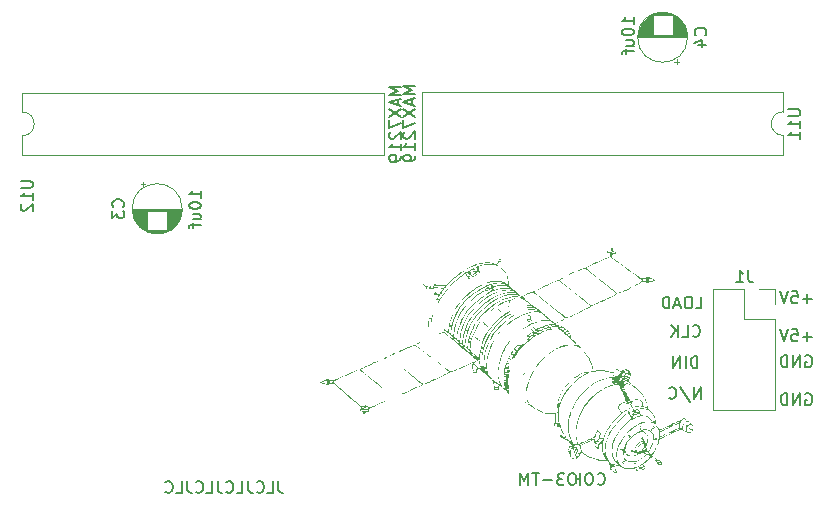
<source format=gbo>
G04 #@! TF.GenerationSoftware,KiCad,Pcbnew,7.0.5*
G04 #@! TF.CreationDate,2024-02-16T17:04:07-05:00*
G04 #@! TF.ProjectId,SoyuzLedBoard,536f7975-7a4c-4656-9442-6f6172642e6b,rev?*
G04 #@! TF.SameCoordinates,Original*
G04 #@! TF.FileFunction,Legend,Bot*
G04 #@! TF.FilePolarity,Positive*
%FSLAX46Y46*%
G04 Gerber Fmt 4.6, Leading zero omitted, Abs format (unit mm)*
G04 Created by KiCad (PCBNEW 7.0.5) date 2024-02-16 17:04:07*
%MOMM*%
%LPD*%
G01*
G04 APERTURE LIST*
%ADD10C,0.150000*%
%ADD11C,0.120000*%
%ADD12C,3.200000*%
%ADD13R,1.600000X1.600000*%
%ADD14C,1.600000*%
%ADD15O,1.600000X1.600000*%
%ADD16R,1.200000X1.200000*%
%ADD17C,1.200000*%
%ADD18R,1.700000X1.700000*%
%ADD19O,1.700000X1.700000*%
G04 APERTURE END LIST*
D10*
X86577506Y-84169819D02*
X86577506Y-84884104D01*
X86577506Y-84884104D02*
X86625125Y-85026961D01*
X86625125Y-85026961D02*
X86720363Y-85122200D01*
X86720363Y-85122200D02*
X86863220Y-85169819D01*
X86863220Y-85169819D02*
X86958458Y-85169819D01*
X85625125Y-85169819D02*
X86101315Y-85169819D01*
X86101315Y-85169819D02*
X86101315Y-84169819D01*
X84720363Y-85074580D02*
X84767982Y-85122200D01*
X84767982Y-85122200D02*
X84910839Y-85169819D01*
X84910839Y-85169819D02*
X85006077Y-85169819D01*
X85006077Y-85169819D02*
X85148934Y-85122200D01*
X85148934Y-85122200D02*
X85244172Y-85026961D01*
X85244172Y-85026961D02*
X85291791Y-84931723D01*
X85291791Y-84931723D02*
X85339410Y-84741247D01*
X85339410Y-84741247D02*
X85339410Y-84598390D01*
X85339410Y-84598390D02*
X85291791Y-84407914D01*
X85291791Y-84407914D02*
X85244172Y-84312676D01*
X85244172Y-84312676D02*
X85148934Y-84217438D01*
X85148934Y-84217438D02*
X85006077Y-84169819D01*
X85006077Y-84169819D02*
X84910839Y-84169819D01*
X84910839Y-84169819D02*
X84767982Y-84217438D01*
X84767982Y-84217438D02*
X84720363Y-84265057D01*
X84006077Y-84169819D02*
X84006077Y-84884104D01*
X84006077Y-84884104D02*
X84053696Y-85026961D01*
X84053696Y-85026961D02*
X84148934Y-85122200D01*
X84148934Y-85122200D02*
X84291791Y-85169819D01*
X84291791Y-85169819D02*
X84387029Y-85169819D01*
X83053696Y-85169819D02*
X83529886Y-85169819D01*
X83529886Y-85169819D02*
X83529886Y-84169819D01*
X82148934Y-85074580D02*
X82196553Y-85122200D01*
X82196553Y-85122200D02*
X82339410Y-85169819D01*
X82339410Y-85169819D02*
X82434648Y-85169819D01*
X82434648Y-85169819D02*
X82577505Y-85122200D01*
X82577505Y-85122200D02*
X82672743Y-85026961D01*
X82672743Y-85026961D02*
X82720362Y-84931723D01*
X82720362Y-84931723D02*
X82767981Y-84741247D01*
X82767981Y-84741247D02*
X82767981Y-84598390D01*
X82767981Y-84598390D02*
X82720362Y-84407914D01*
X82720362Y-84407914D02*
X82672743Y-84312676D01*
X82672743Y-84312676D02*
X82577505Y-84217438D01*
X82577505Y-84217438D02*
X82434648Y-84169819D01*
X82434648Y-84169819D02*
X82339410Y-84169819D01*
X82339410Y-84169819D02*
X82196553Y-84217438D01*
X82196553Y-84217438D02*
X82148934Y-84265057D01*
X81434648Y-84169819D02*
X81434648Y-84884104D01*
X81434648Y-84884104D02*
X81482267Y-85026961D01*
X81482267Y-85026961D02*
X81577505Y-85122200D01*
X81577505Y-85122200D02*
X81720362Y-85169819D01*
X81720362Y-85169819D02*
X81815600Y-85169819D01*
X80482267Y-85169819D02*
X80958457Y-85169819D01*
X80958457Y-85169819D02*
X80958457Y-84169819D01*
X79577505Y-85074580D02*
X79625124Y-85122200D01*
X79625124Y-85122200D02*
X79767981Y-85169819D01*
X79767981Y-85169819D02*
X79863219Y-85169819D01*
X79863219Y-85169819D02*
X80006076Y-85122200D01*
X80006076Y-85122200D02*
X80101314Y-85026961D01*
X80101314Y-85026961D02*
X80148933Y-84931723D01*
X80148933Y-84931723D02*
X80196552Y-84741247D01*
X80196552Y-84741247D02*
X80196552Y-84598390D01*
X80196552Y-84598390D02*
X80148933Y-84407914D01*
X80148933Y-84407914D02*
X80101314Y-84312676D01*
X80101314Y-84312676D02*
X80006076Y-84217438D01*
X80006076Y-84217438D02*
X79863219Y-84169819D01*
X79863219Y-84169819D02*
X79767981Y-84169819D01*
X79767981Y-84169819D02*
X79625124Y-84217438D01*
X79625124Y-84217438D02*
X79577505Y-84265057D01*
X78863219Y-84169819D02*
X78863219Y-84884104D01*
X78863219Y-84884104D02*
X78910838Y-85026961D01*
X78910838Y-85026961D02*
X79006076Y-85122200D01*
X79006076Y-85122200D02*
X79148933Y-85169819D01*
X79148933Y-85169819D02*
X79244171Y-85169819D01*
X77910838Y-85169819D02*
X78387028Y-85169819D01*
X78387028Y-85169819D02*
X78387028Y-84169819D01*
X77006076Y-85074580D02*
X77053695Y-85122200D01*
X77053695Y-85122200D02*
X77196552Y-85169819D01*
X77196552Y-85169819D02*
X77291790Y-85169819D01*
X77291790Y-85169819D02*
X77434647Y-85122200D01*
X77434647Y-85122200D02*
X77529885Y-85026961D01*
X77529885Y-85026961D02*
X77577504Y-84931723D01*
X77577504Y-84931723D02*
X77625123Y-84741247D01*
X77625123Y-84741247D02*
X77625123Y-84598390D01*
X77625123Y-84598390D02*
X77577504Y-84407914D01*
X77577504Y-84407914D02*
X77529885Y-84312676D01*
X77529885Y-84312676D02*
X77434647Y-84217438D01*
X77434647Y-84217438D02*
X77291790Y-84169819D01*
X77291790Y-84169819D02*
X77196552Y-84169819D01*
X77196552Y-84169819D02*
X77053695Y-84217438D01*
X77053695Y-84217438D02*
X77006076Y-84265057D01*
X122053220Y-74589819D02*
X122053220Y-73589819D01*
X122053220Y-73589819D02*
X121815125Y-73589819D01*
X121815125Y-73589819D02*
X121672268Y-73637438D01*
X121672268Y-73637438D02*
X121577030Y-73732676D01*
X121577030Y-73732676D02*
X121529411Y-73827914D01*
X121529411Y-73827914D02*
X121481792Y-74018390D01*
X121481792Y-74018390D02*
X121481792Y-74161247D01*
X121481792Y-74161247D02*
X121529411Y-74351723D01*
X121529411Y-74351723D02*
X121577030Y-74446961D01*
X121577030Y-74446961D02*
X121672268Y-74542200D01*
X121672268Y-74542200D02*
X121815125Y-74589819D01*
X121815125Y-74589819D02*
X122053220Y-74589819D01*
X121053220Y-74589819D02*
X121053220Y-73589819D01*
X120577030Y-74589819D02*
X120577030Y-73589819D01*
X120577030Y-73589819D02*
X120005602Y-74589819D01*
X120005602Y-74589819D02*
X120005602Y-73589819D01*
X121907030Y-69539819D02*
X122383220Y-69539819D01*
X122383220Y-69539819D02*
X122383220Y-68539819D01*
X121383220Y-68539819D02*
X121192744Y-68539819D01*
X121192744Y-68539819D02*
X121097506Y-68587438D01*
X121097506Y-68587438D02*
X121002268Y-68682676D01*
X121002268Y-68682676D02*
X120954649Y-68873152D01*
X120954649Y-68873152D02*
X120954649Y-69206485D01*
X120954649Y-69206485D02*
X121002268Y-69396961D01*
X121002268Y-69396961D02*
X121097506Y-69492200D01*
X121097506Y-69492200D02*
X121192744Y-69539819D01*
X121192744Y-69539819D02*
X121383220Y-69539819D01*
X121383220Y-69539819D02*
X121478458Y-69492200D01*
X121478458Y-69492200D02*
X121573696Y-69396961D01*
X121573696Y-69396961D02*
X121621315Y-69206485D01*
X121621315Y-69206485D02*
X121621315Y-68873152D01*
X121621315Y-68873152D02*
X121573696Y-68682676D01*
X121573696Y-68682676D02*
X121478458Y-68587438D01*
X121478458Y-68587438D02*
X121383220Y-68539819D01*
X120573696Y-69254104D02*
X120097506Y-69254104D01*
X120668934Y-69539819D02*
X120335601Y-68539819D01*
X120335601Y-68539819D02*
X120002268Y-69539819D01*
X119668934Y-69539819D02*
X119668934Y-68539819D01*
X119668934Y-68539819D02*
X119430839Y-68539819D01*
X119430839Y-68539819D02*
X119287982Y-68587438D01*
X119287982Y-68587438D02*
X119192744Y-68682676D01*
X119192744Y-68682676D02*
X119145125Y-68777914D01*
X119145125Y-68777914D02*
X119097506Y-68968390D01*
X119097506Y-68968390D02*
X119097506Y-69111247D01*
X119097506Y-69111247D02*
X119145125Y-69301723D01*
X119145125Y-69301723D02*
X119192744Y-69396961D01*
X119192744Y-69396961D02*
X119287982Y-69492200D01*
X119287982Y-69492200D02*
X119430839Y-69539819D01*
X119430839Y-69539819D02*
X119668934Y-69539819D01*
X121651792Y-71854580D02*
X121699411Y-71902200D01*
X121699411Y-71902200D02*
X121842268Y-71949819D01*
X121842268Y-71949819D02*
X121937506Y-71949819D01*
X121937506Y-71949819D02*
X122080363Y-71902200D01*
X122080363Y-71902200D02*
X122175601Y-71806961D01*
X122175601Y-71806961D02*
X122223220Y-71711723D01*
X122223220Y-71711723D02*
X122270839Y-71521247D01*
X122270839Y-71521247D02*
X122270839Y-71378390D01*
X122270839Y-71378390D02*
X122223220Y-71187914D01*
X122223220Y-71187914D02*
X122175601Y-71092676D01*
X122175601Y-71092676D02*
X122080363Y-70997438D01*
X122080363Y-70997438D02*
X121937506Y-70949819D01*
X121937506Y-70949819D02*
X121842268Y-70949819D01*
X121842268Y-70949819D02*
X121699411Y-70997438D01*
X121699411Y-70997438D02*
X121651792Y-71045057D01*
X120747030Y-71949819D02*
X121223220Y-71949819D01*
X121223220Y-71949819D02*
X121223220Y-70949819D01*
X120413696Y-71949819D02*
X120413696Y-70949819D01*
X119842268Y-71949819D02*
X120270839Y-71378390D01*
X119842268Y-70949819D02*
X120413696Y-71521247D01*
X113591792Y-84374580D02*
X113639411Y-84422200D01*
X113639411Y-84422200D02*
X113782268Y-84469819D01*
X113782268Y-84469819D02*
X113877506Y-84469819D01*
X113877506Y-84469819D02*
X114020363Y-84422200D01*
X114020363Y-84422200D02*
X114115601Y-84326961D01*
X114115601Y-84326961D02*
X114163220Y-84231723D01*
X114163220Y-84231723D02*
X114210839Y-84041247D01*
X114210839Y-84041247D02*
X114210839Y-83898390D01*
X114210839Y-83898390D02*
X114163220Y-83707914D01*
X114163220Y-83707914D02*
X114115601Y-83612676D01*
X114115601Y-83612676D02*
X114020363Y-83517438D01*
X114020363Y-83517438D02*
X113877506Y-83469819D01*
X113877506Y-83469819D02*
X113782268Y-83469819D01*
X113782268Y-83469819D02*
X113639411Y-83517438D01*
X113639411Y-83517438D02*
X113591792Y-83565057D01*
X112972744Y-83469819D02*
X112782268Y-83469819D01*
X112782268Y-83469819D02*
X112687030Y-83517438D01*
X112687030Y-83517438D02*
X112591792Y-83612676D01*
X112591792Y-83612676D02*
X112544173Y-83803152D01*
X112544173Y-83803152D02*
X112544173Y-84136485D01*
X112544173Y-84136485D02*
X112591792Y-84326961D01*
X112591792Y-84326961D02*
X112687030Y-84422200D01*
X112687030Y-84422200D02*
X112782268Y-84469819D01*
X112782268Y-84469819D02*
X112972744Y-84469819D01*
X112972744Y-84469819D02*
X113067982Y-84422200D01*
X113067982Y-84422200D02*
X113163220Y-84326961D01*
X113163220Y-84326961D02*
X113210839Y-84136485D01*
X113210839Y-84136485D02*
X113210839Y-83803152D01*
X113210839Y-83803152D02*
X113163220Y-83612676D01*
X113163220Y-83612676D02*
X113067982Y-83517438D01*
X113067982Y-83517438D02*
X112972744Y-83469819D01*
X112115601Y-83469819D02*
X112115601Y-84469819D01*
X111782268Y-83946009D02*
X112115601Y-83946009D01*
X111544173Y-83469819D02*
X111353697Y-83469819D01*
X111353697Y-83469819D02*
X111258458Y-83517438D01*
X111258458Y-83517438D02*
X111163220Y-83612676D01*
X111163220Y-83612676D02*
X111115601Y-83803152D01*
X111115601Y-83803152D02*
X111115601Y-84136485D01*
X111115601Y-84136485D02*
X111163220Y-84326961D01*
X111163220Y-84326961D02*
X111258458Y-84422200D01*
X111258458Y-84422200D02*
X111353697Y-84469819D01*
X111353697Y-84469819D02*
X111544173Y-84469819D01*
X111544173Y-84469819D02*
X111639411Y-84422200D01*
X111639411Y-84422200D02*
X111734649Y-84326961D01*
X111734649Y-84326961D02*
X111782268Y-84136485D01*
X111782268Y-84136485D02*
X111782268Y-83803152D01*
X111782268Y-83803152D02*
X111734649Y-83612676D01*
X111734649Y-83612676D02*
X111639411Y-83517438D01*
X111639411Y-83517438D02*
X111544173Y-83469819D01*
X110591792Y-83946009D02*
X110401316Y-83946009D01*
X110734649Y-83517438D02*
X110639411Y-83469819D01*
X110639411Y-83469819D02*
X110401316Y-83469819D01*
X110401316Y-83469819D02*
X110306078Y-83517438D01*
X110306078Y-83517438D02*
X110258459Y-83565057D01*
X110258459Y-83565057D02*
X110210840Y-83660295D01*
X110210840Y-83660295D02*
X110210840Y-83755533D01*
X110210840Y-83755533D02*
X110258459Y-83850771D01*
X110258459Y-83850771D02*
X110306078Y-83898390D01*
X110306078Y-83898390D02*
X110401316Y-83946009D01*
X110401316Y-83946009D02*
X110258459Y-83993628D01*
X110258459Y-83993628D02*
X110210840Y-84041247D01*
X110210840Y-84041247D02*
X110163221Y-84136485D01*
X110163221Y-84136485D02*
X110163221Y-84279342D01*
X110163221Y-84279342D02*
X110210840Y-84374580D01*
X110210840Y-84374580D02*
X110258459Y-84422200D01*
X110258459Y-84422200D02*
X110353697Y-84469819D01*
X110353697Y-84469819D02*
X110639411Y-84469819D01*
X110639411Y-84469819D02*
X110734649Y-84422200D01*
X109734649Y-84088866D02*
X108972745Y-84088866D01*
X108639411Y-83469819D02*
X108067983Y-83469819D01*
X108353697Y-84469819D02*
X108353697Y-83469819D01*
X107734649Y-84469819D02*
X107734649Y-83469819D01*
X107734649Y-83469819D02*
X107401316Y-84184104D01*
X107401316Y-84184104D02*
X107067983Y-83469819D01*
X107067983Y-83469819D02*
X107067983Y-84469819D01*
X131189411Y-73567438D02*
X131284649Y-73519819D01*
X131284649Y-73519819D02*
X131427506Y-73519819D01*
X131427506Y-73519819D02*
X131570363Y-73567438D01*
X131570363Y-73567438D02*
X131665601Y-73662676D01*
X131665601Y-73662676D02*
X131713220Y-73757914D01*
X131713220Y-73757914D02*
X131760839Y-73948390D01*
X131760839Y-73948390D02*
X131760839Y-74091247D01*
X131760839Y-74091247D02*
X131713220Y-74281723D01*
X131713220Y-74281723D02*
X131665601Y-74376961D01*
X131665601Y-74376961D02*
X131570363Y-74472200D01*
X131570363Y-74472200D02*
X131427506Y-74519819D01*
X131427506Y-74519819D02*
X131332268Y-74519819D01*
X131332268Y-74519819D02*
X131189411Y-74472200D01*
X131189411Y-74472200D02*
X131141792Y-74424580D01*
X131141792Y-74424580D02*
X131141792Y-74091247D01*
X131141792Y-74091247D02*
X131332268Y-74091247D01*
X130713220Y-74519819D02*
X130713220Y-73519819D01*
X130713220Y-73519819D02*
X130141792Y-74519819D01*
X130141792Y-74519819D02*
X130141792Y-73519819D01*
X129665601Y-74519819D02*
X129665601Y-73519819D01*
X129665601Y-73519819D02*
X129427506Y-73519819D01*
X129427506Y-73519819D02*
X129284649Y-73567438D01*
X129284649Y-73567438D02*
X129189411Y-73662676D01*
X129189411Y-73662676D02*
X129141792Y-73757914D01*
X129141792Y-73757914D02*
X129094173Y-73948390D01*
X129094173Y-73948390D02*
X129094173Y-74091247D01*
X129094173Y-74091247D02*
X129141792Y-74281723D01*
X129141792Y-74281723D02*
X129189411Y-74376961D01*
X129189411Y-74376961D02*
X129284649Y-74472200D01*
X129284649Y-74472200D02*
X129427506Y-74519819D01*
X129427506Y-74519819D02*
X129665601Y-74519819D01*
X131189411Y-76787438D02*
X131284649Y-76739819D01*
X131284649Y-76739819D02*
X131427506Y-76739819D01*
X131427506Y-76739819D02*
X131570363Y-76787438D01*
X131570363Y-76787438D02*
X131665601Y-76882676D01*
X131665601Y-76882676D02*
X131713220Y-76977914D01*
X131713220Y-76977914D02*
X131760839Y-77168390D01*
X131760839Y-77168390D02*
X131760839Y-77311247D01*
X131760839Y-77311247D02*
X131713220Y-77501723D01*
X131713220Y-77501723D02*
X131665601Y-77596961D01*
X131665601Y-77596961D02*
X131570363Y-77692200D01*
X131570363Y-77692200D02*
X131427506Y-77739819D01*
X131427506Y-77739819D02*
X131332268Y-77739819D01*
X131332268Y-77739819D02*
X131189411Y-77692200D01*
X131189411Y-77692200D02*
X131141792Y-77644580D01*
X131141792Y-77644580D02*
X131141792Y-77311247D01*
X131141792Y-77311247D02*
X131332268Y-77311247D01*
X130713220Y-77739819D02*
X130713220Y-76739819D01*
X130713220Y-76739819D02*
X130141792Y-77739819D01*
X130141792Y-77739819D02*
X130141792Y-76739819D01*
X129665601Y-77739819D02*
X129665601Y-76739819D01*
X129665601Y-76739819D02*
X129427506Y-76739819D01*
X129427506Y-76739819D02*
X129284649Y-76787438D01*
X129284649Y-76787438D02*
X129189411Y-76882676D01*
X129189411Y-76882676D02*
X129141792Y-76977914D01*
X129141792Y-76977914D02*
X129094173Y-77168390D01*
X129094173Y-77168390D02*
X129094173Y-77311247D01*
X129094173Y-77311247D02*
X129141792Y-77501723D01*
X129141792Y-77501723D02*
X129189411Y-77596961D01*
X129189411Y-77596961D02*
X129284649Y-77692200D01*
X129284649Y-77692200D02*
X129427506Y-77739819D01*
X129427506Y-77739819D02*
X129665601Y-77739819D01*
X131733220Y-68718866D02*
X130971316Y-68718866D01*
X131352268Y-69099819D02*
X131352268Y-68337914D01*
X130018935Y-68099819D02*
X130495125Y-68099819D01*
X130495125Y-68099819D02*
X130542744Y-68576009D01*
X130542744Y-68576009D02*
X130495125Y-68528390D01*
X130495125Y-68528390D02*
X130399887Y-68480771D01*
X130399887Y-68480771D02*
X130161792Y-68480771D01*
X130161792Y-68480771D02*
X130066554Y-68528390D01*
X130066554Y-68528390D02*
X130018935Y-68576009D01*
X130018935Y-68576009D02*
X129971316Y-68671247D01*
X129971316Y-68671247D02*
X129971316Y-68909342D01*
X129971316Y-68909342D02*
X130018935Y-69004580D01*
X130018935Y-69004580D02*
X130066554Y-69052200D01*
X130066554Y-69052200D02*
X130161792Y-69099819D01*
X130161792Y-69099819D02*
X130399887Y-69099819D01*
X130399887Y-69099819D02*
X130495125Y-69052200D01*
X130495125Y-69052200D02*
X130542744Y-69004580D01*
X129685601Y-68099819D02*
X129352268Y-69099819D01*
X129352268Y-69099819D02*
X129018935Y-68099819D01*
X131733220Y-71938866D02*
X130971316Y-71938866D01*
X131352268Y-72319819D02*
X131352268Y-71557914D01*
X130018935Y-71319819D02*
X130495125Y-71319819D01*
X130495125Y-71319819D02*
X130542744Y-71796009D01*
X130542744Y-71796009D02*
X130495125Y-71748390D01*
X130495125Y-71748390D02*
X130399887Y-71700771D01*
X130399887Y-71700771D02*
X130161792Y-71700771D01*
X130161792Y-71700771D02*
X130066554Y-71748390D01*
X130066554Y-71748390D02*
X130018935Y-71796009D01*
X130018935Y-71796009D02*
X129971316Y-71891247D01*
X129971316Y-71891247D02*
X129971316Y-72129342D01*
X129971316Y-72129342D02*
X130018935Y-72224580D01*
X130018935Y-72224580D02*
X130066554Y-72272200D01*
X130066554Y-72272200D02*
X130161792Y-72319819D01*
X130161792Y-72319819D02*
X130399887Y-72319819D01*
X130399887Y-72319819D02*
X130495125Y-72272200D01*
X130495125Y-72272200D02*
X130542744Y-72224580D01*
X129685601Y-71319819D02*
X129352268Y-72319819D01*
X129352268Y-72319819D02*
X129018935Y-71319819D01*
X122313220Y-77199819D02*
X122313220Y-76199819D01*
X122313220Y-76199819D02*
X121741792Y-77199819D01*
X121741792Y-77199819D02*
X121741792Y-76199819D01*
X120551316Y-76152200D02*
X121408458Y-77437914D01*
X119646554Y-77104580D02*
X119694173Y-77152200D01*
X119694173Y-77152200D02*
X119837030Y-77199819D01*
X119837030Y-77199819D02*
X119932268Y-77199819D01*
X119932268Y-77199819D02*
X120075125Y-77152200D01*
X120075125Y-77152200D02*
X120170363Y-77056961D01*
X120170363Y-77056961D02*
X120217982Y-76961723D01*
X120217982Y-76961723D02*
X120265601Y-76771247D01*
X120265601Y-76771247D02*
X120265601Y-76628390D01*
X120265601Y-76628390D02*
X120217982Y-76437914D01*
X120217982Y-76437914D02*
X120170363Y-76342676D01*
X120170363Y-76342676D02*
X120075125Y-76247438D01*
X120075125Y-76247438D02*
X119932268Y-76199819D01*
X119932268Y-76199819D02*
X119837030Y-76199819D01*
X119837030Y-76199819D02*
X119694173Y-76247438D01*
X119694173Y-76247438D02*
X119646554Y-76295057D01*
X64754819Y-58761905D02*
X65564342Y-58761905D01*
X65564342Y-58761905D02*
X65659580Y-58809524D01*
X65659580Y-58809524D02*
X65707200Y-58857143D01*
X65707200Y-58857143D02*
X65754819Y-58952381D01*
X65754819Y-58952381D02*
X65754819Y-59142857D01*
X65754819Y-59142857D02*
X65707200Y-59238095D01*
X65707200Y-59238095D02*
X65659580Y-59285714D01*
X65659580Y-59285714D02*
X65564342Y-59333333D01*
X65564342Y-59333333D02*
X64754819Y-59333333D01*
X65754819Y-60333333D02*
X65754819Y-59761905D01*
X65754819Y-60047619D02*
X64754819Y-60047619D01*
X64754819Y-60047619D02*
X64897676Y-59952381D01*
X64897676Y-59952381D02*
X64992914Y-59857143D01*
X64992914Y-59857143D02*
X65040533Y-59761905D01*
X64850057Y-60714286D02*
X64802438Y-60761905D01*
X64802438Y-60761905D02*
X64754819Y-60857143D01*
X64754819Y-60857143D02*
X64754819Y-61095238D01*
X64754819Y-61095238D02*
X64802438Y-61190476D01*
X64802438Y-61190476D02*
X64850057Y-61238095D01*
X64850057Y-61238095D02*
X64945295Y-61285714D01*
X64945295Y-61285714D02*
X65040533Y-61285714D01*
X65040533Y-61285714D02*
X65183390Y-61238095D01*
X65183390Y-61238095D02*
X65754819Y-60666667D01*
X65754819Y-60666667D02*
X65754819Y-61285714D01*
X96949819Y-50767143D02*
X95949819Y-50767143D01*
X95949819Y-50767143D02*
X96664104Y-51100476D01*
X96664104Y-51100476D02*
X95949819Y-51433809D01*
X95949819Y-51433809D02*
X96949819Y-51433809D01*
X96664104Y-51862381D02*
X96664104Y-52338571D01*
X96949819Y-51767143D02*
X95949819Y-52100476D01*
X95949819Y-52100476D02*
X96949819Y-52433809D01*
X95949819Y-52671905D02*
X96949819Y-53338571D01*
X95949819Y-53338571D02*
X96949819Y-52671905D01*
X95949819Y-53624286D02*
X95949819Y-54290952D01*
X95949819Y-54290952D02*
X96949819Y-53862381D01*
X96045057Y-54624286D02*
X95997438Y-54671905D01*
X95997438Y-54671905D02*
X95949819Y-54767143D01*
X95949819Y-54767143D02*
X95949819Y-55005238D01*
X95949819Y-55005238D02*
X95997438Y-55100476D01*
X95997438Y-55100476D02*
X96045057Y-55148095D01*
X96045057Y-55148095D02*
X96140295Y-55195714D01*
X96140295Y-55195714D02*
X96235533Y-55195714D01*
X96235533Y-55195714D02*
X96378390Y-55148095D01*
X96378390Y-55148095D02*
X96949819Y-54576667D01*
X96949819Y-54576667D02*
X96949819Y-55195714D01*
X96949819Y-56148095D02*
X96949819Y-55576667D01*
X96949819Y-55862381D02*
X95949819Y-55862381D01*
X95949819Y-55862381D02*
X96092676Y-55767143D01*
X96092676Y-55767143D02*
X96187914Y-55671905D01*
X96187914Y-55671905D02*
X96235533Y-55576667D01*
X96949819Y-56624286D02*
X96949819Y-56814762D01*
X96949819Y-56814762D02*
X96902200Y-56910000D01*
X96902200Y-56910000D02*
X96854580Y-56957619D01*
X96854580Y-56957619D02*
X96711723Y-57052857D01*
X96711723Y-57052857D02*
X96521247Y-57100476D01*
X96521247Y-57100476D02*
X96140295Y-57100476D01*
X96140295Y-57100476D02*
X96045057Y-57052857D01*
X96045057Y-57052857D02*
X95997438Y-57005238D01*
X95997438Y-57005238D02*
X95949819Y-56910000D01*
X95949819Y-56910000D02*
X95949819Y-56719524D01*
X95949819Y-56719524D02*
X95997438Y-56624286D01*
X95997438Y-56624286D02*
X96045057Y-56576667D01*
X96045057Y-56576667D02*
X96140295Y-56529048D01*
X96140295Y-56529048D02*
X96378390Y-56529048D01*
X96378390Y-56529048D02*
X96473628Y-56576667D01*
X96473628Y-56576667D02*
X96521247Y-56624286D01*
X96521247Y-56624286D02*
X96568866Y-56719524D01*
X96568866Y-56719524D02*
X96568866Y-56910000D01*
X96568866Y-56910000D02*
X96521247Y-57005238D01*
X96521247Y-57005238D02*
X96473628Y-57052857D01*
X96473628Y-57052857D02*
X96378390Y-57100476D01*
X122709580Y-46405933D02*
X122757200Y-46358314D01*
X122757200Y-46358314D02*
X122804819Y-46215457D01*
X122804819Y-46215457D02*
X122804819Y-46120219D01*
X122804819Y-46120219D02*
X122757200Y-45977362D01*
X122757200Y-45977362D02*
X122661961Y-45882124D01*
X122661961Y-45882124D02*
X122566723Y-45834505D01*
X122566723Y-45834505D02*
X122376247Y-45786886D01*
X122376247Y-45786886D02*
X122233390Y-45786886D01*
X122233390Y-45786886D02*
X122042914Y-45834505D01*
X122042914Y-45834505D02*
X121947676Y-45882124D01*
X121947676Y-45882124D02*
X121852438Y-45977362D01*
X121852438Y-45977362D02*
X121804819Y-46120219D01*
X121804819Y-46120219D02*
X121804819Y-46215457D01*
X121804819Y-46215457D02*
X121852438Y-46358314D01*
X121852438Y-46358314D02*
X121900057Y-46405933D01*
X122138152Y-47263076D02*
X122804819Y-47263076D01*
X121757200Y-47024981D02*
X122471485Y-46786886D01*
X122471485Y-46786886D02*
X122471485Y-47405933D01*
X116654819Y-45471428D02*
X116654819Y-44900000D01*
X116654819Y-45185714D02*
X115654819Y-45185714D01*
X115654819Y-45185714D02*
X115797676Y-45090476D01*
X115797676Y-45090476D02*
X115892914Y-44995238D01*
X115892914Y-44995238D02*
X115940533Y-44900000D01*
X115654819Y-46090476D02*
X115654819Y-46185714D01*
X115654819Y-46185714D02*
X115702438Y-46280952D01*
X115702438Y-46280952D02*
X115750057Y-46328571D01*
X115750057Y-46328571D02*
X115845295Y-46376190D01*
X115845295Y-46376190D02*
X116035771Y-46423809D01*
X116035771Y-46423809D02*
X116273866Y-46423809D01*
X116273866Y-46423809D02*
X116464342Y-46376190D01*
X116464342Y-46376190D02*
X116559580Y-46328571D01*
X116559580Y-46328571D02*
X116607200Y-46280952D01*
X116607200Y-46280952D02*
X116654819Y-46185714D01*
X116654819Y-46185714D02*
X116654819Y-46090476D01*
X116654819Y-46090476D02*
X116607200Y-45995238D01*
X116607200Y-45995238D02*
X116559580Y-45947619D01*
X116559580Y-45947619D02*
X116464342Y-45900000D01*
X116464342Y-45900000D02*
X116273866Y-45852381D01*
X116273866Y-45852381D02*
X116035771Y-45852381D01*
X116035771Y-45852381D02*
X115845295Y-45900000D01*
X115845295Y-45900000D02*
X115750057Y-45947619D01*
X115750057Y-45947619D02*
X115702438Y-45995238D01*
X115702438Y-45995238D02*
X115654819Y-46090476D01*
X115988152Y-47280952D02*
X116654819Y-47280952D01*
X115988152Y-46852381D02*
X116511961Y-46852381D01*
X116511961Y-46852381D02*
X116607200Y-46900000D01*
X116607200Y-46900000D02*
X116654819Y-46995238D01*
X116654819Y-46995238D02*
X116654819Y-47138095D01*
X116654819Y-47138095D02*
X116607200Y-47233333D01*
X116607200Y-47233333D02*
X116559580Y-47280952D01*
X115988152Y-47614286D02*
X115988152Y-47995238D01*
X116654819Y-47757143D02*
X115797676Y-47757143D01*
X115797676Y-47757143D02*
X115702438Y-47804762D01*
X115702438Y-47804762D02*
X115654819Y-47900000D01*
X115654819Y-47900000D02*
X115654819Y-47995238D01*
X126338333Y-66324819D02*
X126338333Y-67039104D01*
X126338333Y-67039104D02*
X126385952Y-67181961D01*
X126385952Y-67181961D02*
X126481190Y-67277200D01*
X126481190Y-67277200D02*
X126624047Y-67324819D01*
X126624047Y-67324819D02*
X126719285Y-67324819D01*
X125338333Y-67324819D02*
X125909761Y-67324819D01*
X125624047Y-67324819D02*
X125624047Y-66324819D01*
X125624047Y-66324819D02*
X125719285Y-66467676D01*
X125719285Y-66467676D02*
X125814523Y-66562914D01*
X125814523Y-66562914D02*
X125909761Y-66610533D01*
X129759819Y-52651905D02*
X130569342Y-52651905D01*
X130569342Y-52651905D02*
X130664580Y-52699524D01*
X130664580Y-52699524D02*
X130712200Y-52747143D01*
X130712200Y-52747143D02*
X130759819Y-52842381D01*
X130759819Y-52842381D02*
X130759819Y-53032857D01*
X130759819Y-53032857D02*
X130712200Y-53128095D01*
X130712200Y-53128095D02*
X130664580Y-53175714D01*
X130664580Y-53175714D02*
X130569342Y-53223333D01*
X130569342Y-53223333D02*
X129759819Y-53223333D01*
X130759819Y-54223333D02*
X130759819Y-53651905D01*
X130759819Y-53937619D02*
X129759819Y-53937619D01*
X129759819Y-53937619D02*
X129902676Y-53842381D01*
X129902676Y-53842381D02*
X129997914Y-53747143D01*
X129997914Y-53747143D02*
X130045533Y-53651905D01*
X130759819Y-55175714D02*
X130759819Y-54604286D01*
X130759819Y-54890000D02*
X129759819Y-54890000D01*
X129759819Y-54890000D02*
X129902676Y-54794762D01*
X129902676Y-54794762D02*
X129997914Y-54699524D01*
X129997914Y-54699524D02*
X130045533Y-54604286D01*
X98159819Y-50747143D02*
X97159819Y-50747143D01*
X97159819Y-50747143D02*
X97874104Y-51080476D01*
X97874104Y-51080476D02*
X97159819Y-51413809D01*
X97159819Y-51413809D02*
X98159819Y-51413809D01*
X97874104Y-51842381D02*
X97874104Y-52318571D01*
X98159819Y-51747143D02*
X97159819Y-52080476D01*
X97159819Y-52080476D02*
X98159819Y-52413809D01*
X97159819Y-52651905D02*
X98159819Y-53318571D01*
X97159819Y-53318571D02*
X98159819Y-52651905D01*
X97159819Y-53604286D02*
X97159819Y-54270952D01*
X97159819Y-54270952D02*
X98159819Y-53842381D01*
X97255057Y-54604286D02*
X97207438Y-54651905D01*
X97207438Y-54651905D02*
X97159819Y-54747143D01*
X97159819Y-54747143D02*
X97159819Y-54985238D01*
X97159819Y-54985238D02*
X97207438Y-55080476D01*
X97207438Y-55080476D02*
X97255057Y-55128095D01*
X97255057Y-55128095D02*
X97350295Y-55175714D01*
X97350295Y-55175714D02*
X97445533Y-55175714D01*
X97445533Y-55175714D02*
X97588390Y-55128095D01*
X97588390Y-55128095D02*
X98159819Y-54556667D01*
X98159819Y-54556667D02*
X98159819Y-55175714D01*
X98159819Y-56128095D02*
X98159819Y-55556667D01*
X98159819Y-55842381D02*
X97159819Y-55842381D01*
X97159819Y-55842381D02*
X97302676Y-55747143D01*
X97302676Y-55747143D02*
X97397914Y-55651905D01*
X97397914Y-55651905D02*
X97445533Y-55556667D01*
X98159819Y-56604286D02*
X98159819Y-56794762D01*
X98159819Y-56794762D02*
X98112200Y-56890000D01*
X98112200Y-56890000D02*
X98064580Y-56937619D01*
X98064580Y-56937619D02*
X97921723Y-57032857D01*
X97921723Y-57032857D02*
X97731247Y-57080476D01*
X97731247Y-57080476D02*
X97350295Y-57080476D01*
X97350295Y-57080476D02*
X97255057Y-57032857D01*
X97255057Y-57032857D02*
X97207438Y-56985238D01*
X97207438Y-56985238D02*
X97159819Y-56890000D01*
X97159819Y-56890000D02*
X97159819Y-56699524D01*
X97159819Y-56699524D02*
X97207438Y-56604286D01*
X97207438Y-56604286D02*
X97255057Y-56556667D01*
X97255057Y-56556667D02*
X97350295Y-56509048D01*
X97350295Y-56509048D02*
X97588390Y-56509048D01*
X97588390Y-56509048D02*
X97683628Y-56556667D01*
X97683628Y-56556667D02*
X97731247Y-56604286D01*
X97731247Y-56604286D02*
X97778866Y-56699524D01*
X97778866Y-56699524D02*
X97778866Y-56890000D01*
X97778866Y-56890000D02*
X97731247Y-56985238D01*
X97731247Y-56985238D02*
X97683628Y-57032857D01*
X97683628Y-57032857D02*
X97588390Y-57080476D01*
X73409580Y-60933333D02*
X73457200Y-60885714D01*
X73457200Y-60885714D02*
X73504819Y-60742857D01*
X73504819Y-60742857D02*
X73504819Y-60647619D01*
X73504819Y-60647619D02*
X73457200Y-60504762D01*
X73457200Y-60504762D02*
X73361961Y-60409524D01*
X73361961Y-60409524D02*
X73266723Y-60361905D01*
X73266723Y-60361905D02*
X73076247Y-60314286D01*
X73076247Y-60314286D02*
X72933390Y-60314286D01*
X72933390Y-60314286D02*
X72742914Y-60361905D01*
X72742914Y-60361905D02*
X72647676Y-60409524D01*
X72647676Y-60409524D02*
X72552438Y-60504762D01*
X72552438Y-60504762D02*
X72504819Y-60647619D01*
X72504819Y-60647619D02*
X72504819Y-60742857D01*
X72504819Y-60742857D02*
X72552438Y-60885714D01*
X72552438Y-60885714D02*
X72600057Y-60933333D01*
X72504819Y-61266667D02*
X72504819Y-61885714D01*
X72504819Y-61885714D02*
X72885771Y-61552381D01*
X72885771Y-61552381D02*
X72885771Y-61695238D01*
X72885771Y-61695238D02*
X72933390Y-61790476D01*
X72933390Y-61790476D02*
X72981009Y-61838095D01*
X72981009Y-61838095D02*
X73076247Y-61885714D01*
X73076247Y-61885714D02*
X73314342Y-61885714D01*
X73314342Y-61885714D02*
X73409580Y-61838095D01*
X73409580Y-61838095D02*
X73457200Y-61790476D01*
X73457200Y-61790476D02*
X73504819Y-61695238D01*
X73504819Y-61695238D02*
X73504819Y-61409524D01*
X73504819Y-61409524D02*
X73457200Y-61314286D01*
X73457200Y-61314286D02*
X73409580Y-61266667D01*
X80004819Y-60171428D02*
X80004819Y-59600000D01*
X80004819Y-59885714D02*
X79004819Y-59885714D01*
X79004819Y-59885714D02*
X79147676Y-59790476D01*
X79147676Y-59790476D02*
X79242914Y-59695238D01*
X79242914Y-59695238D02*
X79290533Y-59600000D01*
X79004819Y-60790476D02*
X79004819Y-60885714D01*
X79004819Y-60885714D02*
X79052438Y-60980952D01*
X79052438Y-60980952D02*
X79100057Y-61028571D01*
X79100057Y-61028571D02*
X79195295Y-61076190D01*
X79195295Y-61076190D02*
X79385771Y-61123809D01*
X79385771Y-61123809D02*
X79623866Y-61123809D01*
X79623866Y-61123809D02*
X79814342Y-61076190D01*
X79814342Y-61076190D02*
X79909580Y-61028571D01*
X79909580Y-61028571D02*
X79957200Y-60980952D01*
X79957200Y-60980952D02*
X80004819Y-60885714D01*
X80004819Y-60885714D02*
X80004819Y-60790476D01*
X80004819Y-60790476D02*
X79957200Y-60695238D01*
X79957200Y-60695238D02*
X79909580Y-60647619D01*
X79909580Y-60647619D02*
X79814342Y-60600000D01*
X79814342Y-60600000D02*
X79623866Y-60552381D01*
X79623866Y-60552381D02*
X79385771Y-60552381D01*
X79385771Y-60552381D02*
X79195295Y-60600000D01*
X79195295Y-60600000D02*
X79100057Y-60647619D01*
X79100057Y-60647619D02*
X79052438Y-60695238D01*
X79052438Y-60695238D02*
X79004819Y-60790476D01*
X79338152Y-61980952D02*
X80004819Y-61980952D01*
X79338152Y-61552381D02*
X79861961Y-61552381D01*
X79861961Y-61552381D02*
X79957200Y-61600000D01*
X79957200Y-61600000D02*
X80004819Y-61695238D01*
X80004819Y-61695238D02*
X80004819Y-61838095D01*
X80004819Y-61838095D02*
X79957200Y-61933333D01*
X79957200Y-61933333D02*
X79909580Y-61980952D01*
X79338152Y-62314286D02*
X79338152Y-62695238D01*
X80004819Y-62457143D02*
X79147676Y-62457143D01*
X79147676Y-62457143D02*
X79052438Y-62504762D01*
X79052438Y-62504762D02*
X79004819Y-62600000D01*
X79004819Y-62600000D02*
X79004819Y-62695238D01*
D11*
X95495000Y-51260000D02*
X95495000Y-56560000D01*
X64895000Y-51260000D02*
X95495000Y-51260000D01*
X64895000Y-52910000D02*
X64895000Y-51260000D01*
X95495000Y-56560000D02*
X64895000Y-56560000D01*
X64895000Y-56560000D02*
X64895000Y-54910000D01*
X64895000Y-54910000D02*
G75*
G03*
X64895000Y-52910000I0J1000000D01*
G01*
X120295000Y-48842401D02*
X120295000Y-48442401D01*
X120495000Y-48642401D02*
X120095000Y-48642401D01*
X121180000Y-46572600D02*
X117020000Y-46572600D01*
X121180000Y-46532600D02*
X117020000Y-46532600D01*
X121179000Y-46492600D02*
X117021000Y-46492600D01*
X121177000Y-46452600D02*
X117023000Y-46452600D01*
X121174000Y-46412600D02*
X117026000Y-46412600D01*
X118260000Y-46372600D02*
X117029000Y-46372600D01*
X121171000Y-46372600D02*
X119940000Y-46372600D01*
X118260000Y-46332600D02*
X117033000Y-46332600D01*
X121167000Y-46332600D02*
X119940000Y-46332600D01*
X118260000Y-46292600D02*
X117038000Y-46292600D01*
X121162000Y-46292600D02*
X119940000Y-46292600D01*
X118260000Y-46252600D02*
X117044000Y-46252600D01*
X121156000Y-46252600D02*
X119940000Y-46252600D01*
X118260000Y-46212600D02*
X117050000Y-46212600D01*
X121150000Y-46212600D02*
X119940000Y-46212600D01*
X118260000Y-46172600D02*
X117058000Y-46172600D01*
X121142000Y-46172600D02*
X119940000Y-46172600D01*
X118260000Y-46132600D02*
X117066000Y-46132600D01*
X121134000Y-46132600D02*
X119940000Y-46132600D01*
X118260000Y-46092600D02*
X117075000Y-46092600D01*
X121125000Y-46092600D02*
X119940000Y-46092600D01*
X118260000Y-46052600D02*
X117084000Y-46052600D01*
X121116000Y-46052600D02*
X119940000Y-46052600D01*
X118260000Y-46012600D02*
X117095000Y-46012600D01*
X121105000Y-46012600D02*
X119940000Y-46012600D01*
X118260000Y-45972600D02*
X117106000Y-45972600D01*
X121094000Y-45972600D02*
X119940000Y-45972600D01*
X118260000Y-45932600D02*
X117118000Y-45932600D01*
X121082000Y-45932600D02*
X119940000Y-45932600D01*
X118260000Y-45892600D02*
X117132000Y-45892600D01*
X121068000Y-45892600D02*
X119940000Y-45892600D01*
X118260000Y-45851600D02*
X117146000Y-45851600D01*
X121054000Y-45851600D02*
X119940000Y-45851600D01*
X118260000Y-45811600D02*
X117160000Y-45811600D01*
X121040000Y-45811600D02*
X119940000Y-45811600D01*
X118260000Y-45771600D02*
X117176000Y-45771600D01*
X121024000Y-45771600D02*
X119940000Y-45771600D01*
X118260000Y-45731600D02*
X117193000Y-45731600D01*
X121007000Y-45731600D02*
X119940000Y-45731600D01*
X118260000Y-45691600D02*
X117211000Y-45691600D01*
X120989000Y-45691600D02*
X119940000Y-45691600D01*
X118260000Y-45651600D02*
X117230000Y-45651600D01*
X120970000Y-45651600D02*
X119940000Y-45651600D01*
X118260000Y-45611600D02*
X117249000Y-45611600D01*
X120951000Y-45611600D02*
X119940000Y-45611600D01*
X118260000Y-45571600D02*
X117270000Y-45571600D01*
X120930000Y-45571600D02*
X119940000Y-45571600D01*
X118260000Y-45531600D02*
X117292000Y-45531600D01*
X120908000Y-45531600D02*
X119940000Y-45531600D01*
X118260000Y-45491600D02*
X117315000Y-45491600D01*
X120885000Y-45491600D02*
X119940000Y-45491600D01*
X118260000Y-45451600D02*
X117340000Y-45451600D01*
X120860000Y-45451600D02*
X119940000Y-45451600D01*
X118260000Y-45411600D02*
X117365000Y-45411600D01*
X120835000Y-45411600D02*
X119940000Y-45411600D01*
X118260000Y-45371600D02*
X117392000Y-45371600D01*
X120808000Y-45371600D02*
X119940000Y-45371600D01*
X118260000Y-45331600D02*
X117420000Y-45331600D01*
X120780000Y-45331600D02*
X119940000Y-45331600D01*
X118260000Y-45291600D02*
X117450000Y-45291600D01*
X120750000Y-45291600D02*
X119940000Y-45291600D01*
X118260000Y-45251600D02*
X117481000Y-45251600D01*
X120719000Y-45251600D02*
X119940000Y-45251600D01*
X118260000Y-45211600D02*
X117513000Y-45211600D01*
X120687000Y-45211600D02*
X119940000Y-45211600D01*
X118260000Y-45171600D02*
X117548000Y-45171600D01*
X120652000Y-45171600D02*
X119940000Y-45171600D01*
X118260000Y-45131600D02*
X117584000Y-45131600D01*
X120616000Y-45131600D02*
X119940000Y-45131600D01*
X118260000Y-45091600D02*
X117622000Y-45091600D01*
X120578000Y-45091600D02*
X119940000Y-45091600D01*
X118260000Y-45051600D02*
X117662000Y-45051600D01*
X120538000Y-45051600D02*
X119940000Y-45051600D01*
X118260000Y-45011600D02*
X117704000Y-45011600D01*
X120496000Y-45011600D02*
X119940000Y-45011600D01*
X118260000Y-44971600D02*
X117749000Y-44971600D01*
X120451000Y-44971600D02*
X119940000Y-44971600D01*
X118260000Y-44931600D02*
X117796000Y-44931600D01*
X120404000Y-44931600D02*
X119940000Y-44931600D01*
X118260000Y-44891600D02*
X117846000Y-44891600D01*
X120354000Y-44891600D02*
X119940000Y-44891600D01*
X118260000Y-44851600D02*
X117900000Y-44851600D01*
X120300000Y-44851600D02*
X119940000Y-44851600D01*
X118260000Y-44811600D02*
X117958000Y-44811600D01*
X120242000Y-44811600D02*
X119940000Y-44811600D01*
X118260000Y-44771600D02*
X118020000Y-44771600D01*
X120180000Y-44771600D02*
X119940000Y-44771600D01*
X120113000Y-44731600D02*
X118087000Y-44731600D01*
X120040000Y-44691600D02*
X118160000Y-44691600D01*
X119959000Y-44651600D02*
X118241000Y-44651600D01*
X119868000Y-44611600D02*
X118332000Y-44611600D01*
X119764000Y-44571600D02*
X118436000Y-44571600D01*
X119637000Y-44531600D02*
X118563000Y-44531600D01*
X119470000Y-44491600D02*
X118730000Y-44491600D01*
X121220000Y-46572600D02*
G75*
G03*
X121220000Y-46572600I-2120000J0D01*
G01*
X128605000Y-78150000D02*
X123405000Y-78150000D01*
X128605000Y-70470000D02*
X128605000Y-78150000D01*
X128605000Y-70470000D02*
X126005000Y-70470000D01*
X128605000Y-69200000D02*
X128605000Y-67870000D01*
X128605000Y-67870000D02*
X127275000Y-67870000D01*
X126005000Y-70470000D02*
X126005000Y-67870000D01*
X126005000Y-67870000D02*
X123405000Y-67870000D01*
X123405000Y-67870000D02*
X123405000Y-78150000D01*
G36*
X106889744Y-69110593D02*
G01*
X106890731Y-69119620D01*
X106874868Y-69125469D01*
X106867036Y-69121944D01*
X106853949Y-69104550D01*
X106856705Y-69095830D01*
X106873457Y-69091319D01*
X106889744Y-69110593D01*
G37*
G36*
X105183533Y-69549546D02*
G01*
X105225502Y-69582472D01*
X105281404Y-69630492D01*
X105345218Y-69687988D01*
X105410927Y-69749340D01*
X105472512Y-69808928D01*
X105523953Y-69861131D01*
X105559231Y-69900330D01*
X105572328Y-69920905D01*
X105571919Y-69928139D01*
X105566740Y-69937272D01*
X105552637Y-69934481D01*
X105525897Y-69917141D01*
X105482807Y-69882628D01*
X105419652Y-69828319D01*
X105332720Y-69751588D01*
X105254639Y-69680529D01*
X105189727Y-69616171D01*
X105153178Y-69571613D01*
X105144080Y-69545715D01*
X105161522Y-69537336D01*
X105183533Y-69549546D01*
G37*
G36*
X103945228Y-70715707D02*
G01*
X103990837Y-70747463D01*
X104049470Y-70793202D01*
X104115239Y-70847829D01*
X104182257Y-70906251D01*
X104244636Y-70963375D01*
X104296488Y-71014108D01*
X104331925Y-71053356D01*
X104345059Y-71076025D01*
X104345031Y-71078224D01*
X104340666Y-71093410D01*
X104326476Y-71094467D01*
X104299062Y-71079072D01*
X104255021Y-71044899D01*
X104190951Y-70989625D01*
X104103452Y-70910924D01*
X104017292Y-70830624D01*
X103953908Y-70766440D01*
X103919834Y-70724265D01*
X103914880Y-70703891D01*
X103918531Y-70703026D01*
X103945228Y-70715707D01*
G37*
G36*
X103225975Y-71904367D02*
G01*
X103260921Y-71929631D01*
X103312664Y-71971536D01*
X103374939Y-72024537D01*
X103441482Y-72083090D01*
X103506028Y-72141652D01*
X103562313Y-72194679D01*
X103604072Y-72236626D01*
X103625042Y-72261950D01*
X103632672Y-72278065D01*
X103629365Y-72291999D01*
X103601973Y-72281255D01*
X103552061Y-72246839D01*
X103481193Y-72189761D01*
X103390931Y-72111028D01*
X103325046Y-72051341D01*
X103258495Y-71988669D01*
X103216568Y-71944926D01*
X103196960Y-71917335D01*
X103197366Y-71903116D01*
X103215483Y-71899492D01*
X103225975Y-71904367D01*
G37*
G36*
X111894683Y-81817999D02*
G01*
X111882040Y-81853051D01*
X111877961Y-81856664D01*
X111843276Y-81864703D01*
X111806077Y-81846908D01*
X111776398Y-81810857D01*
X111764275Y-81764126D01*
X111764517Y-81762804D01*
X111824031Y-81762804D01*
X111826257Y-81784871D01*
X111831849Y-81787780D01*
X111838653Y-81772475D01*
X111837311Y-81762631D01*
X111826257Y-81760078D01*
X111824031Y-81762804D01*
X111764517Y-81762804D01*
X111769729Y-81734346D01*
X111792516Y-81697807D01*
X111799853Y-81692189D01*
X111825664Y-81686039D01*
X111857596Y-81707710D01*
X111870426Y-81722929D01*
X111889853Y-81768924D01*
X111890202Y-81772475D01*
X111894683Y-81817999D01*
G37*
G36*
X111796736Y-81516221D02*
G01*
X111783792Y-81557528D01*
X111766533Y-81575832D01*
X111739905Y-81584223D01*
X111704626Y-81563287D01*
X111676616Y-81531260D01*
X111662585Y-81478912D01*
X111719976Y-81478912D01*
X111720362Y-81502855D01*
X111726383Y-81516207D01*
X111738373Y-81530747D01*
X111741702Y-81527664D01*
X111745681Y-81502855D01*
X111743652Y-81490033D01*
X111727670Y-81474964D01*
X111719976Y-81478912D01*
X111662585Y-81478912D01*
X111662396Y-81478205D01*
X111679424Y-81427502D01*
X111682559Y-81423381D01*
X111709021Y-81402338D01*
X111739943Y-81411809D01*
X111754506Y-81422721D01*
X111785470Y-81466286D01*
X111793720Y-81502855D01*
X111796736Y-81516221D01*
G37*
G36*
X116273756Y-80222539D02*
G01*
X116279874Y-80225282D01*
X116294328Y-80241333D01*
X116297989Y-80274362D01*
X116292490Y-80334089D01*
X116290092Y-80357576D01*
X116290594Y-80410294D01*
X116300548Y-80434785D01*
X116317378Y-80428074D01*
X116338506Y-80387189D01*
X116355249Y-80356095D01*
X116375235Y-80340703D01*
X116388409Y-80349232D01*
X116393700Y-80381061D01*
X116385676Y-80424504D01*
X116365344Y-80466727D01*
X116354621Y-80480460D01*
X116315333Y-80507788D01*
X116278748Y-80503720D01*
X116249718Y-80472664D01*
X116233097Y-80419026D01*
X116233736Y-80347214D01*
X116237450Y-80306622D01*
X116231559Y-80272787D01*
X116210717Y-80272471D01*
X116173843Y-80304914D01*
X116160056Y-80317593D01*
X116132149Y-80327215D01*
X116120626Y-80308888D01*
X116132617Y-80268848D01*
X116166950Y-80235855D01*
X116220387Y-80217793D01*
X116273756Y-80222539D01*
G37*
G36*
X115697758Y-81389033D02*
G01*
X115732492Y-81421559D01*
X115756603Y-81468852D01*
X115764273Y-81517862D01*
X115749683Y-81555540D01*
X115736917Y-81564476D01*
X115692300Y-81568189D01*
X115638211Y-81546608D01*
X115584136Y-81502758D01*
X115548447Y-81469867D01*
X115517353Y-81456447D01*
X115504006Y-81474651D01*
X115510035Y-81524011D01*
X115513273Y-81538471D01*
X115511437Y-81562842D01*
X115488543Y-81564633D01*
X115463595Y-81547754D01*
X115449654Y-81508124D01*
X115453162Y-81460128D01*
X115475353Y-81417536D01*
X115492342Y-81400744D01*
X115526943Y-81384587D01*
X115562287Y-81399506D01*
X115605287Y-81447072D01*
X115632485Y-81478408D01*
X115669381Y-81506663D01*
X115696040Y-81510176D01*
X115706296Y-81486538D01*
X115702033Y-81469432D01*
X115678404Y-81437775D01*
X115659336Y-81417683D01*
X115652102Y-81392446D01*
X115672291Y-81381991D01*
X115697758Y-81389033D01*
G37*
G36*
X118619146Y-80518063D02*
G01*
X118631689Y-80541682D01*
X118642792Y-80590941D01*
X118640612Y-80637973D01*
X118624565Y-80666759D01*
X118617354Y-80670257D01*
X118574726Y-80671154D01*
X118531069Y-80651850D01*
X118504745Y-80619576D01*
X118499349Y-80605793D01*
X118479842Y-80583776D01*
X118464710Y-80591189D01*
X118465215Y-80626156D01*
X118469458Y-80656550D01*
X118464293Y-80681778D01*
X118460943Y-80684172D01*
X118437615Y-80679818D01*
X118413557Y-80656917D01*
X118402489Y-80627515D01*
X118407901Y-80599295D01*
X118424068Y-80555414D01*
X118438107Y-80531941D01*
X118473049Y-80509177D01*
X118509271Y-80520016D01*
X118538342Y-80563836D01*
X118539398Y-80566588D01*
X118558057Y-80604135D01*
X118573915Y-80619620D01*
X118583528Y-80615632D01*
X118586580Y-80589065D01*
X118569789Y-80545148D01*
X118563061Y-80528042D01*
X118567369Y-80500613D01*
X118589935Y-80495163D01*
X118619146Y-80518063D01*
G37*
G36*
X118373835Y-79494461D02*
G01*
X118409870Y-79525879D01*
X118421083Y-79582895D01*
X118416829Y-79615303D01*
X118384974Y-79672579D01*
X118328864Y-79712253D01*
X118256747Y-79727087D01*
X118235549Y-79727629D01*
X118192949Y-79736731D01*
X118175253Y-79759627D01*
X118171304Y-79783794D01*
X118179852Y-79823490D01*
X118208797Y-79838653D01*
X118216250Y-79839260D01*
X118234622Y-79854938D01*
X118222743Y-79882040D01*
X118220098Y-79884469D01*
X118188339Y-79891974D01*
X118154773Y-79872833D01*
X118128189Y-79835016D01*
X118117374Y-79786493D01*
X118118148Y-79766183D01*
X118134733Y-79711039D01*
X118176010Y-79680629D01*
X118246059Y-79671303D01*
X118276021Y-79670350D01*
X118321429Y-79660043D01*
X118346051Y-79635337D01*
X118363788Y-79588410D01*
X118355281Y-79553491D01*
X118315599Y-79537729D01*
X118277982Y-79528416D01*
X118257961Y-79510240D01*
X118269702Y-79493015D01*
X118313545Y-79485359D01*
X118373835Y-79494461D01*
G37*
G36*
X117276662Y-79528915D02*
G01*
X117294903Y-79545435D01*
X117301469Y-79571394D01*
X117289576Y-79615615D01*
X117288863Y-79617619D01*
X117262884Y-79667668D01*
X117230983Y-79703187D01*
X117223263Y-79708822D01*
X117196716Y-79738300D01*
X117205709Y-79757449D01*
X117249634Y-79764275D01*
X117256959Y-79764403D01*
X117296233Y-79773142D01*
X117302629Y-79792296D01*
X117274000Y-79817198D01*
X117260702Y-79823197D01*
X117210008Y-79822391D01*
X117152013Y-79786459D01*
X117124680Y-79752571D01*
X117127299Y-79715529D01*
X117166714Y-79678396D01*
X117187262Y-79662942D01*
X117222788Y-79625483D01*
X117243600Y-79589177D01*
X117242423Y-79564923D01*
X117221618Y-79566618D01*
X117185788Y-79585110D01*
X117180901Y-79588296D01*
X117141764Y-79610876D01*
X117123793Y-79611232D01*
X117119473Y-79589905D01*
X117119935Y-79583372D01*
X117140725Y-79547133D01*
X117182720Y-79522507D01*
X117232505Y-79514699D01*
X117276662Y-79528915D01*
G37*
G36*
X102871651Y-66603669D02*
G01*
X102850835Y-66669906D01*
X102812919Y-66715345D01*
X102790724Y-66726442D01*
X102745622Y-66726530D01*
X102706481Y-66700051D01*
X102676114Y-66654228D01*
X102657335Y-66596281D01*
X102654596Y-66556983D01*
X102709663Y-66556983D01*
X102714061Y-66613357D01*
X102731098Y-66651479D01*
X102743382Y-66662342D01*
X102764568Y-66673792D01*
X102778357Y-66670130D01*
X102802287Y-66641048D01*
X102816811Y-66592659D01*
X102820580Y-66536696D01*
X102812242Y-66484895D01*
X102790447Y-66448989D01*
X102782396Y-66442685D01*
X102758548Y-66435860D01*
X102734664Y-66459564D01*
X102717595Y-66498968D01*
X102709663Y-66556983D01*
X102654596Y-66556983D01*
X102652954Y-66533434D01*
X102665786Y-66472907D01*
X102698642Y-66421922D01*
X102710567Y-66410506D01*
X102756311Y-66381051D01*
X102796210Y-66385916D01*
X102837596Y-66425275D01*
X102857638Y-66459865D01*
X102874280Y-66529400D01*
X102874022Y-66536696D01*
X102871651Y-66603669D01*
G37*
G36*
X107455430Y-74956894D02*
G01*
X107434801Y-75045702D01*
X107388633Y-75121849D01*
X107319572Y-75176069D01*
X107314557Y-75178495D01*
X107248760Y-75199827D01*
X107180747Y-75208595D01*
X107178170Y-75208579D01*
X107092880Y-75194111D01*
X106996869Y-75156665D01*
X106899579Y-75102274D01*
X106810451Y-75036973D01*
X106738927Y-74966797D01*
X106694449Y-74897779D01*
X106688128Y-74881496D01*
X106670032Y-74784097D01*
X106670495Y-74780967D01*
X106725183Y-74780967D01*
X106739424Y-74860369D01*
X106784819Y-74937600D01*
X106863343Y-75013075D01*
X106976962Y-75089200D01*
X106996340Y-75099659D01*
X107076221Y-75129605D01*
X107161278Y-75145585D01*
X107239061Y-75146037D01*
X107297122Y-75129398D01*
X107300844Y-75127184D01*
X107364433Y-75069981D01*
X107396746Y-74997672D01*
X107397682Y-74915202D01*
X107367140Y-74827516D01*
X107305022Y-74739558D01*
X107258467Y-74696615D01*
X107184372Y-74645137D01*
X107102462Y-74600751D01*
X107024354Y-74569606D01*
X106961665Y-74557848D01*
X106947515Y-74558204D01*
X106859084Y-74578549D01*
X106788623Y-74626164D01*
X106742025Y-74695490D01*
X106725183Y-74780967D01*
X106670495Y-74780967D01*
X106683514Y-74692871D01*
X106724423Y-74613701D01*
X106788604Y-74552467D01*
X106871903Y-74515053D01*
X106970167Y-74507340D01*
X107052236Y-74523214D01*
X107164633Y-74568516D01*
X107271287Y-74635163D01*
X107361718Y-74716300D01*
X107425448Y-74805076D01*
X107447877Y-74864689D01*
X107452015Y-74915202D01*
X107455430Y-74956894D01*
G37*
G36*
X107977377Y-70253693D02*
G01*
X107973592Y-70346194D01*
X107969305Y-70374954D01*
X107972322Y-70425555D01*
X107996135Y-70470732D01*
X108018686Y-70506015D01*
X108020277Y-70526646D01*
X108020771Y-70533050D01*
X108001443Y-70568058D01*
X107967440Y-70602642D01*
X107919640Y-70626441D01*
X107881050Y-70635483D01*
X107850146Y-70643863D01*
X107806416Y-70648418D01*
X107740348Y-70638467D01*
X107675032Y-70616134D01*
X107627640Y-70585892D01*
X107626604Y-70584839D01*
X107602055Y-70536875D01*
X107602918Y-70525447D01*
X107657399Y-70525447D01*
X107678148Y-70556089D01*
X107691546Y-70565262D01*
X107739408Y-70582092D01*
X107796805Y-70587469D01*
X107855957Y-70583003D01*
X107909084Y-70570304D01*
X107948406Y-70550982D01*
X107966143Y-70526646D01*
X107954514Y-70498907D01*
X107939162Y-70489979D01*
X107933821Y-70511374D01*
X107929898Y-70528590D01*
X107910578Y-70536335D01*
X107901316Y-70532027D01*
X107894027Y-70520775D01*
X107892888Y-70496228D01*
X107897805Y-70450576D01*
X107908686Y-70376012D01*
X107913865Y-70339796D01*
X107914167Y-70308687D01*
X107900830Y-70299773D01*
X107868962Y-70304216D01*
X107822610Y-70307014D01*
X107763761Y-70298930D01*
X107751844Y-70295489D01*
X107729937Y-70291036D01*
X107719324Y-70297671D01*
X107719378Y-70321654D01*
X107729474Y-70369249D01*
X107748984Y-70446718D01*
X107750552Y-70453160D01*
X107757695Y-70498668D01*
X107755380Y-70525744D01*
X107746130Y-70536171D01*
X107722489Y-70538600D01*
X107710688Y-70513543D01*
X107707448Y-70500536D01*
X107682796Y-70485652D01*
X107659920Y-70497179D01*
X107657399Y-70525447D01*
X107602918Y-70525447D01*
X107606030Y-70484218D01*
X107637470Y-70442306D01*
X107652668Y-70429987D01*
X107666148Y-70406980D01*
X107669176Y-70369499D01*
X107663913Y-70306442D01*
X107663769Y-70305112D01*
X107660703Y-70224269D01*
X107740539Y-70224269D01*
X107754519Y-70234188D01*
X107796792Y-70248501D01*
X107843414Y-70251831D01*
X107881116Y-70244097D01*
X107896632Y-70225219D01*
X107888837Y-70213138D01*
X107858101Y-70197012D01*
X107847247Y-70194304D01*
X107806647Y-70192226D01*
X107767356Y-70198376D01*
X107741333Y-70209982D01*
X107740539Y-70224269D01*
X107660703Y-70224269D01*
X107660672Y-70223453D01*
X107674988Y-70169781D01*
X107710470Y-70137559D01*
X107770874Y-70120253D01*
X107829638Y-70116739D01*
X107902776Y-70136041D01*
X107952897Y-70182667D01*
X107967563Y-70225219D01*
X107977377Y-70253693D01*
G37*
G36*
X106589461Y-69012034D02*
G01*
X106595022Y-69108597D01*
X106595759Y-69143034D01*
X106596271Y-69146765D01*
X106604485Y-69206598D01*
X106623854Y-69240605D01*
X106632944Y-69249345D01*
X106650053Y-69291190D01*
X106641555Y-69323500D01*
X106637794Y-69337799D01*
X106606376Y-69376184D01*
X106600759Y-69383046D01*
X106576699Y-69398922D01*
X106543535Y-69420806D01*
X106470714Y-69444956D01*
X106438510Y-69450879D01*
X106366961Y-69459462D01*
X106302631Y-69456886D01*
X106224803Y-69442984D01*
X106142197Y-69417037D01*
X106107466Y-69396775D01*
X106295851Y-69396775D01*
X106305728Y-69400989D01*
X106343997Y-69402485D01*
X106364277Y-69402003D01*
X106386626Y-69398922D01*
X106376320Y-69394023D01*
X106346596Y-69390935D01*
X106301943Y-69394399D01*
X106295851Y-69396775D01*
X106107466Y-69396775D01*
X106080983Y-69381325D01*
X106045290Y-69340170D01*
X106040507Y-69309076D01*
X106093257Y-69309076D01*
X106093350Y-69310590D01*
X106110347Y-69334576D01*
X106147832Y-69360211D01*
X106150827Y-69361747D01*
X106192189Y-69380518D01*
X106217561Y-69387836D01*
X106219104Y-69387431D01*
X106213944Y-69381777D01*
X106468150Y-69381777D01*
X106480870Y-69387431D01*
X106483455Y-69388580D01*
X106493299Y-69387238D01*
X106495851Y-69376184D01*
X106493126Y-69373958D01*
X106471059Y-69376184D01*
X106468150Y-69381777D01*
X106213944Y-69381777D01*
X106209626Y-69377046D01*
X106176647Y-69357241D01*
X106173931Y-69355772D01*
X106132131Y-69329319D01*
X106107203Y-69306851D01*
X106098593Y-69297002D01*
X106093257Y-69309076D01*
X106040507Y-69309076D01*
X106038771Y-69297794D01*
X106065080Y-69258419D01*
X106078913Y-69238128D01*
X106089630Y-69188730D01*
X106092793Y-69112573D01*
X106148755Y-69112573D01*
X106149483Y-69165674D01*
X106154498Y-69224452D01*
X106166166Y-69263148D01*
X106186669Y-69292102D01*
X106195704Y-69301122D01*
X106226610Y-69320791D01*
X106270985Y-69330313D01*
X106340584Y-69332797D01*
X106418879Y-69329783D01*
X106445952Y-69323500D01*
X106576427Y-69323500D01*
X106585725Y-69332797D01*
X106595022Y-69323500D01*
X106585725Y-69314202D01*
X106576427Y-69323500D01*
X106445952Y-69323500D01*
X106480708Y-69315434D01*
X106517301Y-69283965D01*
X106534773Y-69229651D01*
X106539239Y-69146765D01*
X106539239Y-69018626D01*
X106482335Y-69038463D01*
X106451593Y-69046332D01*
X106379087Y-69052165D01*
X106301429Y-69046700D01*
X106232512Y-69031381D01*
X106186232Y-69007655D01*
X106171810Y-68995123D01*
X106158549Y-68989439D01*
X106151697Y-69003169D01*
X106149138Y-69042239D01*
X106148755Y-69112573D01*
X106092793Y-69112573D01*
X106092972Y-69108262D01*
X106092972Y-69108044D01*
X106097878Y-69009623D01*
X106110130Y-68958435D01*
X106226358Y-68958435D01*
X106241728Y-68979218D01*
X106255598Y-68985087D01*
X106302630Y-68994013D01*
X106362591Y-68997527D01*
X106393875Y-68996557D01*
X106449227Y-68989972D01*
X106483455Y-68979218D01*
X106484689Y-68978391D01*
X106498734Y-68957701D01*
X106480153Y-68940463D01*
X106433315Y-68928663D01*
X106362591Y-68924289D01*
X106359524Y-68924295D01*
X106289627Y-68928988D01*
X106243782Y-68941030D01*
X106226358Y-68958435D01*
X106110130Y-68958435D01*
X106114375Y-68940697D01*
X106145178Y-68894656D01*
X106193005Y-68864890D01*
X106219005Y-68856146D01*
X106294606Y-68843973D01*
X106378176Y-68843413D01*
X106455136Y-68853992D01*
X106510908Y-68875236D01*
X106536628Y-68895314D01*
X106570924Y-68943514D01*
X106574762Y-68957701D01*
X106589461Y-69012034D01*
G37*
G36*
X115161985Y-64836272D02*
G01*
X115150623Y-64881840D01*
X115133519Y-64913245D01*
X115114989Y-64919032D01*
X115093989Y-64914433D01*
X115045692Y-64909085D01*
X114981814Y-64904566D01*
X114861651Y-64898024D01*
X114829612Y-65037482D01*
X114821123Y-65074939D01*
X114809683Y-65132437D01*
X114807194Y-65167505D01*
X114813616Y-65189425D01*
X114828911Y-65207482D01*
X114836092Y-65213340D01*
X114871292Y-65239944D01*
X114933110Y-65285706D01*
X115019252Y-65348955D01*
X115127425Y-65428021D01*
X115255337Y-65521235D01*
X115400694Y-65626926D01*
X115561204Y-65743425D01*
X115734575Y-65869061D01*
X115918513Y-66002165D01*
X116110725Y-66141066D01*
X116194726Y-66201704D01*
X116420343Y-66364271D01*
X116617874Y-66506089D01*
X116788710Y-66628121D01*
X116934241Y-66731331D01*
X117055857Y-66816682D01*
X117154949Y-66885137D01*
X117232907Y-66937660D01*
X117291121Y-66975216D01*
X117330981Y-66998766D01*
X117353877Y-67009275D01*
X117361200Y-67007706D01*
X117363094Y-66992944D01*
X117374259Y-66981266D01*
X117401706Y-66974749D01*
X117452400Y-66971919D01*
X117533308Y-66971303D01*
X117705417Y-66971303D01*
X117730213Y-66915284D01*
X117730399Y-66914866D01*
X117768774Y-66856747D01*
X117815570Y-66832747D01*
X117867899Y-66844353D01*
X117886627Y-66853873D01*
X117937270Y-66878197D01*
X118010446Y-66912559D01*
X118099544Y-66953859D01*
X118197950Y-66998999D01*
X118261669Y-67028625D01*
X118352927Y-67073354D01*
X118423855Y-67111161D01*
X118469814Y-67139523D01*
X118480162Y-67149897D01*
X118486164Y-67155914D01*
X118485287Y-67158865D01*
X118460839Y-67175227D01*
X118402239Y-67197513D01*
X118308680Y-67226001D01*
X118179356Y-67260967D01*
X118102489Y-67281300D01*
X118006071Y-67307931D01*
X117925495Y-67331483D01*
X117867505Y-67349966D01*
X117838844Y-67361393D01*
X117800238Y-67374207D01*
X117753400Y-67360358D01*
X117717715Y-67314943D01*
X117705993Y-67293486D01*
X117693455Y-67283322D01*
X117756910Y-67283322D01*
X117775263Y-67302599D01*
X117790430Y-67312959D01*
X117811288Y-67310653D01*
X117836256Y-67279351D01*
X117847896Y-67252012D01*
X117912782Y-67252012D01*
X117923213Y-67262388D01*
X117950192Y-67262929D01*
X117998584Y-67253768D01*
X118073254Y-67235042D01*
X118179067Y-67206886D01*
X118392615Y-67149897D01*
X118234851Y-67076920D01*
X118206440Y-67063811D01*
X118125916Y-67026963D01*
X118053243Y-66994107D01*
X118001350Y-66971100D01*
X117925615Y-66938257D01*
X117933594Y-67034476D01*
X117935072Y-67064672D01*
X117934414Y-67082676D01*
X117932371Y-67138606D01*
X117922505Y-67199755D01*
X117922103Y-67201210D01*
X117914033Y-67231664D01*
X117912782Y-67252012D01*
X117847896Y-67252012D01*
X117854465Y-67236585D01*
X117869910Y-67164518D01*
X117877752Y-67082676D01*
X117876704Y-67005658D01*
X117865478Y-66948060D01*
X117861158Y-66938116D01*
X117833993Y-66904345D01*
X117804458Y-66899641D01*
X117781565Y-66926338D01*
X117773439Y-66949409D01*
X117774654Y-66967810D01*
X117798170Y-66971303D01*
X117810311Y-66975811D01*
X117819896Y-66997376D01*
X117824729Y-67042821D01*
X117824779Y-67045681D01*
X117826061Y-67118766D01*
X117825987Y-67138653D01*
X117825905Y-67160624D01*
X117823909Y-67218508D01*
X117817940Y-67251133D01*
X117805929Y-67266390D01*
X117785804Y-67272170D01*
X117771208Y-67274631D01*
X117756910Y-67283322D01*
X117693455Y-67283322D01*
X117689053Y-67279754D01*
X117659101Y-67272371D01*
X117608079Y-67269377D01*
X117527929Y-67268814D01*
X117521072Y-67268815D01*
X117442159Y-67269651D01*
X117387756Y-67274154D01*
X117346028Y-67285418D01*
X117305142Y-67306535D01*
X117253262Y-67340599D01*
X117213918Y-67366658D01*
X117079807Y-67449275D01*
X116914392Y-67543670D01*
X116720124Y-67648509D01*
X116499453Y-67762457D01*
X116254831Y-67884182D01*
X116146655Y-67936704D01*
X115947008Y-68030878D01*
X115776239Y-68107177D01*
X115632303Y-68166419D01*
X115513158Y-68209421D01*
X115416761Y-68237001D01*
X115341067Y-68249978D01*
X115337957Y-68250262D01*
X115278715Y-68259081D01*
X115244905Y-68274914D01*
X115240440Y-68281279D01*
X115225266Y-68302907D01*
X115219143Y-68314095D01*
X115196551Y-68340933D01*
X115158970Y-68372149D01*
X115103282Y-68409637D01*
X115026370Y-68455290D01*
X114925116Y-68511002D01*
X114796404Y-68578667D01*
X114637116Y-68660178D01*
X114609476Y-68674007D01*
X114512028Y-68720789D01*
X114394568Y-68774917D01*
X114261591Y-68834509D01*
X114117593Y-68897686D01*
X113967067Y-68962565D01*
X113814509Y-69027266D01*
X113664414Y-69089907D01*
X113521277Y-69148607D01*
X113389594Y-69201485D01*
X113273858Y-69246660D01*
X113178566Y-69282251D01*
X113108211Y-69306376D01*
X113067290Y-69317154D01*
X113047728Y-69326097D01*
X113029880Y-69334256D01*
X112992475Y-69379283D01*
X112983564Y-69392487D01*
X112962530Y-69413158D01*
X112928398Y-69438247D01*
X112877775Y-69469725D01*
X112807269Y-69509565D01*
X112713489Y-69559739D01*
X112593041Y-69622218D01*
X112442535Y-69698974D01*
X112232127Y-69805114D01*
X112000252Y-69920251D01*
X111796651Y-70018940D01*
X111619039Y-70102165D01*
X111465130Y-70170911D01*
X111332636Y-70226158D01*
X111219273Y-70268892D01*
X111122753Y-70300096D01*
X111040791Y-70320752D01*
X110971100Y-70331844D01*
X110969000Y-70332152D01*
X110919496Y-70339413D01*
X110873273Y-70356234D01*
X110844601Y-70384846D01*
X110839108Y-70392557D01*
X110788471Y-70441886D01*
X110707492Y-70499545D01*
X110600515Y-70563097D01*
X110471888Y-70630104D01*
X110325957Y-70698131D01*
X110167067Y-70764739D01*
X110154598Y-70769693D01*
X110085729Y-70797638D01*
X110045848Y-70816553D01*
X110030032Y-70830436D01*
X110033359Y-70843288D01*
X110050905Y-70859107D01*
X110059675Y-70865329D01*
X110082765Y-70876034D01*
X110109871Y-70888601D01*
X110169855Y-70904570D01*
X110235182Y-70918879D01*
X110341711Y-70951869D01*
X110452289Y-70994859D01*
X110553347Y-71042422D01*
X110604984Y-71073356D01*
X110631318Y-71089132D01*
X110674171Y-71118689D01*
X110716522Y-71144940D01*
X110739100Y-71155051D01*
X110740532Y-71155255D01*
X110765811Y-71169289D01*
X110811453Y-71201534D01*
X110838087Y-71221803D01*
X110870605Y-71246550D01*
X110936415Y-71298902D01*
X111002028Y-71353150D01*
X111038979Y-71385144D01*
X111060593Y-71403859D01*
X111105257Y-71445589D01*
X111147565Y-71491995D01*
X111214126Y-71586226D01*
X111229030Y-71607325D01*
X111294557Y-71736026D01*
X111338997Y-71866991D01*
X111357201Y-71989111D01*
X111358369Y-71999521D01*
X111360809Y-72021258D01*
X111373031Y-72051837D01*
X111398781Y-72086604D01*
X111442994Y-72132192D01*
X111510605Y-72195233D01*
X111524100Y-72207577D01*
X111664847Y-72337724D01*
X111805998Y-72470609D01*
X111944057Y-72602768D01*
X112075527Y-72730741D01*
X112076588Y-72731793D01*
X112196912Y-72851063D01*
X112304716Y-72960273D01*
X112395442Y-73054908D01*
X112465594Y-73131507D01*
X112511676Y-73186606D01*
X112635126Y-73357309D01*
X112782404Y-73586125D01*
X112913169Y-73818791D01*
X113024874Y-74049942D01*
X113114976Y-74274211D01*
X113180929Y-74486231D01*
X113220188Y-74680637D01*
X113231557Y-74755351D01*
X113242614Y-74803177D01*
X113254727Y-74825450D01*
X113269889Y-74828077D01*
X113307707Y-74818242D01*
X113415484Y-74799862D01*
X113547899Y-74786784D01*
X113696502Y-74779184D01*
X113852845Y-74777235D01*
X114008478Y-74781113D01*
X114154953Y-74790994D01*
X114283821Y-74807053D01*
X114341268Y-74817326D01*
X114454061Y-74840544D01*
X114573778Y-74868107D01*
X114682563Y-74896031D01*
X114735606Y-74910213D01*
X114825298Y-74931260D01*
X114880948Y-74939225D01*
X114902195Y-74934045D01*
X114906987Y-74923973D01*
X114929359Y-74887629D01*
X114961963Y-74840467D01*
X114991113Y-74807630D01*
X115051769Y-74757921D01*
X115122507Y-74713528D01*
X115191389Y-74681628D01*
X115246478Y-74669400D01*
X115252406Y-74670171D01*
X115290357Y-74684772D01*
X115346419Y-74714076D01*
X115410757Y-74753075D01*
X115479421Y-74796707D01*
X115525845Y-74822692D01*
X115557513Y-74833346D01*
X115582511Y-74831384D01*
X115608927Y-74819515D01*
X115612377Y-74817684D01*
X115668281Y-74790264D01*
X115847785Y-74790264D01*
X115853796Y-74805095D01*
X115884146Y-74812281D01*
X115931211Y-74804396D01*
X115985212Y-74782029D01*
X116023428Y-74759176D01*
X116033453Y-74744638D01*
X116017054Y-74733693D01*
X116000991Y-74730792D01*
X115956678Y-74735595D01*
X115906964Y-74750252D01*
X115865961Y-74770047D01*
X115847785Y-74790264D01*
X115668281Y-74790264D01*
X115680198Y-74784419D01*
X115759646Y-74749204D01*
X115839478Y-74716637D01*
X115908446Y-74691319D01*
X115955305Y-74677848D01*
X116021781Y-74678016D01*
X116102561Y-74704987D01*
X116132139Y-74717785D01*
X116182609Y-74736443D01*
X116214115Y-74743778D01*
X116217227Y-74744638D01*
X116243743Y-74751965D01*
X116291140Y-74784525D01*
X116336463Y-74832512D01*
X116368651Y-74885761D01*
X116377800Y-74911233D01*
X116380556Y-74927597D01*
X116390636Y-74987440D01*
X116395052Y-75013656D01*
X116392506Y-75136292D01*
X116371265Y-75271194D01*
X116349689Y-75348540D01*
X116339536Y-75384937D01*
X116332429Y-75410413D01*
X116277102Y-75546001D01*
X116217559Y-75669527D01*
X116271235Y-75711739D01*
X116435472Y-75840900D01*
X116545963Y-75929835D01*
X116715787Y-76079959D01*
X116842728Y-76192174D01*
X117104208Y-76460877D01*
X117330120Y-76735543D01*
X117520184Y-77015770D01*
X117674115Y-77301156D01*
X117791633Y-77591300D01*
X117872456Y-77885801D01*
X117883951Y-77940448D01*
X117901036Y-78021666D01*
X117943966Y-78063545D01*
X118112775Y-78228220D01*
X118146277Y-78261230D01*
X118252358Y-78371804D01*
X118327676Y-78461626D01*
X118372277Y-78530746D01*
X118382041Y-78550980D01*
X118442455Y-78710290D01*
X118484853Y-78886770D01*
X118505432Y-79065165D01*
X118511923Y-79152461D01*
X118514057Y-79164902D01*
X118524139Y-79223681D01*
X118541626Y-79261871D01*
X118558886Y-79283092D01*
X118567829Y-79309459D01*
X118545179Y-79318009D01*
X118545058Y-79318006D01*
X118524505Y-79306248D01*
X118481119Y-79274693D01*
X118420205Y-79227679D01*
X118347069Y-79169545D01*
X118267016Y-79104629D01*
X118185351Y-79037270D01*
X118107379Y-78971806D01*
X118038405Y-78912578D01*
X117983736Y-78863923D01*
X117948676Y-78830179D01*
X117917764Y-78803783D01*
X117843087Y-78759994D01*
X117748444Y-78719882D01*
X117644496Y-78687704D01*
X117541906Y-78667718D01*
X117511192Y-78664254D01*
X117306822Y-78662171D01*
X117094219Y-78695604D01*
X116873040Y-78764656D01*
X116642944Y-78869430D01*
X116403587Y-79010028D01*
X116164868Y-79182868D01*
X115930083Y-79389447D01*
X115710242Y-79620108D01*
X115508415Y-79870337D01*
X115327669Y-80135618D01*
X115171072Y-80411437D01*
X115041691Y-80693279D01*
X114942594Y-80976629D01*
X114876850Y-81256971D01*
X114862361Y-81362538D01*
X114853834Y-81504494D01*
X114855147Y-81670205D01*
X114858739Y-81745085D01*
X114878140Y-81916467D01*
X114914283Y-82065507D01*
X114969764Y-82201161D01*
X115047181Y-82332385D01*
X115076260Y-82372876D01*
X115124836Y-82434224D01*
X115178399Y-82496833D01*
X115231329Y-82554625D01*
X115278004Y-82601522D01*
X115312803Y-82631446D01*
X115330105Y-82638319D01*
X115330228Y-82632058D01*
X115319354Y-82600762D01*
X115297370Y-82553738D01*
X115271478Y-82496356D01*
X115226668Y-82351392D01*
X115197777Y-82184942D01*
X115185593Y-82005652D01*
X115187892Y-81926206D01*
X115243090Y-81926206D01*
X115245198Y-82122032D01*
X115268661Y-82297688D01*
X115305143Y-82428077D01*
X115383266Y-82598672D01*
X115489526Y-82748892D01*
X115620954Y-82875469D01*
X115774580Y-82975136D01*
X115947435Y-83044624D01*
X115961768Y-83048702D01*
X116140986Y-83080457D01*
X116336119Y-83082607D01*
X116541513Y-83055472D01*
X116751517Y-82999369D01*
X116859128Y-82959660D01*
X116931316Y-82925937D01*
X117129146Y-82925937D01*
X117136699Y-82934563D01*
X117167602Y-82962739D01*
X117211791Y-82999189D01*
X117284999Y-83057171D01*
X117313414Y-83002221D01*
X117319846Y-82991031D01*
X117358181Y-82941120D01*
X117405774Y-82894463D01*
X117469718Y-82841655D01*
X117427718Y-82792926D01*
X117385717Y-82744196D01*
X117252712Y-82827432D01*
X117229014Y-82842606D01*
X117174954Y-82880339D01*
X117139416Y-82909909D01*
X117129146Y-82925937D01*
X116931316Y-82925937D01*
X117087207Y-82853112D01*
X117315245Y-82718237D01*
X117536042Y-82559972D01*
X117742399Y-82383256D01*
X117927118Y-82193026D01*
X118036563Y-82068366D01*
X117992371Y-82036636D01*
X117970547Y-82021944D01*
X117917064Y-81988887D01*
X117856838Y-81954088D01*
X117851850Y-81951313D01*
X118001217Y-81951313D01*
X118005635Y-81976176D01*
X118018774Y-81987035D01*
X118057374Y-82018360D01*
X118115877Y-82065584D01*
X118189218Y-82124621D01*
X118272328Y-82191380D01*
X118276233Y-82194514D01*
X118377251Y-82275549D01*
X118452800Y-82335966D01*
X118506301Y-82378332D01*
X118541179Y-82405211D01*
X118560856Y-82419169D01*
X118568756Y-82422773D01*
X118568302Y-82418587D01*
X118562916Y-82409177D01*
X118560369Y-82392279D01*
X118585225Y-82371988D01*
X118590429Y-82369140D01*
X118593212Y-82358334D01*
X118581227Y-82339113D01*
X118551535Y-82308624D01*
X118501196Y-82264012D01*
X118427270Y-82202421D01*
X118326818Y-82120996D01*
X118282727Y-82085550D01*
X118193884Y-82014663D01*
X118128295Y-81963792D01*
X118082012Y-81930463D01*
X118051089Y-81912203D01*
X118031578Y-81906538D01*
X118019532Y-81910995D01*
X118011004Y-81923102D01*
X118001217Y-81951313D01*
X117851850Y-81951313D01*
X117765497Y-81903270D01*
X117616940Y-82043022D01*
X117501834Y-82143479D01*
X117374157Y-82240981D01*
X117244800Y-82327632D01*
X117122406Y-82397648D01*
X117015617Y-82445250D01*
X116968878Y-82462834D01*
X116923633Y-82484625D01*
X116901926Y-82505544D01*
X116896340Y-82530919D01*
X116896315Y-82532329D01*
X116882183Y-82574787D01*
X116849853Y-82616893D01*
X116832719Y-82633446D01*
X116807111Y-82666135D01*
X116813321Y-82680058D01*
X116851358Y-82675589D01*
X116867432Y-82672018D01*
X116891370Y-82674051D01*
X116893036Y-82696816D01*
X116876136Y-82723568D01*
X116837444Y-82736084D01*
X116789902Y-82728437D01*
X116745723Y-82700335D01*
X116704420Y-82659032D01*
X116749245Y-82624837D01*
X116787471Y-82595252D01*
X116821865Y-82566167D01*
X116835058Y-82549319D01*
X116832454Y-82539141D01*
X116811559Y-82539043D01*
X116774238Y-82554103D01*
X116738858Y-82567470D01*
X116713834Y-82561879D01*
X116694395Y-82555380D01*
X116644703Y-82549430D01*
X116573014Y-82545311D01*
X116487262Y-82543660D01*
X116471570Y-82543612D01*
X116379695Y-82542307D01*
X116313181Y-82538114D01*
X116261685Y-82529379D01*
X116214861Y-82514445D01*
X116162364Y-82491656D01*
X116107421Y-82464518D01*
X116052211Y-82433629D01*
X116018257Y-82410232D01*
X116002906Y-82396846D01*
X115988053Y-82390677D01*
X115985212Y-82411101D01*
X115974512Y-82442857D01*
X115945930Y-82481156D01*
X115939321Y-82487477D01*
X115898023Y-82510862D01*
X115843356Y-82510168D01*
X115814488Y-82506839D01*
X115778203Y-82514341D01*
X115750432Y-82545120D01*
X115747774Y-82549285D01*
X115729920Y-82598655D01*
X115745486Y-82632903D01*
X115793521Y-82649721D01*
X115814846Y-82653553D01*
X115842554Y-82668918D01*
X115836307Y-82686583D01*
X115795746Y-82698674D01*
X115760715Y-82696474D01*
X115707422Y-82666134D01*
X115700431Y-82658640D01*
X115673734Y-82605529D01*
X115678293Y-82551570D01*
X115709872Y-82503693D01*
X115764237Y-82468825D01*
X115837152Y-82453895D01*
X115855394Y-82453167D01*
X115898571Y-82447625D01*
X115918466Y-82432564D01*
X115925861Y-82401633D01*
X115921989Y-82360821D01*
X115893321Y-82339948D01*
X115889792Y-82338742D01*
X115862345Y-82321087D01*
X115854941Y-82302034D01*
X115872669Y-82293119D01*
X115873381Y-82293010D01*
X115873685Y-82275451D01*
X115860197Y-82233723D01*
X115835581Y-82176216D01*
X115792232Y-82067394D01*
X115752935Y-81890021D01*
X115750989Y-81753350D01*
X115804783Y-81753350D01*
X115805761Y-81858067D01*
X115818520Y-81958039D01*
X115855334Y-82093181D01*
X115915830Y-82209235D01*
X116003597Y-82314479D01*
X116040291Y-82349984D01*
X116099553Y-82398439D01*
X116159444Y-82431569D01*
X116234962Y-82458723D01*
X116349335Y-82485537D01*
X116530739Y-82497624D01*
X116720857Y-82476535D01*
X116916411Y-82422994D01*
X117114121Y-82337722D01*
X117310709Y-82221444D01*
X117342287Y-82199288D01*
X117408003Y-82149320D01*
X117477889Y-82092323D01*
X117546373Y-82033295D01*
X117607885Y-81977232D01*
X117656854Y-81929134D01*
X117687708Y-81893996D01*
X117694876Y-81876819D01*
X117689398Y-81873778D01*
X117655618Y-81860246D01*
X117598845Y-81839790D01*
X117527566Y-81815520D01*
X117368844Y-81762810D01*
X117349001Y-81776182D01*
X117310257Y-81802292D01*
X117291419Y-81813390D01*
X117235147Y-81836859D01*
X117172867Y-81854011D01*
X117117799Y-81861679D01*
X117083167Y-81856695D01*
X117083158Y-81856690D01*
X117060583Y-81860789D01*
X117016306Y-81880681D01*
X116959903Y-81912063D01*
X116908458Y-81941848D01*
X116770458Y-82007366D01*
X116635660Y-82047253D01*
X116491463Y-82065639D01*
X116464488Y-82067060D01*
X116378170Y-82067767D01*
X116311625Y-82059795D01*
X116251528Y-82041821D01*
X116185561Y-82010851D01*
X116079241Y-81931244D01*
X115994326Y-81826458D01*
X115933706Y-81701623D01*
X115900271Y-81561870D01*
X115898309Y-81474563D01*
X115948023Y-81474563D01*
X115950998Y-81535033D01*
X115980234Y-81669914D01*
X116037990Y-81790116D01*
X116120939Y-81889785D01*
X116225753Y-81963068D01*
X116289524Y-81989448D01*
X116420259Y-82014284D01*
X116562450Y-82007792D01*
X116710395Y-81969892D01*
X116766710Y-81948562D01*
X116857027Y-81908656D01*
X116922742Y-81871583D01*
X116961784Y-81839316D01*
X116972082Y-81813827D01*
X116963776Y-81807050D01*
X117072987Y-81807050D01*
X117110176Y-81806503D01*
X117142899Y-81803005D01*
X117193851Y-81791069D01*
X117240337Y-81776182D01*
X117193851Y-81775635D01*
X117159113Y-81778426D01*
X117110176Y-81791069D01*
X117072987Y-81807050D01*
X116963776Y-81807050D01*
X116951566Y-81797087D01*
X116898165Y-81791069D01*
X116849755Y-81786967D01*
X116778849Y-81773627D01*
X116705380Y-81754417D01*
X116642500Y-81732846D01*
X116603363Y-81712422D01*
X116603184Y-81712277D01*
X116568972Y-81695259D01*
X116519800Y-81681040D01*
X116519737Y-81681027D01*
X116471013Y-81660197D01*
X116451224Y-81620702D01*
X116454703Y-81588080D01*
X116505856Y-81588080D01*
X116510281Y-81610564D01*
X116529099Y-81618623D01*
X116531176Y-81618075D01*
X116563007Y-81624434D01*
X116604824Y-81647190D01*
X116619517Y-81656530D01*
X116678059Y-81685616D01*
X116742589Y-81709619D01*
X116808562Y-81722435D01*
X116901792Y-81730305D01*
X117007601Y-81732303D01*
X117113613Y-81728210D01*
X117207451Y-81717808D01*
X117246284Y-81710530D01*
X117289716Y-81697845D01*
X117296692Y-81688575D01*
X117267680Y-81685564D01*
X117203148Y-81691654D01*
X117194621Y-81692837D01*
X117038597Y-81707195D01*
X116895812Y-81706821D01*
X116773391Y-81692100D01*
X116678464Y-81663415D01*
X116673601Y-81660908D01*
X116928348Y-81660908D01*
X117000668Y-81658319D01*
X117039957Y-81655672D01*
X117112929Y-81647837D01*
X117188588Y-81637214D01*
X117197201Y-81635828D01*
X117227008Y-81630216D01*
X117361200Y-81630216D01*
X117370384Y-81659603D01*
X117388788Y-81688575D01*
X117395513Y-81699162D01*
X117429826Y-81741537D01*
X117437103Y-81696023D01*
X117495162Y-81696023D01*
X117502879Y-81723857D01*
X117520978Y-81746836D01*
X117538995Y-81748185D01*
X117547214Y-81722889D01*
X117548899Y-81715806D01*
X117604593Y-81715806D01*
X117613002Y-81762366D01*
X117654063Y-81794043D01*
X117685951Y-81808015D01*
X117745181Y-81835927D01*
X117810070Y-81868022D01*
X117827692Y-81876819D01*
X117855986Y-81890944D01*
X117905875Y-81912618D01*
X117936106Y-81917538D01*
X117954642Y-81906274D01*
X117969444Y-81879393D01*
X117976136Y-81855637D01*
X117970121Y-81828172D01*
X117946301Y-81790868D01*
X117900645Y-81735286D01*
X117900327Y-81734915D01*
X117853260Y-81677792D01*
X117813977Y-81626168D01*
X117790956Y-81591179D01*
X117776404Y-81568671D01*
X117746917Y-81552030D01*
X117709768Y-81567232D01*
X117660638Y-81615069D01*
X117628735Y-81657094D01*
X117604593Y-81715806D01*
X117548899Y-81715806D01*
X117556500Y-81683856D01*
X117585823Y-81625919D01*
X117627369Y-81566894D01*
X117673068Y-81519807D01*
X117684561Y-81510026D01*
X117705827Y-81483443D01*
X117697133Y-81466428D01*
X117692030Y-81464003D01*
X117656589Y-81468541D01*
X117612996Y-81497194D01*
X117568153Y-81542116D01*
X117528965Y-81595460D01*
X117502333Y-81649378D01*
X117495162Y-81696023D01*
X117437103Y-81696023D01*
X117442345Y-81663242D01*
X117454131Y-81623719D01*
X117489620Y-81557453D01*
X117538707Y-81492083D01*
X117592498Y-81438914D01*
X117642102Y-81409253D01*
X117659582Y-81401388D01*
X117667911Y-81384299D01*
X117647435Y-81369627D01*
X117603257Y-81363397D01*
X117598832Y-81363537D01*
X117545807Y-81378634D01*
X117491973Y-81412222D01*
X117490071Y-81413843D01*
X117445270Y-81462179D01*
X117403712Y-81522932D01*
X117373115Y-81583234D01*
X117361200Y-81630216D01*
X117227008Y-81630216D01*
X117257489Y-81624477D01*
X117292246Y-81611005D01*
X117311689Y-81589116D01*
X117326033Y-81552515D01*
X117341656Y-81518313D01*
X117379340Y-81459219D01*
X117425890Y-81401621D01*
X117475200Y-81345235D01*
X117505969Y-81297978D01*
X117520952Y-81249014D01*
X117523705Y-81186631D01*
X117517785Y-81099122D01*
X117512653Y-81043161D01*
X117505792Y-80992815D01*
X117496162Y-80966328D01*
X117480467Y-80956046D01*
X117455412Y-80954319D01*
X117432764Y-80957697D01*
X117378869Y-80977105D01*
X117321007Y-81008011D01*
X117226249Y-81078668D01*
X117120100Y-81186728D01*
X117033331Y-81308877D01*
X116971432Y-81437118D01*
X116939891Y-81563452D01*
X116928348Y-81660908D01*
X116673601Y-81660908D01*
X116638184Y-81642648D01*
X116592567Y-81611133D01*
X116570293Y-81584503D01*
X116565510Y-81573002D01*
X116541734Y-81551480D01*
X116517167Y-81556766D01*
X116505856Y-81588080D01*
X116454703Y-81588080D01*
X116457943Y-81557705D01*
X116458168Y-81556827D01*
X116483121Y-81513150D01*
X116523265Y-81485970D01*
X116564941Y-81484619D01*
X116565423Y-81484813D01*
X116591516Y-81507266D01*
X116619685Y-81546982D01*
X116630985Y-81563159D01*
X116663271Y-81593775D01*
X116700627Y-81617668D01*
X116734391Y-81630883D01*
X116755902Y-81629464D01*
X116756498Y-81609457D01*
X116734820Y-81528208D01*
X116735024Y-81413676D01*
X116789187Y-81413676D01*
X116790572Y-81514809D01*
X116821758Y-81600476D01*
X116845386Y-81634340D01*
X116871004Y-81657766D01*
X116885158Y-81654460D01*
X116882842Y-81622608D01*
X116881376Y-81565312D01*
X116898471Y-81486216D01*
X116931060Y-81395189D01*
X116975872Y-81301342D01*
X117029635Y-81213785D01*
X117086780Y-81141065D01*
X117168552Y-81056845D01*
X117254890Y-80985375D01*
X117337905Y-80933041D01*
X117409705Y-80906228D01*
X117436937Y-80899360D01*
X117464087Y-80880603D01*
X117454810Y-80856082D01*
X117409116Y-80826907D01*
X117377039Y-80816352D01*
X117301727Y-80818154D01*
X117215595Y-80848145D01*
X117123707Y-80903578D01*
X117031123Y-80981710D01*
X116942904Y-81079793D01*
X116871074Y-81185398D01*
X116816416Y-81302173D01*
X116789187Y-81413676D01*
X116735024Y-81413676D01*
X116735024Y-81413635D01*
X116764223Y-81291058D01*
X116820396Y-81165987D01*
X116901522Y-81043932D01*
X117005579Y-80930404D01*
X117049915Y-80890983D01*
X117153941Y-80817187D01*
X117254167Y-80775174D01*
X117355981Y-80762358D01*
X117453031Y-80763215D01*
X117413812Y-80708138D01*
X117412068Y-80705739D01*
X117369626Y-80662905D01*
X117322902Y-80635041D01*
X117284699Y-80615163D01*
X117260489Y-80589082D01*
X117259610Y-80586635D01*
X117261110Y-80550104D01*
X117327510Y-80550104D01*
X117329474Y-80571318D01*
X117357308Y-80582431D01*
X117359546Y-80582529D01*
X117394959Y-80601263D01*
X117437226Y-80647683D01*
X117481106Y-80714961D01*
X117521361Y-80796267D01*
X117533121Y-80832596D01*
X117544060Y-80880603D01*
X117549186Y-80903099D01*
X117564606Y-80990761D01*
X117577229Y-81084480D01*
X117588764Y-81186631D01*
X117601375Y-81298316D01*
X117596880Y-81190976D01*
X117660784Y-81190976D01*
X117664020Y-81247515D01*
X117667849Y-81257872D01*
X117670574Y-81236145D01*
X117671544Y-81186750D01*
X117671542Y-81185929D01*
X117670399Y-81138580D01*
X117667631Y-81120620D01*
X117663830Y-81135948D01*
X117660784Y-81190976D01*
X117596880Y-81190976D01*
X117593588Y-81112372D01*
X117593146Y-81102319D01*
X117580401Y-80954383D01*
X117555873Y-80834398D01*
X117517440Y-80734829D01*
X117462983Y-80648137D01*
X117436717Y-80611197D01*
X117409103Y-80564454D01*
X117398389Y-80534420D01*
X117393052Y-80518147D01*
X117370692Y-80511051D01*
X117344005Y-80522774D01*
X117327510Y-80550104D01*
X117261110Y-80550104D01*
X117261488Y-80540898D01*
X117290759Y-80497459D01*
X117338756Y-80465017D01*
X117396813Y-80452270D01*
X117425935Y-80462159D01*
X117447577Y-80503404D01*
X117452100Y-80517372D01*
X117477922Y-80568875D01*
X117514227Y-80621908D01*
X117540054Y-80660660D01*
X117575782Y-80730965D01*
X117604174Y-80804958D01*
X117623954Y-80861069D01*
X117651789Y-80924564D01*
X117677004Y-80967456D01*
X117713830Y-81014273D01*
X117734460Y-80961053D01*
X117774877Y-80838076D01*
X117807131Y-80689768D01*
X117823084Y-80543382D01*
X117822382Y-80406615D01*
X117804673Y-80287159D01*
X117769607Y-80192709D01*
X117724415Y-80128457D01*
X117636253Y-80054284D01*
X117526079Y-80005150D01*
X117398701Y-79982967D01*
X117258931Y-79989648D01*
X117212696Y-79998522D01*
X117073001Y-80044553D01*
X116923395Y-80118649D01*
X116768944Y-80217026D01*
X116614712Y-80335901D01*
X116465766Y-80471489D01*
X116327170Y-80620007D01*
X116203989Y-80777672D01*
X116126392Y-80901536D01*
X116053653Y-81049497D01*
X115997324Y-81200732D01*
X115960937Y-81345625D01*
X115948023Y-81474563D01*
X115898309Y-81474563D01*
X115896911Y-81412330D01*
X115897514Y-81405015D01*
X115901683Y-81347810D01*
X115901180Y-81323214D01*
X115894934Y-81327199D01*
X115881876Y-81355734D01*
X115864734Y-81402187D01*
X115836553Y-81510337D01*
X115815808Y-81632416D01*
X115804783Y-81753350D01*
X115750989Y-81753350D01*
X115750334Y-81707394D01*
X115766246Y-81586279D01*
X115821507Y-81368693D01*
X115909263Y-81149500D01*
X116026965Y-80932256D01*
X116172060Y-80720515D01*
X116341998Y-80517833D01*
X116534229Y-80327767D01*
X116746202Y-80153872D01*
X116975367Y-79999703D01*
X116992021Y-79989738D01*
X117112930Y-79926644D01*
X117221742Y-79926644D01*
X117364141Y-79926117D01*
X117411076Y-79926573D01*
X117483804Y-79932506D01*
X117544630Y-79947947D01*
X117610138Y-79976276D01*
X117640168Y-79991861D01*
X117736586Y-80059459D01*
X117806694Y-80143428D01*
X117852389Y-80247707D01*
X117875568Y-80376238D01*
X117878127Y-80532961D01*
X117878017Y-80535586D01*
X117877504Y-80543382D01*
X117871319Y-80637432D01*
X117858789Y-80724064D01*
X117837249Y-80811844D01*
X117803523Y-80917131D01*
X117793659Y-80946838D01*
X117762559Y-81053817D01*
X117739900Y-81153253D01*
X117735186Y-81186750D01*
X117728839Y-81231849D01*
X117726267Y-81283525D01*
X117727021Y-81298316D01*
X117728660Y-81330484D01*
X117740083Y-81373773D01*
X117744947Y-81384299D01*
X117763877Y-81425261D01*
X117795995Y-81483443D01*
X117803379Y-81496820D01*
X117821690Y-81528982D01*
X117855320Y-81587112D01*
X117879327Y-81627305D01*
X117889425Y-81642314D01*
X117892753Y-81638213D01*
X117911403Y-81609712D01*
X117942429Y-81560010D01*
X117981391Y-81496164D01*
X118032728Y-81407232D01*
X118129474Y-81211599D01*
X118204891Y-81016878D01*
X118258683Y-80826538D01*
X118290557Y-80644050D01*
X118300217Y-80472883D01*
X118287370Y-80316507D01*
X118251721Y-80178393D01*
X118192975Y-80062009D01*
X118110838Y-79970827D01*
X118048763Y-79922956D01*
X117971642Y-79877028D01*
X117891462Y-79848859D01*
X117797068Y-79834864D01*
X117677306Y-79831457D01*
X117667896Y-79831514D01*
X117568519Y-79834145D01*
X117491693Y-79841702D01*
X117423971Y-79856173D01*
X117351903Y-79879546D01*
X117221742Y-79926644D01*
X117112930Y-79926644D01*
X117190359Y-79886239D01*
X117380955Y-79814750D01*
X117562095Y-79775355D01*
X117732064Y-79768142D01*
X117889146Y-79793197D01*
X118031626Y-79850604D01*
X118157790Y-79940451D01*
X118216084Y-80003360D01*
X118286634Y-80122241D01*
X118332773Y-80264056D01*
X118354409Y-80425612D01*
X118353623Y-80472883D01*
X118351449Y-80603713D01*
X118323803Y-80795165D01*
X118271379Y-80996773D01*
X118194085Y-81205344D01*
X118160421Y-81279808D01*
X118114921Y-81371539D01*
X118066286Y-81462530D01*
X118019129Y-81544493D01*
X117978061Y-81609142D01*
X117947693Y-81648187D01*
X117943363Y-81652944D01*
X117936783Y-81670265D01*
X117945609Y-81694296D01*
X117973406Y-81731632D01*
X118023737Y-81788867D01*
X118039112Y-81805568D01*
X118088163Y-81855058D01*
X118088828Y-81855637D01*
X118127860Y-81889632D01*
X118150773Y-81902636D01*
X118164275Y-81896904D01*
X118197956Y-81863142D01*
X118242910Y-81803293D01*
X118296413Y-81722174D01*
X118355741Y-81624605D01*
X118418171Y-81515406D01*
X118480978Y-81399395D01*
X118541440Y-81281392D01*
X118596831Y-81166215D01*
X118644429Y-81058683D01*
X118681510Y-80963617D01*
X118683100Y-80959117D01*
X118712473Y-80868388D01*
X118731457Y-80787313D01*
X118742913Y-80700293D01*
X118749701Y-80591728D01*
X118753498Y-80520833D01*
X118754397Y-80511311D01*
X118851632Y-80511311D01*
X118861408Y-80526452D01*
X118865432Y-80525026D01*
X118897193Y-80511246D01*
X118957139Y-80484278D01*
X119041412Y-80445912D01*
X119146150Y-80397937D01*
X119267496Y-80342141D01*
X119401589Y-80280315D01*
X119544569Y-80214247D01*
X119692578Y-80145727D01*
X119841756Y-80076544D01*
X119988243Y-80008487D01*
X120128181Y-79943345D01*
X120257708Y-79882908D01*
X120372967Y-79828965D01*
X120470097Y-79783305D01*
X120545238Y-79747716D01*
X120594533Y-79723990D01*
X120614120Y-79713913D01*
X120613431Y-79704499D01*
X120594596Y-79679892D01*
X120587388Y-79675546D01*
X120572898Y-79674342D01*
X120549505Y-79678667D01*
X120514466Y-79689676D01*
X120465034Y-79708523D01*
X120398464Y-79736363D01*
X120312011Y-79774351D01*
X120202931Y-79823640D01*
X120068476Y-79885386D01*
X119905904Y-79960742D01*
X119712467Y-80050864D01*
X119583500Y-80111136D01*
X119405361Y-80194833D01*
X119257120Y-80265191D01*
X119136343Y-80323446D01*
X119040596Y-80370836D01*
X118967445Y-80408597D01*
X118914455Y-80437967D01*
X118879192Y-80460182D01*
X118859222Y-80476481D01*
X118852111Y-80488099D01*
X118851632Y-80511311D01*
X118754397Y-80511311D01*
X118761085Y-80440459D01*
X118771394Y-80390407D01*
X118785075Y-80366545D01*
X118792061Y-80357164D01*
X118804028Y-80315759D01*
X118810804Y-80256765D01*
X118811512Y-80215191D01*
X118867941Y-80215191D01*
X118868118Y-80248623D01*
X118870521Y-80314564D01*
X118875143Y-80359959D01*
X118881296Y-80376491D01*
X118881440Y-80376466D01*
X118901875Y-80367903D01*
X118952500Y-80345106D01*
X119029990Y-80309613D01*
X119131022Y-80262963D01*
X119252273Y-80206695D01*
X119390419Y-80142347D01*
X119542135Y-80071458D01*
X119704099Y-79995567D01*
X119710492Y-79992568D01*
X119872184Y-79916739D01*
X120023521Y-79845833D01*
X120161174Y-79781406D01*
X120281814Y-79725013D01*
X120382112Y-79678209D01*
X120458736Y-79642550D01*
X120508359Y-79619590D01*
X120527650Y-79610885D01*
X120531746Y-79600904D01*
X120530574Y-79563329D01*
X120521479Y-79508435D01*
X120510430Y-79427086D01*
X120514084Y-79384756D01*
X120569746Y-79384756D01*
X120572153Y-79480693D01*
X120596978Y-79563932D01*
X120646440Y-79627960D01*
X120693349Y-79666343D01*
X120730946Y-79690234D01*
X120751705Y-79685553D01*
X120761983Y-79649824D01*
X120768138Y-79580572D01*
X120770288Y-79556966D01*
X120797404Y-79429398D01*
X120847177Y-79310240D01*
X120915112Y-79206612D01*
X120996718Y-79125636D01*
X121087500Y-79074431D01*
X121121215Y-79060753D01*
X121149173Y-79038682D01*
X121143515Y-79010921D01*
X121105513Y-78970098D01*
X121038464Y-78920353D01*
X120969546Y-78900229D01*
X120891350Y-78909683D01*
X120816259Y-78942503D01*
X120739885Y-79004256D01*
X120711990Y-79039249D01*
X120674826Y-79085870D01*
X120623303Y-79180832D01*
X120605454Y-79231635D01*
X120587536Y-79282632D01*
X120569746Y-79384756D01*
X120514084Y-79384756D01*
X120519418Y-79322976D01*
X120525591Y-79292917D01*
X120533316Y-79249907D01*
X120534887Y-79231635D01*
X120519321Y-79236312D01*
X120473900Y-79255397D01*
X120402632Y-79287239D01*
X120309453Y-79329953D01*
X120198301Y-79381654D01*
X120073112Y-79440456D01*
X119937824Y-79504474D01*
X119796373Y-79571822D01*
X119652697Y-79640615D01*
X119510732Y-79708967D01*
X119374415Y-79774992D01*
X119247684Y-79836807D01*
X119134475Y-79892524D01*
X119038725Y-79940258D01*
X118964372Y-79978124D01*
X118915352Y-80004237D01*
X118895602Y-80016711D01*
X118880884Y-80051257D01*
X118871297Y-80116799D01*
X118868681Y-80193491D01*
X118867941Y-80215191D01*
X118811512Y-80215191D01*
X118811882Y-80193491D01*
X118806756Y-80139247D01*
X118794922Y-80107343D01*
X118785837Y-80082793D01*
X118777026Y-80031629D01*
X118770905Y-79965851D01*
X118761199Y-79903734D01*
X118848755Y-79903734D01*
X118850958Y-79949036D01*
X118859396Y-79967929D01*
X118874946Y-79952972D01*
X118876051Y-79951994D01*
X118900850Y-79938221D01*
X118955471Y-79910662D01*
X119036672Y-79870875D01*
X119141209Y-79820419D01*
X119265840Y-79760852D01*
X119407321Y-79693732D01*
X119562411Y-79620619D01*
X119727865Y-79543071D01*
X119745957Y-79534613D01*
X119938156Y-79444542D01*
X120099468Y-79368406D01*
X120232606Y-79304813D01*
X120340281Y-79252374D01*
X120425203Y-79209699D01*
X120490084Y-79175398D01*
X120537634Y-79148081D01*
X120570564Y-79126357D01*
X120591587Y-79108837D01*
X120603412Y-79094130D01*
X120635832Y-79039249D01*
X120592989Y-79056198D01*
X120592516Y-79056388D01*
X120565910Y-79068227D01*
X120509269Y-79094170D01*
X120426059Y-79132609D01*
X120319743Y-79181934D01*
X120193786Y-79240535D01*
X120051651Y-79306802D01*
X119896804Y-79379127D01*
X119732708Y-79455900D01*
X119721831Y-79460992D01*
X119558762Y-79536994D01*
X119405480Y-79607833D01*
X119265390Y-79671977D01*
X119141898Y-79727895D01*
X119038409Y-79774053D01*
X118958328Y-79808921D01*
X118905061Y-79830965D01*
X118882012Y-79838653D01*
X118870463Y-79840048D01*
X118853444Y-79858053D01*
X118848755Y-79903734D01*
X118761199Y-79903734D01*
X118754887Y-79863334D01*
X118707185Y-79726047D01*
X118633974Y-79590596D01*
X118540607Y-79465074D01*
X118432439Y-79357579D01*
X118314823Y-79276206D01*
X118207032Y-79228174D01*
X118040837Y-79185076D01*
X117857858Y-79168195D01*
X117664044Y-79177958D01*
X117465346Y-79214798D01*
X117457219Y-79216881D01*
X117225696Y-79293763D01*
X116990617Y-79404067D01*
X116755673Y-79544869D01*
X116524552Y-79713245D01*
X116300946Y-79906271D01*
X116088544Y-80121023D01*
X115891036Y-80354577D01*
X115712112Y-80604010D01*
X115630424Y-80737199D01*
X115544639Y-80894120D01*
X115464456Y-81057058D01*
X115395649Y-81214247D01*
X115343995Y-81353921D01*
X115299840Y-81512907D01*
X115261562Y-81719926D01*
X115243090Y-81926206D01*
X115187892Y-81926206D01*
X115190903Y-81822169D01*
X115214493Y-81643139D01*
X115243961Y-81509213D01*
X115322872Y-81251381D01*
X115428580Y-80996637D01*
X115558439Y-80747543D01*
X115709804Y-80506662D01*
X115880032Y-80276557D01*
X116066478Y-80059792D01*
X116266497Y-79858930D01*
X116477445Y-79676534D01*
X116696677Y-79515166D01*
X116921548Y-79377391D01*
X117149415Y-79265770D01*
X117377632Y-79182868D01*
X117603555Y-79131247D01*
X117824539Y-79113470D01*
X117914874Y-79115982D01*
X118099149Y-79140401D01*
X118262235Y-79192166D01*
X118408564Y-79272948D01*
X118542565Y-79384421D01*
X118636287Y-79490833D01*
X118720429Y-79629496D01*
X118728408Y-79645855D01*
X118759799Y-79704384D01*
X118786092Y-79744862D01*
X118802269Y-79759329D01*
X118820894Y-79760559D01*
X118860543Y-79770495D01*
X118872898Y-79770678D01*
X118903858Y-79762945D01*
X118953526Y-79745335D01*
X119024008Y-79716940D01*
X119117411Y-79676850D01*
X119235842Y-79624156D01*
X119381409Y-79557950D01*
X119556217Y-79477321D01*
X119762373Y-79381362D01*
X119811223Y-79358565D01*
X119976688Y-79281605D01*
X120131491Y-79209994D01*
X120272345Y-79145226D01*
X120395967Y-79088798D01*
X120499070Y-79042202D01*
X120578369Y-79006935D01*
X120630579Y-78984491D01*
X120652416Y-78976365D01*
X120661077Y-78974335D01*
X120699035Y-78955758D01*
X120745388Y-78924703D01*
X120782251Y-78899177D01*
X120882050Y-78854737D01*
X120980578Y-78847448D01*
X121078083Y-78877321D01*
X121174817Y-78944368D01*
X121205212Y-78970742D01*
X121275374Y-79028773D01*
X121288072Y-79038682D01*
X121340410Y-79079526D01*
X121364442Y-79099236D01*
X121421674Y-79159650D01*
X121462315Y-79221251D01*
X121500825Y-79280516D01*
X121502368Y-79282890D01*
X121563262Y-79332532D01*
X121566004Y-79333959D01*
X121620045Y-79371379D01*
X121663622Y-79415830D01*
X121679708Y-79444513D01*
X121701257Y-79518521D01*
X121710418Y-79606565D01*
X121707953Y-79658375D01*
X121706230Y-79694577D01*
X121687730Y-79768486D01*
X121671832Y-79811466D01*
X121670475Y-79839050D01*
X121685818Y-79858419D01*
X121709681Y-79887482D01*
X121705350Y-79906822D01*
X121673405Y-79907197D01*
X121658685Y-79905376D01*
X121622366Y-79919084D01*
X121577672Y-79961762D01*
X121525737Y-80011876D01*
X121439268Y-80063565D01*
X121349935Y-80083517D01*
X121263369Y-80070828D01*
X121185198Y-80024598D01*
X121129004Y-79985932D01*
X121064898Y-79968814D01*
X121024376Y-79966286D01*
X120956751Y-79947341D01*
X120887499Y-79905978D01*
X120807626Y-79837610D01*
X120803051Y-79833298D01*
X120753926Y-79788980D01*
X120726769Y-79766856D01*
X120829063Y-79766856D01*
X120907369Y-79839943D01*
X120922901Y-79853983D01*
X120986162Y-79898722D01*
X121039790Y-79913031D01*
X121093904Y-79913031D01*
X121100411Y-79802249D01*
X121155377Y-79802249D01*
X121167928Y-79889580D01*
X121198587Y-79960089D01*
X121246408Y-80005452D01*
X121267788Y-80014768D01*
X121343137Y-80024053D01*
X121423499Y-80006317D01*
X121497997Y-79965124D01*
X121555754Y-79904041D01*
X121556718Y-79902563D01*
X121576084Y-79868015D01*
X121580008Y-79850580D01*
X121578854Y-79849732D01*
X121556530Y-79834054D01*
X121513099Y-79803872D01*
X121456625Y-79764791D01*
X121445899Y-79757314D01*
X121392354Y-79717722D01*
X121354661Y-79686060D01*
X121340410Y-79668609D01*
X121345401Y-79656008D01*
X121374141Y-79655625D01*
X121426697Y-79679646D01*
X121501094Y-79727349D01*
X121551419Y-79760445D01*
X121600888Y-79784605D01*
X121626554Y-79783080D01*
X121634061Y-79771940D01*
X121647188Y-79724700D01*
X121653392Y-79658375D01*
X121652564Y-79585296D01*
X121644593Y-79517797D01*
X121629370Y-79468207D01*
X121623288Y-79457521D01*
X121571409Y-79403628D01*
X121502663Y-79371455D01*
X121430821Y-79367954D01*
X121377420Y-79388752D01*
X121309526Y-79438756D01*
X121265343Y-79487239D01*
X121246803Y-79507583D01*
X121198735Y-79586311D01*
X121188388Y-79610408D01*
X121161882Y-79706417D01*
X121155377Y-79802249D01*
X121100411Y-79802249D01*
X121102914Y-79759627D01*
X121104078Y-79738070D01*
X121105308Y-79652775D01*
X121098529Y-79591743D01*
X121082787Y-79544789D01*
X121068163Y-79505307D01*
X121068778Y-79490008D01*
X121117561Y-79490008D01*
X121125696Y-79528798D01*
X121145319Y-79541658D01*
X121169050Y-79522058D01*
X121188041Y-79487239D01*
X121184686Y-79470457D01*
X121154465Y-79466765D01*
X121132832Y-79471155D01*
X121117561Y-79490008D01*
X121068778Y-79490008D01*
X121070068Y-79457893D01*
X121104006Y-79428190D01*
X121171113Y-79414521D01*
X121177411Y-79413940D01*
X121249510Y-79396002D01*
X121315921Y-79363386D01*
X121332659Y-79352528D01*
X121377879Y-79327859D01*
X121408085Y-79318009D01*
X121428841Y-79310050D01*
X121429308Y-79280516D01*
X121405941Y-79225909D01*
X121382625Y-79192564D01*
X121329579Y-79144725D01*
X121267982Y-79108946D01*
X121212105Y-79094876D01*
X121194268Y-79095729D01*
X121109599Y-79120561D01*
X121025146Y-79176322D01*
X120946662Y-79258382D01*
X120879905Y-79362111D01*
X120856421Y-79411630D01*
X120839888Y-79464669D01*
X120831885Y-79526859D01*
X120829605Y-79612161D01*
X120829248Y-79713913D01*
X120829063Y-79766856D01*
X120726769Y-79766856D01*
X120715363Y-79757564D01*
X120695366Y-79745608D01*
X120688193Y-79747385D01*
X120650246Y-79762260D01*
X120584519Y-79790729D01*
X120494849Y-79830970D01*
X120385073Y-79881159D01*
X120259029Y-79939477D01*
X120120556Y-80004100D01*
X119973491Y-80073206D01*
X119821672Y-80144974D01*
X119668936Y-80217582D01*
X119519122Y-80289207D01*
X119376067Y-80358027D01*
X119243609Y-80422221D01*
X119125586Y-80479967D01*
X119025835Y-80529442D01*
X118948196Y-80568824D01*
X118896504Y-80596292D01*
X118874599Y-80610023D01*
X118871305Y-80614097D01*
X118849498Y-80653582D01*
X118821170Y-80719037D01*
X118789620Y-80802373D01*
X118758150Y-80895500D01*
X118657855Y-81165679D01*
X118514130Y-81463767D01*
X118339632Y-81752996D01*
X118205955Y-81953067D01*
X118466923Y-82164930D01*
X118521266Y-82208894D01*
X118603874Y-82274439D01*
X118666934Y-82321619D01*
X118716235Y-82354079D01*
X118724457Y-82358334D01*
X118757564Y-82375467D01*
X118796709Y-82389428D01*
X118839458Y-82399608D01*
X118865629Y-82405331D01*
X118933928Y-82427813D01*
X118979339Y-82462014D01*
X118980121Y-82463396D01*
X119010134Y-82516405D01*
X119034588Y-82599462D01*
X119045916Y-82653484D01*
X119046657Y-82657018D01*
X119048795Y-82714318D01*
X119028751Y-82747984D01*
X118981621Y-82764334D01*
X118902500Y-82769689D01*
X118878232Y-82769941D01*
X118798326Y-82763956D01*
X118741700Y-82742168D01*
X118697926Y-82698527D01*
X118697227Y-82697318D01*
X118774378Y-82697318D01*
X118786678Y-82705179D01*
X118827105Y-82711977D01*
X118885944Y-82714593D01*
X118914834Y-82714354D01*
X118969901Y-82709033D01*
X118995011Y-82691160D01*
X118995364Y-82653484D01*
X118976156Y-82588756D01*
X118961443Y-82546239D01*
X118947228Y-82522607D01*
X118926849Y-82523932D01*
X118889752Y-82544852D01*
X118864423Y-82563152D01*
X118821078Y-82607739D01*
X118787723Y-82656875D01*
X118774378Y-82697318D01*
X118697227Y-82697318D01*
X118656579Y-82626982D01*
X118639435Y-82595935D01*
X118611662Y-82556899D01*
X118572991Y-82514415D01*
X118518672Y-82463814D01*
X118471965Y-82424185D01*
X118625501Y-82424185D01*
X118651107Y-82485469D01*
X118676649Y-82542899D01*
X118703310Y-82597514D01*
X118729907Y-82648277D01*
X118756516Y-82598557D01*
X118760535Y-82591689D01*
X118797742Y-82546856D01*
X118845995Y-82506117D01*
X118908864Y-82463396D01*
X118818378Y-82451910D01*
X118792255Y-82448535D01*
X118726707Y-82439640D01*
X118676696Y-82432305D01*
X118625501Y-82424185D01*
X118471965Y-82424185D01*
X118443960Y-82400424D01*
X118344106Y-82319576D01*
X118079359Y-82107943D01*
X117913775Y-82284370D01*
X117851845Y-82348013D01*
X117759375Y-82437372D01*
X117665454Y-82522953D01*
X117583061Y-82592659D01*
X117417930Y-82724521D01*
X117496483Y-82786907D01*
X117562665Y-82840338D01*
X117564142Y-82841655D01*
X117604700Y-82877811D01*
X117627998Y-82905848D01*
X117637993Y-82930988D01*
X117639548Y-82952055D01*
X117640117Y-82959769D01*
X117636626Y-82989997D01*
X117607119Y-83060433D01*
X117554678Y-83127756D01*
X117487954Y-83182176D01*
X117415597Y-83213901D01*
X117414192Y-83214225D01*
X117385949Y-83215431D01*
X117355432Y-83202713D01*
X117315133Y-83171475D01*
X117257545Y-83117120D01*
X117211342Y-83071783D01*
X117349962Y-83071783D01*
X117361405Y-83130250D01*
X117376253Y-83152522D01*
X117394395Y-83165879D01*
X117399940Y-83165254D01*
X117455756Y-83145186D01*
X117506345Y-83105809D01*
X117546589Y-83055146D01*
X117571366Y-83001221D01*
X117575559Y-82952055D01*
X117554048Y-82915673D01*
X117527483Y-82897436D01*
X117502577Y-82892121D01*
X117473579Y-82906805D01*
X117428893Y-82944125D01*
X117428851Y-82944162D01*
X117372965Y-83008318D01*
X117349962Y-83071783D01*
X117211342Y-83071783D01*
X117147364Y-83009005D01*
X117138067Y-83120229D01*
X117128770Y-83231454D01*
X117026501Y-83254168D01*
X116924231Y-83276882D01*
X116845205Y-83199504D01*
X116809655Y-83162049D01*
X116775546Y-83116169D01*
X116765229Y-83085353D01*
X116780999Y-83074085D01*
X116792782Y-83080121D01*
X116825064Y-83106594D01*
X116867005Y-83146985D01*
X116897069Y-83175474D01*
X116935528Y-83204807D01*
X116959102Y-83213619D01*
X116985920Y-83206625D01*
X117031149Y-83196148D01*
X117053541Y-83190087D01*
X117072780Y-83175593D01*
X117080624Y-83144959D01*
X117081999Y-83087677D01*
X117081818Y-83062585D01*
X117078124Y-83003143D01*
X117064917Y-82970360D01*
X117036019Y-82961214D01*
X116985256Y-82972681D01*
X116906451Y-83001738D01*
X116816343Y-83034919D01*
X116581539Y-83102673D01*
X116361919Y-83137189D01*
X116156461Y-83138504D01*
X115964141Y-83106653D01*
X115783939Y-83041674D01*
X115733763Y-83018745D01*
X115679534Y-82995203D01*
X115645817Y-82982088D01*
X115618151Y-82966496D01*
X115567041Y-82928088D01*
X115499875Y-82872294D01*
X115421919Y-82803993D01*
X115338438Y-82728061D01*
X115254700Y-82649377D01*
X115175969Y-82572820D01*
X115107512Y-82503267D01*
X115054596Y-82445596D01*
X115022486Y-82404685D01*
X115002848Y-82373600D01*
X114908242Y-82195990D01*
X114843759Y-82015107D01*
X114806900Y-81822205D01*
X114795168Y-81608538D01*
X114797482Y-81501888D01*
X114817108Y-81293541D01*
X114858560Y-81084269D01*
X114924034Y-80861347D01*
X115017310Y-80610015D01*
X115123467Y-80379609D01*
X115249581Y-80154857D01*
X115283170Y-80100632D01*
X115462851Y-79837948D01*
X115659658Y-79595476D01*
X115878602Y-79367918D01*
X116124697Y-79149980D01*
X116402956Y-78936365D01*
X116455221Y-78898719D01*
X116420316Y-78750661D01*
X116407557Y-78701585D01*
X116374336Y-78608492D01*
X116363732Y-78590720D01*
X116435046Y-78590720D01*
X116466669Y-78716025D01*
X116478453Y-78759054D01*
X116500834Y-78821194D01*
X116519771Y-78850529D01*
X116533151Y-78846453D01*
X116538862Y-78808357D01*
X116534793Y-78735633D01*
X116525327Y-78647243D01*
X116582242Y-78647243D01*
X116583862Y-78679530D01*
X116590248Y-78730580D01*
X116594929Y-78757589D01*
X116605450Y-78798660D01*
X116614886Y-78813938D01*
X116618664Y-78812780D01*
X116649376Y-78800491D01*
X116702351Y-78777862D01*
X116768859Y-78748600D01*
X116859511Y-78711923D01*
X116962889Y-78675733D01*
X117055566Y-78648309D01*
X117075548Y-78643165D01*
X117139767Y-78626119D01*
X117185626Y-78613148D01*
X117204267Y-78606729D01*
X117206184Y-78598382D01*
X117201997Y-78563368D01*
X117190539Y-78513989D01*
X117175378Y-78462966D01*
X117160081Y-78423023D01*
X117148218Y-78406882D01*
X117081079Y-78419622D01*
X117008186Y-78453420D01*
X116998331Y-78461189D01*
X116949649Y-78499566D01*
X116939975Y-78509753D01*
X116890577Y-78545520D01*
X116832805Y-78555637D01*
X116813143Y-78557086D01*
X116745719Y-78572936D01*
X116664867Y-78602690D01*
X116583488Y-78641886D01*
X116582242Y-78647243D01*
X116525327Y-78647243D01*
X116521703Y-78613406D01*
X116629995Y-78558220D01*
X116669234Y-78537633D01*
X116706678Y-78514372D01*
X116716709Y-78499548D01*
X116703464Y-78489282D01*
X116688259Y-78486682D01*
X116633650Y-78498017D01*
X116551844Y-78533124D01*
X116435046Y-78590720D01*
X116363732Y-78590720D01*
X116337393Y-78546579D01*
X116332150Y-78540414D01*
X116292809Y-78491747D01*
X116262058Y-78450151D01*
X116254859Y-78439807D01*
X116241767Y-78427357D01*
X116223981Y-78426370D01*
X116194947Y-78439151D01*
X116148112Y-78468004D01*
X116076921Y-78515232D01*
X115849943Y-78680124D01*
X115594693Y-78896810D01*
X115351070Y-79136872D01*
X115126965Y-79393021D01*
X115009111Y-79545363D01*
X114811433Y-79835378D01*
X114638993Y-80135798D01*
X114494403Y-80441402D01*
X114380275Y-80746973D01*
X114299219Y-81047292D01*
X114293455Y-81076719D01*
X114278266Y-81189137D01*
X114268355Y-81320733D01*
X114263733Y-81462177D01*
X114264409Y-81604139D01*
X114270392Y-81737288D01*
X114281691Y-81852293D01*
X114298316Y-81939825D01*
X114300490Y-81947689D01*
X114360390Y-82116650D01*
X114441018Y-82276037D01*
X114528080Y-82404685D01*
X114537743Y-82418964D01*
X114645933Y-82538542D01*
X114760957Y-82627884D01*
X114854319Y-82676839D01*
X114914311Y-82700056D01*
X114989924Y-82729318D01*
X115134931Y-82769168D01*
X115274167Y-82791550D01*
X115346519Y-82800679D01*
X115400315Y-82813412D01*
X115422774Y-82827709D01*
X115420868Y-82838501D01*
X115392829Y-82849447D01*
X115339157Y-82851881D01*
X115266293Y-82846600D01*
X115180677Y-82834404D01*
X115088749Y-82816092D01*
X114996951Y-82792462D01*
X114911723Y-82764314D01*
X114865041Y-82748978D01*
X114821133Y-82745041D01*
X114777530Y-82757584D01*
X114775012Y-82758633D01*
X114723022Y-82786805D01*
X114694039Y-82824286D01*
X114677082Y-82885009D01*
X114665330Y-82946958D01*
X114721529Y-82899670D01*
X114771211Y-82866065D01*
X114868734Y-82827908D01*
X114974325Y-82813867D01*
X115012643Y-82819523D01*
X115057615Y-82852472D01*
X115068514Y-82878652D01*
X115084040Y-82915945D01*
X115092679Y-83011212D01*
X115092848Y-83027850D01*
X115099292Y-83094583D01*
X115118711Y-83156373D01*
X115156056Y-83230351D01*
X115197954Y-83315123D01*
X115226872Y-83395379D01*
X115234907Y-83438813D01*
X115238879Y-83460283D01*
X115231851Y-83502221D01*
X115228285Y-83506046D01*
X115196422Y-83514003D01*
X115147888Y-83510576D01*
X115097055Y-83497796D01*
X115058298Y-83477694D01*
X115057511Y-83477026D01*
X115033126Y-83451148D01*
X114994809Y-83405479D01*
X114950495Y-83349459D01*
X114912131Y-83301791D01*
X114869546Y-83259611D01*
X114824999Y-83232877D01*
X114766150Y-83212416D01*
X114714271Y-83194267D01*
X114658220Y-83159211D01*
X114644060Y-83137496D01*
X114739385Y-83137496D01*
X114742105Y-83140812D01*
X114769151Y-83153904D01*
X114815810Y-83169868D01*
X114888043Y-83205820D01*
X114959917Y-83275522D01*
X114987457Y-83308975D01*
X115031689Y-83361926D01*
X115064788Y-83400623D01*
X115101914Y-83433799D01*
X115142012Y-83454591D01*
X115173136Y-83457277D01*
X115185651Y-83438813D01*
X115184614Y-83432138D01*
X115171113Y-83394475D01*
X115145275Y-83337034D01*
X115111274Y-83269327D01*
X115093428Y-83234629D01*
X115059477Y-83158651D01*
X115041905Y-83096436D01*
X115036896Y-83036013D01*
X115036646Y-83008733D01*
X115032670Y-82966475D01*
X115020593Y-82947999D01*
X114996281Y-82943924D01*
X114986619Y-82944292D01*
X114923129Y-82960336D01*
X114857093Y-82994887D01*
X114798078Y-83040738D01*
X114755653Y-83090677D01*
X114739385Y-83137496D01*
X114644060Y-83137496D01*
X114625466Y-83108981D01*
X114619778Y-83077659D01*
X114687298Y-83077659D01*
X114691860Y-83102978D01*
X114697423Y-83103779D01*
X114707471Y-83070273D01*
X114716967Y-83047034D01*
X114762336Y-82992389D01*
X114834230Y-82941911D01*
X114925329Y-82901279D01*
X114954916Y-82890922D01*
X114984584Y-82878652D01*
X114983093Y-82873144D01*
X114953221Y-82871423D01*
X114897639Y-82878570D01*
X114823633Y-82904890D01*
X114756555Y-82943716D01*
X114711509Y-82987777D01*
X114692464Y-83030812D01*
X114687298Y-83077659D01*
X114619778Y-83077659D01*
X114612387Y-83036953D01*
X114615365Y-82936501D01*
X114616292Y-82925251D01*
X114619960Y-82856953D01*
X114615476Y-82808159D01*
X114599782Y-82763504D01*
X114569820Y-82707622D01*
X114542797Y-82656164D01*
X114524147Y-82601114D01*
X114524529Y-82579221D01*
X114577246Y-82579221D01*
X114577332Y-82589488D01*
X114590995Y-82624469D01*
X114617046Y-82673465D01*
X114636488Y-82706059D01*
X114659976Y-82743428D01*
X114670951Y-82757980D01*
X114684892Y-82750290D01*
X114716676Y-82729018D01*
X114758024Y-82700056D01*
X114672500Y-82634774D01*
X114634297Y-82607335D01*
X114595920Y-82584268D01*
X114577246Y-82579221D01*
X114524529Y-82579221D01*
X114524929Y-82556261D01*
X114527285Y-82544479D01*
X114528945Y-82515151D01*
X114519299Y-82493215D01*
X114494031Y-82477476D01*
X114448829Y-82466740D01*
X114379379Y-82459814D01*
X114281368Y-82455504D01*
X114150482Y-82452615D01*
X114073161Y-82451042D01*
X113956873Y-82447103D01*
X113863173Y-82440959D01*
X113782658Y-82431667D01*
X113705927Y-82418288D01*
X113623577Y-82399880D01*
X113605191Y-82395389D01*
X113337497Y-82315721D01*
X113061307Y-82208803D01*
X112786254Y-82079146D01*
X112521967Y-81931260D01*
X112278080Y-81769658D01*
X112201860Y-81714445D01*
X112185235Y-81757405D01*
X112120129Y-81902510D01*
X112114418Y-81911933D01*
X112063710Y-81995608D01*
X112034466Y-82043864D01*
X111938780Y-82157885D01*
X111927824Y-82166828D01*
X111835597Y-82242107D01*
X111727446Y-82294069D01*
X111616856Y-82311305D01*
X111586581Y-82308270D01*
X111507778Y-82282262D01*
X111427880Y-82235582D01*
X111360485Y-82175436D01*
X111356722Y-82171017D01*
X111316582Y-82109182D01*
X111280203Y-82030610D01*
X111253811Y-81950767D01*
X111243631Y-81885116D01*
X111243011Y-81880621D01*
X111228690Y-81846151D01*
X111199287Y-81793121D01*
X111174585Y-81754119D01*
X111302736Y-81754119D01*
X111305041Y-81888243D01*
X111331375Y-82009167D01*
X111381290Y-82111468D01*
X111454336Y-82189722D01*
X111469071Y-82200240D01*
X111560875Y-82240465D01*
X111660721Y-82247438D01*
X111759627Y-82220260D01*
X111799686Y-82199908D01*
X111832069Y-82178858D01*
X111839578Y-82166828D01*
X111818011Y-82167606D01*
X111813056Y-82162003D01*
X111864007Y-82162003D01*
X111878463Y-82150556D01*
X111915130Y-82111823D01*
X111933344Y-82091405D01*
X111974933Y-82041988D01*
X111999562Y-82008154D01*
X112002920Y-81995608D01*
X111992434Y-82004145D01*
X111963960Y-82034509D01*
X111925340Y-82079283D01*
X111899151Y-82111250D01*
X111871118Y-82148217D01*
X111864007Y-82162003D01*
X111813056Y-82162003D01*
X111809721Y-82158231D01*
X111789616Y-82118353D01*
X111760537Y-82051308D01*
X111724325Y-81961549D01*
X111682819Y-81853531D01*
X111637861Y-81731705D01*
X111600773Y-81630806D01*
X111559399Y-81522037D01*
X111522913Y-81430196D01*
X111493179Y-81359820D01*
X111477051Y-81325940D01*
X111564043Y-81325940D01*
X111574114Y-81373032D01*
X111597341Y-81451435D01*
X111633224Y-81559477D01*
X111681261Y-81695483D01*
X111697491Y-81740356D01*
X111736512Y-81847512D01*
X111770671Y-81940304D01*
X111798047Y-82013572D01*
X111816719Y-82062154D01*
X111824763Y-82080889D01*
X111839499Y-82072558D01*
X111872538Y-82043420D01*
X111916523Y-81999828D01*
X112001448Y-81911933D01*
X111894221Y-81623719D01*
X111786995Y-81335505D01*
X111687454Y-81321064D01*
X111648275Y-81315996D01*
X111595832Y-81311393D01*
X111566252Y-81311767D01*
X111564043Y-81325940D01*
X111477051Y-81325940D01*
X111472058Y-81315450D01*
X111461412Y-81301624D01*
X111446081Y-81321543D01*
X111420661Y-81365994D01*
X111391142Y-81424861D01*
X111372003Y-81467961D01*
X111324907Y-81612217D01*
X111302736Y-81754119D01*
X111174585Y-81754119D01*
X111159956Y-81731022D01*
X111150043Y-81716015D01*
X111112522Y-81654503D01*
X111086206Y-81603754D01*
X111079111Y-81582147D01*
X111119778Y-81582147D01*
X111171782Y-81651893D01*
X111182133Y-81665757D01*
X111216445Y-81710597D01*
X111234840Y-81730432D01*
X111242256Y-81729353D01*
X111243631Y-81711453D01*
X111249804Y-81667216D01*
X111269844Y-81594595D01*
X111299892Y-81508741D01*
X111335943Y-81420128D01*
X111373988Y-81339230D01*
X111410021Y-81276524D01*
X111412758Y-81272444D01*
X111433141Y-81241092D01*
X111494656Y-81241092D01*
X111658949Y-81260407D01*
X111823243Y-81279722D01*
X111939985Y-81595147D01*
X112056727Y-81910572D01*
X112087245Y-81851557D01*
X112122195Y-81764085D01*
X112150481Y-81650504D01*
X112152482Y-81635464D01*
X112212114Y-81635464D01*
X112219074Y-81659671D01*
X112223851Y-81665818D01*
X112251105Y-81679502D01*
X112259349Y-81674542D01*
X112247358Y-81651161D01*
X112226544Y-81633478D01*
X112212114Y-81635464D01*
X112152482Y-81635464D01*
X112166073Y-81533287D01*
X112165793Y-81429507D01*
X112146876Y-81326592D01*
X112102035Y-81216545D01*
X112055954Y-81156542D01*
X112137859Y-81156542D01*
X112165893Y-81212738D01*
X112179686Y-81247895D01*
X112198293Y-81313626D01*
X112213214Y-81385894D01*
X112222604Y-81442202D01*
X112233150Y-81503959D01*
X112238376Y-81533287D01*
X112240260Y-81543857D01*
X112253480Y-81569156D01*
X112288614Y-81615504D01*
X112339785Y-81674449D01*
X112339873Y-81674542D01*
X112401305Y-81739098D01*
X112429877Y-81767488D01*
X112505665Y-81837558D01*
X112579230Y-81895150D01*
X112662749Y-81949206D01*
X112768400Y-82008670D01*
X112974803Y-82112622D01*
X113273910Y-82236975D01*
X113567882Y-82327976D01*
X113853679Y-82384571D01*
X113893378Y-82389301D01*
X113989675Y-82397201D01*
X114097732Y-82402653D01*
X114200798Y-82404685D01*
X114403298Y-82404685D01*
X114319845Y-82318818D01*
X114210865Y-82184889D01*
X114113687Y-82014145D01*
X114039435Y-81821049D01*
X113989495Y-81610193D01*
X113965253Y-81386168D01*
X113966213Y-81307614D01*
X114028642Y-81307614D01*
X114030958Y-81422632D01*
X114044530Y-81582486D01*
X114072432Y-81725211D01*
X114117160Y-81862215D01*
X114181211Y-82004905D01*
X114191888Y-82025852D01*
X114234341Y-82102647D01*
X114276814Y-82171200D01*
X114311525Y-82218741D01*
X114367584Y-82283822D01*
X114323571Y-82181552D01*
X114292706Y-82106013D01*
X114258653Y-82005509D01*
X114234898Y-81905152D01*
X114219859Y-81795660D01*
X114211956Y-81667754D01*
X114209611Y-81512153D01*
X114209768Y-81460575D01*
X114213202Y-81316023D01*
X114222461Y-81189865D01*
X114239314Y-81071586D01*
X114265528Y-80950674D01*
X114302872Y-80816614D01*
X114353114Y-80658893D01*
X114446260Y-80410791D01*
X114596187Y-80094854D01*
X114777506Y-79784873D01*
X114986980Y-79485043D01*
X115221370Y-79199560D01*
X115477439Y-78932618D01*
X115751948Y-78688413D01*
X116041661Y-78471139D01*
X116088625Y-78438045D01*
X116145055Y-78395000D01*
X116150777Y-78390001D01*
X116301318Y-78390001D01*
X116302505Y-78396594D01*
X116319011Y-78430824D01*
X116348750Y-78474856D01*
X116360720Y-78489984D01*
X116390917Y-78523028D01*
X116409182Y-78535447D01*
X116430010Y-78527900D01*
X116474998Y-78508493D01*
X116533748Y-78481623D01*
X116586717Y-78455607D01*
X116623424Y-78431913D01*
X116638643Y-78409594D01*
X116639468Y-78381965D01*
X116638510Y-78369313D01*
X116641162Y-78352065D01*
X116697509Y-78352065D01*
X116704434Y-78392165D01*
X116744779Y-78444127D01*
X116752961Y-78451993D01*
X116808816Y-78490201D01*
X116848383Y-78499548D01*
X116857988Y-78501817D01*
X116894498Y-78490819D01*
X116912366Y-78461189D01*
X116905613Y-78416905D01*
X116868257Y-78361947D01*
X116858867Y-78352233D01*
X116814239Y-78321838D01*
X116761491Y-78317394D01*
X116723714Y-78326040D01*
X116697509Y-78352065D01*
X116641162Y-78352065D01*
X116646738Y-78315796D01*
X116670462Y-78274607D01*
X116703302Y-78258126D01*
X116712951Y-78256881D01*
X116724880Y-78241926D01*
X116714391Y-78220445D01*
X116699189Y-78212572D01*
X116761806Y-78212572D01*
X116764379Y-78224273D01*
X116772854Y-78241926D01*
X116778808Y-78254327D01*
X116794995Y-78248405D01*
X116808855Y-78206991D01*
X116809261Y-78204871D01*
X116809854Y-78200528D01*
X116862648Y-78200528D01*
X116864496Y-78236749D01*
X116889993Y-78278256D01*
X116934948Y-78318232D01*
X116995171Y-78349860D01*
X117050412Y-78366612D01*
X117090126Y-78364670D01*
X117119999Y-78341167D01*
X117130613Y-78319452D01*
X117124239Y-78275831D01*
X117090782Y-78231262D01*
X117034944Y-78193887D01*
X116996204Y-78177419D01*
X116940060Y-78166000D01*
X116888563Y-78176441D01*
X116862648Y-78200528D01*
X116809854Y-78200528D01*
X116814927Y-78163376D01*
X116806910Y-78149809D01*
X116780894Y-78156351D01*
X116764818Y-78170586D01*
X116761806Y-78212572D01*
X116699189Y-78212572D01*
X116685882Y-78205680D01*
X116667095Y-78207585D01*
X116620548Y-78222355D01*
X116558072Y-78247611D01*
X116488083Y-78279320D01*
X116418997Y-78313447D01*
X116359230Y-78345958D01*
X116317198Y-78372821D01*
X116301318Y-78390001D01*
X116150777Y-78390001D01*
X116183185Y-78361689D01*
X116196592Y-78343404D01*
X116191860Y-78318416D01*
X116181262Y-78274592D01*
X116177404Y-78236620D01*
X116195837Y-78215445D01*
X116202610Y-78213699D01*
X116222012Y-78225614D01*
X116235475Y-78269903D01*
X116237459Y-78279626D01*
X116249138Y-78316886D01*
X116260547Y-78328867D01*
X116384917Y-78269787D01*
X116483751Y-78220486D01*
X116553587Y-78182236D01*
X116597164Y-78153412D01*
X116617218Y-78132389D01*
X116616488Y-78117541D01*
X116605295Y-78094888D01*
X116625519Y-78079367D01*
X116645970Y-78077240D01*
X116678898Y-78098287D01*
X116693636Y-78113851D01*
X116714238Y-78118609D01*
X116749993Y-78111309D01*
X116778990Y-78101824D01*
X116961420Y-78101824D01*
X117048423Y-78141157D01*
X117085245Y-78159949D01*
X117089682Y-78163376D01*
X117132430Y-78196393D01*
X117167850Y-78246748D01*
X117196333Y-78318738D01*
X117196519Y-78319452D01*
X117222706Y-78420091D01*
X117238154Y-78487017D01*
X117251472Y-78542707D01*
X117259579Y-78574232D01*
X117266781Y-78584985D01*
X117292663Y-78595569D01*
X117316146Y-78598382D01*
X117342710Y-78601564D01*
X117423401Y-78604153D01*
X117511407Y-78608942D01*
X117667083Y-78635248D01*
X117808406Y-78681880D01*
X117925477Y-78746041D01*
X117928522Y-78748215D01*
X117977566Y-78785647D01*
X118045196Y-78840170D01*
X118122891Y-78904806D01*
X118202130Y-78972577D01*
X118217040Y-78985520D01*
X118289515Y-79048326D01*
X118353195Y-79103336D01*
X118401660Y-79145013D01*
X118428489Y-79167819D01*
X118442086Y-79178380D01*
X118453688Y-79181120D01*
X118458373Y-79164902D01*
X118457353Y-79123699D01*
X118451837Y-79051481D01*
X118432931Y-78900974D01*
X118384600Y-78708726D01*
X118310294Y-78541854D01*
X118209019Y-78398716D01*
X118079776Y-78277670D01*
X117921572Y-78177075D01*
X117838832Y-78138863D01*
X117745516Y-78104001D01*
X117663495Y-78080859D01*
X117627290Y-78074092D01*
X117497328Y-78059860D01*
X117352588Y-78055822D01*
X117208947Y-78062039D01*
X117082284Y-78078574D01*
X116961420Y-78101824D01*
X116778990Y-78101824D01*
X116810732Y-78091441D01*
X116947819Y-78052301D01*
X117115623Y-78021096D01*
X117288556Y-78003948D01*
X117456958Y-78001370D01*
X117611167Y-78013875D01*
X117741519Y-78041978D01*
X117776535Y-78052244D01*
X117820621Y-78062585D01*
X117840896Y-78063545D01*
X117838115Y-78054683D01*
X117810610Y-78032332D01*
X117762652Y-78002482D01*
X117702138Y-77969614D01*
X117636967Y-77938209D01*
X117575036Y-77912744D01*
X117397215Y-77862761D01*
X117181310Y-77837950D01*
X116954040Y-77848426D01*
X116715339Y-77894199D01*
X116715055Y-77894291D01*
X116465140Y-77975276D01*
X116203374Y-78091668D01*
X116170221Y-78108495D01*
X115978985Y-78215127D01*
X115795854Y-78335176D01*
X115614405Y-78473481D01*
X115428216Y-78634880D01*
X115230864Y-78824210D01*
X115145629Y-78911087D01*
X114909808Y-79173204D01*
X114705030Y-79437192D01*
X114526968Y-79708492D01*
X114517544Y-79724269D01*
X114422408Y-79892921D01*
X114337702Y-80060098D01*
X114265807Y-80220149D01*
X114209105Y-80367421D01*
X114169979Y-80496263D01*
X114150809Y-80601025D01*
X114150528Y-80603104D01*
X114145220Y-80642352D01*
X114132344Y-80694170D01*
X114117333Y-80722209D01*
X114112802Y-80726883D01*
X114095463Y-80763163D01*
X114083863Y-80813764D01*
X114083538Y-80815181D01*
X114081341Y-80830303D01*
X114067899Y-80901915D01*
X114051035Y-80972914D01*
X114050894Y-80973438D01*
X114042038Y-81025962D01*
X114034939Y-81105705D01*
X114030255Y-81202858D01*
X114028642Y-81307614D01*
X113966213Y-81307614D01*
X113968095Y-81153564D01*
X113981215Y-80970258D01*
X113868078Y-81027369D01*
X113808455Y-81055443D01*
X113755736Y-81076450D01*
X113724116Y-81084480D01*
X113721990Y-81084515D01*
X113707399Y-81089627D01*
X113700855Y-81108724D01*
X113701470Y-81149410D01*
X113708353Y-81219290D01*
X113712703Y-81259072D01*
X113721652Y-81353810D01*
X113724578Y-81418472D01*
X113721221Y-81458045D01*
X113711320Y-81477516D01*
X113694614Y-81481873D01*
X113681581Y-81477132D01*
X113641847Y-81452599D01*
X113586669Y-81412060D01*
X113523810Y-81361009D01*
X113463979Y-81308639D01*
X113416880Y-81260511D01*
X113383763Y-81212700D01*
X113361671Y-81157707D01*
X113347646Y-81088031D01*
X113338730Y-80996175D01*
X113331964Y-80874637D01*
X113331312Y-80861512D01*
X113326820Y-80789299D01*
X113386757Y-80789299D01*
X113387650Y-80929965D01*
X113397260Y-81047292D01*
X113416723Y-81186750D01*
X113534167Y-81293362D01*
X113555144Y-81312216D01*
X113607033Y-81357128D01*
X113646078Y-81388439D01*
X113665091Y-81400280D01*
X113671679Y-81386068D01*
X113668739Y-81349451D01*
X113663064Y-81314568D01*
X113654402Y-81250646D01*
X113645961Y-81178971D01*
X113633016Y-81059625D01*
X113526098Y-81024017D01*
X113477617Y-81005484D01*
X113469842Y-81001436D01*
X113772474Y-81001436D01*
X113781723Y-81009341D01*
X113812269Y-81001015D01*
X113856402Y-80978373D01*
X113906044Y-80946650D01*
X113953117Y-80911079D01*
X113989545Y-80876893D01*
X114007250Y-80849326D01*
X114013235Y-80813764D01*
X114004165Y-80796262D01*
X113973580Y-80800763D01*
X113916364Y-80825952D01*
X113853225Y-80865902D01*
X113853072Y-80866094D01*
X113802549Y-80929703D01*
X113797650Y-80940092D01*
X113779725Y-80980604D01*
X113772474Y-81001436D01*
X113469842Y-81001436D01*
X113435540Y-80983576D01*
X113419454Y-80966716D01*
X113422552Y-80948084D01*
X113427648Y-80928015D01*
X113481624Y-80928015D01*
X113493102Y-80951340D01*
X113538337Y-80972350D01*
X113540778Y-80973149D01*
X113602161Y-80990062D01*
X113658119Y-81000923D01*
X113659570Y-81001104D01*
X113695535Y-81000728D01*
X113718483Y-80982306D01*
X113739798Y-80936917D01*
X113767618Y-80866094D01*
X113658760Y-80835829D01*
X113599320Y-80819609D01*
X113552124Y-80809353D01*
X113526060Y-80810545D01*
X113513034Y-80823947D01*
X113504950Y-80850323D01*
X113496023Y-80882911D01*
X113483065Y-80922838D01*
X113481624Y-80928015D01*
X113427648Y-80928015D01*
X113434399Y-80901424D01*
X113452030Y-80841591D01*
X113454270Y-80834561D01*
X113482691Y-80766553D01*
X113499039Y-80742623D01*
X113581448Y-80742623D01*
X113587950Y-80756835D01*
X113602544Y-80761479D01*
X113648148Y-80776078D01*
X113706057Y-80794679D01*
X113740378Y-80805390D01*
X113785979Y-80818352D01*
X113808327Y-80822864D01*
X113811134Y-80822364D01*
X113844395Y-80808668D01*
X113893218Y-80781729D01*
X113947964Y-80747768D01*
X113998999Y-80713006D01*
X114036687Y-80683662D01*
X114051391Y-80665957D01*
X114052487Y-80652515D01*
X114062677Y-80611843D01*
X114064691Y-80603104D01*
X114057530Y-80592398D01*
X114031665Y-80586122D01*
X113980940Y-80583169D01*
X113899199Y-80582431D01*
X113724434Y-80582431D01*
X113642956Y-80665450D01*
X113601685Y-80710564D01*
X113581448Y-80742623D01*
X113499039Y-80742623D01*
X113524637Y-80705152D01*
X113589021Y-80637052D01*
X113604606Y-80621935D01*
X113647669Y-80577692D01*
X113677337Y-80538751D01*
X113699095Y-80494738D01*
X113718429Y-80435279D01*
X113740826Y-80350000D01*
X113754788Y-80295633D01*
X113774667Y-80220750D01*
X113790702Y-80163331D01*
X113800341Y-80132691D01*
X113802058Y-80125057D01*
X113792723Y-80098935D01*
X113759309Y-80062715D01*
X113697941Y-80011827D01*
X113685587Y-80002233D01*
X113630812Y-79960625D01*
X113588589Y-79930015D01*
X113567213Y-79916454D01*
X113558147Y-79924060D01*
X113540610Y-79960917D01*
X113518560Y-80021963D01*
X113494103Y-80100358D01*
X113469343Y-80189260D01*
X113446383Y-80281830D01*
X113427327Y-80371226D01*
X113413362Y-80460046D01*
X113408866Y-80488641D01*
X113394017Y-80637967D01*
X113386757Y-80789299D01*
X113326820Y-80789299D01*
X113325806Y-80773003D01*
X113319378Y-80699782D01*
X113312774Y-80649143D01*
X113306741Y-80628377D01*
X113306370Y-80628249D01*
X113284253Y-80634688D01*
X113233329Y-80654984D01*
X113158059Y-80687193D01*
X113062902Y-80729370D01*
X112952320Y-80779572D01*
X112830771Y-80835855D01*
X112713072Y-80890814D01*
X112588893Y-80948694D01*
X112474961Y-81001695D01*
X112377133Y-81047095D01*
X112301269Y-81082170D01*
X112253227Y-81104200D01*
X112137859Y-81156542D01*
X112055954Y-81156542D01*
X112037827Y-81132939D01*
X111960535Y-81079074D01*
X112065015Y-81079074D01*
X112076685Y-81090209D01*
X112105900Y-81102942D01*
X112119484Y-81098355D01*
X112163867Y-81079715D01*
X112234736Y-81048428D01*
X112328053Y-81006321D01*
X112439781Y-80955217D01*
X112565883Y-80896943D01*
X112702321Y-80833323D01*
X112807953Y-80784031D01*
X112936918Y-80724355D01*
X113052498Y-80671435D01*
X113150645Y-80627099D01*
X113227310Y-80593170D01*
X113278445Y-80571474D01*
X113300002Y-80563836D01*
X113317604Y-80556836D01*
X113337467Y-80520595D01*
X113344802Y-80460046D01*
X113344128Y-80436156D01*
X113336293Y-80426573D01*
X113312168Y-80447621D01*
X113288971Y-80462326D01*
X113235775Y-80490762D01*
X113156732Y-80530809D01*
X113055854Y-80580494D01*
X112937151Y-80637840D01*
X112804634Y-80700873D01*
X112662315Y-80767617D01*
X112506344Y-80840571D01*
X112368891Y-80905714D01*
X112260489Y-80958285D01*
X112178588Y-80999612D01*
X112120640Y-81031025D01*
X112084094Y-81053854D01*
X112066402Y-81069427D01*
X112065015Y-81079074D01*
X111960535Y-81079074D01*
X111958294Y-81077512D01*
X111867477Y-81052000D01*
X111769418Y-81058143D01*
X111668158Y-81097677D01*
X111579242Y-81163787D01*
X111567737Y-81172341D01*
X111494656Y-81241092D01*
X111433141Y-81241092D01*
X111447356Y-81219226D01*
X111470708Y-81180281D01*
X111477891Y-81163787D01*
X111461844Y-81166529D01*
X111419903Y-81179379D01*
X111361909Y-81199571D01*
X111250661Y-81240088D01*
X111185219Y-81411118D01*
X111119778Y-81582147D01*
X111079111Y-81582147D01*
X111076281Y-81573530D01*
X111078603Y-81559165D01*
X111092066Y-81512666D01*
X111114853Y-81446506D01*
X111143881Y-81369972D01*
X111160398Y-81327800D01*
X111184351Y-81268852D01*
X111206087Y-81228618D01*
X111232909Y-81200479D01*
X111272117Y-81177813D01*
X111331014Y-81154000D01*
X111416902Y-81122418D01*
X111469310Y-81103028D01*
X111296633Y-80917107D01*
X111282128Y-80901610D01*
X111216419Y-80834450D01*
X111158892Y-80780370D01*
X111115025Y-80744305D01*
X111090292Y-80731186D01*
X111062955Y-80725214D01*
X111011248Y-80705887D01*
X110950238Y-80677828D01*
X110898586Y-80652845D01*
X110838767Y-80626096D01*
X110797364Y-80610122D01*
X110789046Y-80607244D01*
X110739465Y-80583899D01*
X110686130Y-80551914D01*
X110672851Y-80543418D01*
X110622264Y-80518200D01*
X110582453Y-80508053D01*
X110571941Y-80507027D01*
X110525107Y-80483496D01*
X110486687Y-80443074D01*
X110577732Y-80443074D01*
X110606771Y-80452683D01*
X110642751Y-80463352D01*
X110685798Y-80489459D01*
X110723669Y-80516351D01*
X110750619Y-80524826D01*
X110767599Y-80511085D01*
X110764821Y-80500340D01*
X110739634Y-80472827D01*
X110696275Y-80438470D01*
X110656663Y-80412535D01*
X110617623Y-80395892D01*
X110594782Y-80401968D01*
X110581363Y-80418063D01*
X110577732Y-80443074D01*
X110486687Y-80443074D01*
X110479927Y-80435962D01*
X110446008Y-80373872D01*
X110443560Y-80367170D01*
X110440677Y-80348903D01*
X110499853Y-80348903D01*
X110502943Y-80366633D01*
X110520994Y-80387909D01*
X110543746Y-80383585D01*
X110554378Y-80365295D01*
X110551134Y-80335975D01*
X110527745Y-80322109D01*
X110514762Y-80325209D01*
X110499853Y-80348903D01*
X110440677Y-80348903D01*
X110437034Y-80325825D01*
X110455395Y-80294846D01*
X110471541Y-80280443D01*
X110498323Y-80268767D01*
X110536317Y-80270836D01*
X110597474Y-80285897D01*
X110610890Y-80290094D01*
X110651043Y-80309885D01*
X110667203Y-80330454D01*
X110670678Y-80343675D01*
X110689544Y-80365295D01*
X110697155Y-80374017D01*
X110738438Y-80400482D01*
X110780970Y-80415454D01*
X110811193Y-80411320D01*
X110819783Y-80404846D01*
X110842341Y-80400162D01*
X110847518Y-80426016D01*
X110834553Y-80480161D01*
X110830531Y-80492794D01*
X110825780Y-80511085D01*
X110819804Y-80534092D01*
X110818754Y-80553772D01*
X110819672Y-80554433D01*
X110843003Y-80566409D01*
X110890022Y-80588646D01*
X110951822Y-80616918D01*
X111078387Y-80674026D01*
X110986786Y-80558499D01*
X110977644Y-80546883D01*
X110888341Y-80425621D01*
X110795181Y-80286790D01*
X110702680Y-80138154D01*
X110615358Y-79987481D01*
X110537732Y-79842534D01*
X110474321Y-79711081D01*
X110429643Y-79600886D01*
X110425169Y-79588446D01*
X110413132Y-79563954D01*
X110395225Y-79549223D01*
X110365333Y-79543771D01*
X110317338Y-79547117D01*
X110245123Y-79558779D01*
X110142570Y-79578275D01*
X110059111Y-79593928D01*
X109969906Y-79608410D01*
X109910683Y-79614312D01*
X109877888Y-79611932D01*
X109867967Y-79601574D01*
X109869336Y-79579981D01*
X109877068Y-79521142D01*
X109878701Y-79511960D01*
X109943074Y-79511960D01*
X109947666Y-79543241D01*
X109968629Y-79554281D01*
X110012789Y-79550156D01*
X110086973Y-79535943D01*
X110185439Y-79517036D01*
X110179945Y-79415140D01*
X110178125Y-79387350D01*
X110172857Y-79354515D01*
X110242480Y-79354515D01*
X110243299Y-79408265D01*
X110246967Y-79448313D01*
X110258751Y-79483648D01*
X110286213Y-79495001D01*
X110338613Y-79490347D01*
X110373743Y-79479358D01*
X110381777Y-79458027D01*
X110379389Y-79451459D01*
X110366301Y-79411699D01*
X110349940Y-79358664D01*
X110344079Y-79339560D01*
X110329297Y-79303703D01*
X110311779Y-79294348D01*
X110282652Y-79304331D01*
X110278123Y-79306450D01*
X110252490Y-79324798D01*
X110242480Y-79354515D01*
X110172857Y-79354515D01*
X110169721Y-79334972D01*
X110151087Y-79300037D01*
X110116026Y-79268306D01*
X110057602Y-79223367D01*
X110010156Y-79266039D01*
X109998537Y-79277315D01*
X109974980Y-79311624D01*
X109960236Y-79360089D01*
X109950199Y-79434224D01*
X109948026Y-79455361D01*
X109943074Y-79511960D01*
X109878701Y-79511960D01*
X109889675Y-79450234D01*
X109905034Y-79377019D01*
X109921020Y-79311260D01*
X109935510Y-79262718D01*
X109946380Y-79241157D01*
X109947903Y-79240279D01*
X109976286Y-79223578D01*
X109997146Y-79207192D01*
X110011250Y-79185772D01*
X110019361Y-79153969D01*
X110022245Y-79106435D01*
X110020666Y-79037821D01*
X110015390Y-78942779D01*
X110007181Y-78815959D01*
X110006219Y-78801231D01*
X109998905Y-78690709D01*
X109992361Y-78594329D01*
X109986990Y-78517833D01*
X109983772Y-78474704D01*
X110043291Y-78474704D01*
X110046809Y-78534331D01*
X110047554Y-78544410D01*
X110051987Y-78609128D01*
X110057729Y-78698233D01*
X110064120Y-78801311D01*
X110070500Y-78907949D01*
X110073890Y-78965181D01*
X110079761Y-79053891D01*
X110085729Y-79115327D01*
X110093247Y-79156038D01*
X110103770Y-79182573D01*
X110118753Y-79201482D01*
X110139649Y-79219313D01*
X110179665Y-79246831D01*
X110224657Y-79258443D01*
X110283094Y-79249076D01*
X110306127Y-79234848D01*
X110306186Y-79200098D01*
X110293149Y-79147066D01*
X110271363Y-79028584D01*
X110253287Y-78891910D01*
X110240422Y-78749278D01*
X110234264Y-78612922D01*
X110230759Y-78416438D01*
X110289073Y-78416438D01*
X110293154Y-78744761D01*
X110334388Y-79074002D01*
X110347254Y-79133356D01*
X110365639Y-79181584D01*
X110386725Y-79200098D01*
X110387613Y-79200878D01*
X110393373Y-79204231D01*
X110413318Y-79234997D01*
X110434558Y-79288414D01*
X110454160Y-79353805D01*
X110469196Y-79420492D01*
X110474133Y-79458027D01*
X110476734Y-79477800D01*
X110473843Y-79515052D01*
X110474030Y-79517036D01*
X110476172Y-79539735D01*
X110491619Y-79591402D01*
X110517824Y-79661497D01*
X110552086Y-79742182D01*
X110559924Y-79759519D01*
X110699470Y-80031584D01*
X110870245Y-80302980D01*
X111074010Y-80576281D01*
X111312526Y-80854064D01*
X111344126Y-80888512D01*
X111420844Y-80970141D01*
X111476732Y-81025721D01*
X111513964Y-81057165D01*
X111534709Y-81066384D01*
X111541142Y-81055290D01*
X111536442Y-81044270D01*
X111515616Y-81009388D01*
X111483789Y-80961335D01*
X111454339Y-80916916D01*
X111340625Y-80709436D01*
X111246825Y-80475913D01*
X111174505Y-80221617D01*
X111125232Y-79951822D01*
X111100572Y-79671799D01*
X111100339Y-79501377D01*
X111159944Y-79501377D01*
X111161877Y-79675076D01*
X111169792Y-79841188D01*
X111183609Y-79989994D01*
X111203246Y-80111776D01*
X111233921Y-80242295D01*
X111311623Y-80494778D01*
X111409152Y-80722443D01*
X111528807Y-80931076D01*
X111535337Y-80940998D01*
X111572220Y-80994601D01*
X111600610Y-81031904D01*
X111614815Y-81045342D01*
X111619336Y-81044172D01*
X111650843Y-81034522D01*
X111699195Y-81018879D01*
X111711440Y-81015033D01*
X111773285Y-80999831D01*
X111824707Y-80992937D01*
X111859751Y-80989352D01*
X111875842Y-80981976D01*
X111875711Y-80980710D01*
X111869640Y-80954556D01*
X111856316Y-80903751D01*
X111838236Y-80837869D01*
X111829463Y-80805638D01*
X111780584Y-80577406D01*
X111752213Y-80335722D01*
X111743173Y-80071084D01*
X111745280Y-79958765D01*
X111800861Y-79958765D01*
X111804976Y-80265274D01*
X111836045Y-80560526D01*
X111894113Y-80837387D01*
X111901050Y-80862285D01*
X111922558Y-80930821D01*
X111942333Y-80982570D01*
X111956819Y-81007864D01*
X111961091Y-81008938D01*
X111993330Y-81001609D01*
X112055795Y-80978743D01*
X112149076Y-80940091D01*
X112273766Y-80885402D01*
X112430456Y-80814424D01*
X112619737Y-80726908D01*
X112720502Y-80679904D01*
X112868228Y-80610610D01*
X112987575Y-80553866D01*
X113081976Y-80507831D01*
X113154867Y-80470666D01*
X113209684Y-80440531D01*
X113249862Y-80415586D01*
X113278836Y-80393991D01*
X113300040Y-80373905D01*
X113316911Y-80353490D01*
X113324811Y-80342934D01*
X113355253Y-80301661D01*
X113377228Y-80268152D01*
X113394619Y-80233747D01*
X113411310Y-80189785D01*
X113431185Y-80127604D01*
X113458125Y-80038543D01*
X113480942Y-79967602D01*
X113505726Y-79900752D01*
X113526481Y-79855375D01*
X113540256Y-79838653D01*
X113553704Y-79843935D01*
X113592923Y-79867744D01*
X113649062Y-79906334D01*
X113714853Y-79954868D01*
X113722243Y-79960477D01*
X113782958Y-80006351D01*
X113824223Y-80041583D01*
X113847847Y-80073980D01*
X113855641Y-80111343D01*
X113853938Y-80125057D01*
X113849414Y-80161478D01*
X113830975Y-80232187D01*
X113802134Y-80331275D01*
X113790673Y-80371397D01*
X113771776Y-80439633D01*
X113758740Y-80489591D01*
X113753880Y-80512571D01*
X113757677Y-80515572D01*
X113789171Y-80521249D01*
X113845645Y-80525179D01*
X113918739Y-80526647D01*
X114083598Y-80526647D01*
X114134945Y-80382540D01*
X114164744Y-80304352D01*
X114227836Y-80157948D01*
X114303783Y-79998587D01*
X114387154Y-79837035D01*
X114472521Y-79684063D01*
X114554455Y-79550439D01*
X114625004Y-79445695D01*
X114780952Y-79233953D01*
X114950246Y-79026906D01*
X115126258Y-78832075D01*
X115302360Y-78656983D01*
X115471927Y-78509151D01*
X115507548Y-78479654D01*
X115559267Y-78432822D01*
X115593487Y-78396332D01*
X115604155Y-78376266D01*
X115603559Y-78374776D01*
X115587882Y-78348621D01*
X115555253Y-78299748D01*
X115510034Y-78234568D01*
X115456593Y-78159493D01*
X115449070Y-78149005D01*
X115397043Y-78073970D01*
X115354703Y-78008641D01*
X115326232Y-77959718D01*
X115315812Y-77933905D01*
X115316447Y-77925751D01*
X115317712Y-77921674D01*
X115371596Y-77921674D01*
X115372094Y-77924280D01*
X115386548Y-77952835D01*
X115417996Y-78003754D01*
X115462395Y-78070708D01*
X115515703Y-78147366D01*
X115529102Y-78166165D01*
X115581306Y-78238233D01*
X115624857Y-78296533D01*
X115655532Y-78335497D01*
X115669107Y-78349560D01*
X115672479Y-78348160D01*
X115699528Y-78331356D01*
X115746380Y-78299596D01*
X115805414Y-78258000D01*
X115837817Y-78235691D01*
X115936169Y-78174221D01*
X116053353Y-78107301D01*
X116178269Y-78040915D01*
X116299820Y-77981047D01*
X116406908Y-77933681D01*
X116503724Y-77894291D01*
X116456553Y-77790032D01*
X116442395Y-77759203D01*
X116418545Y-77715745D01*
X116391381Y-77688410D01*
X116350145Y-77668227D01*
X116312082Y-77655551D01*
X116465647Y-77655551D01*
X116476231Y-77698804D01*
X116501397Y-77760725D01*
X116521589Y-77806415D01*
X116542019Y-77841026D01*
X116566924Y-77858249D01*
X116604215Y-77860208D01*
X116661799Y-77849027D01*
X116747584Y-77826829D01*
X116757788Y-77824203D01*
X116859460Y-77804268D01*
X116978302Y-77792223D01*
X117124096Y-77787036D01*
X117361149Y-77783968D01*
X117360970Y-77672401D01*
X117360713Y-77632268D01*
X117357136Y-77541911D01*
X117347190Y-77478548D01*
X117328130Y-77434733D01*
X117297211Y-77403020D01*
X117251687Y-77375962D01*
X117136531Y-77326134D01*
X117002552Y-77288190D01*
X116875822Y-77272876D01*
X116763151Y-77280930D01*
X116671345Y-77313090D01*
X116595011Y-77372763D01*
X116551369Y-77430674D01*
X116526507Y-77463664D01*
X116522426Y-77473086D01*
X116511160Y-77499097D01*
X116479163Y-77572972D01*
X116467898Y-77616221D01*
X116465647Y-77655551D01*
X116312082Y-77655551D01*
X116284078Y-77646225D01*
X116225288Y-77628403D01*
X116069755Y-77588640D01*
X115930168Y-77563550D01*
X116251057Y-77563550D01*
X116256653Y-77573638D01*
X116284793Y-77585723D01*
X116319682Y-77598655D01*
X116369341Y-77614374D01*
X116397642Y-77614601D01*
X116413551Y-77597878D01*
X116426032Y-77562746D01*
X116445566Y-77499097D01*
X116390930Y-77515211D01*
X116350199Y-77527224D01*
X116323325Y-77535213D01*
X116271962Y-77551921D01*
X116251057Y-77563550D01*
X115930168Y-77563550D01*
X115928160Y-77563189D01*
X115805367Y-77552564D01*
X115706240Y-77557277D01*
X115635643Y-77577843D01*
X115632568Y-77579501D01*
X115580778Y-77617884D01*
X115523362Y-77675372D01*
X115467027Y-77743230D01*
X115418482Y-77812724D01*
X115384435Y-77875117D01*
X115371596Y-77921674D01*
X115317712Y-77921674D01*
X115331766Y-77876363D01*
X115363159Y-77810700D01*
X115404771Y-77739044D01*
X115450748Y-77671674D01*
X115495233Y-77618872D01*
X115522314Y-77593563D01*
X115578270Y-77549733D01*
X115626672Y-77521251D01*
X115628719Y-77520399D01*
X115695654Y-77504203D01*
X115785677Y-77497483D01*
X115886343Y-77500508D01*
X115985212Y-77513545D01*
X116010668Y-77518066D01*
X116055235Y-77523604D01*
X116076143Y-77522524D01*
X116073270Y-77513193D01*
X116051801Y-77482893D01*
X116015711Y-77440409D01*
X116003443Y-77426361D01*
X115967086Y-77376598D01*
X115949223Y-77337877D01*
X115951696Y-77315983D01*
X115976345Y-77316699D01*
X115977235Y-77317037D01*
X115995279Y-77318432D01*
X115987809Y-77295446D01*
X115984873Y-77289494D01*
X115967610Y-77252748D01*
X115937815Y-77188339D01*
X115897522Y-77100697D01*
X115848767Y-76994253D01*
X115793583Y-76873437D01*
X115734003Y-76742680D01*
X115714458Y-76699765D01*
X115653835Y-76567058D01*
X115596790Y-76442758D01*
X115545678Y-76331958D01*
X115502853Y-76239751D01*
X115470951Y-76171832D01*
X115546206Y-76171832D01*
X115551568Y-76192735D01*
X115564010Y-76226796D01*
X115584719Y-76276972D01*
X115614883Y-76346220D01*
X115655688Y-76437497D01*
X115708322Y-76553759D01*
X115773972Y-76697962D01*
X115853825Y-76873063D01*
X115866447Y-76900708D01*
X115932281Y-77043911D01*
X115993508Y-77175478D01*
X116048348Y-77291697D01*
X116095021Y-77388857D01*
X116131749Y-77463248D01*
X116156752Y-77511158D01*
X116164129Y-77522524D01*
X116168251Y-77528876D01*
X116173637Y-77529853D01*
X116197215Y-77517314D01*
X116197639Y-77515211D01*
X116190211Y-77486534D01*
X116168939Y-77429852D01*
X116135877Y-77349595D01*
X116093079Y-77250193D01*
X116042602Y-77136074D01*
X115986499Y-77011667D01*
X115926826Y-76881402D01*
X115865636Y-76749708D01*
X115804986Y-76621015D01*
X115746930Y-76499751D01*
X115693522Y-76390345D01*
X115646818Y-76297227D01*
X115608872Y-76224827D01*
X115581740Y-76177573D01*
X115569552Y-76162468D01*
X115669107Y-76162468D01*
X115669351Y-76163981D01*
X115679441Y-76191370D01*
X115703113Y-76248026D01*
X115738679Y-76330121D01*
X115784452Y-76433829D01*
X115838745Y-76555323D01*
X115899871Y-76690775D01*
X115966144Y-76836359D01*
X115979175Y-76864838D01*
X116044964Y-77007784D01*
X116105965Y-77138976D01*
X116160419Y-77254727D01*
X116206567Y-77351349D01*
X116242653Y-77425155D01*
X116266917Y-77472457D01*
X116277601Y-77489568D01*
X116288669Y-77489614D01*
X116322367Y-77480429D01*
X116328017Y-77473086D01*
X116327490Y-77455551D01*
X116320879Y-77430674D01*
X116394290Y-77430674D01*
X116403587Y-77439971D01*
X116412884Y-77430674D01*
X116403587Y-77421377D01*
X116394290Y-77430674D01*
X116320879Y-77430674D01*
X116319366Y-77424980D01*
X116302437Y-77378443D01*
X116275495Y-77313009D01*
X116237334Y-77225748D01*
X116186744Y-77113731D01*
X116122519Y-76974027D01*
X116043450Y-76803707D01*
X115986123Y-76680998D01*
X115911937Y-76523902D01*
X115850852Y-76397093D01*
X115801717Y-76298331D01*
X115763381Y-76225376D01*
X115734692Y-76175988D01*
X115714498Y-76147928D01*
X115701647Y-76138956D01*
X115684338Y-76142358D01*
X115669107Y-76162468D01*
X115569552Y-76162468D01*
X115567475Y-76159894D01*
X115560732Y-76158508D01*
X115551976Y-76157675D01*
X115546738Y-76161131D01*
X115546206Y-76171832D01*
X115470951Y-76171832D01*
X115470669Y-76171231D01*
X115451481Y-76131490D01*
X115440905Y-76111470D01*
X115435282Y-76102668D01*
X115803844Y-76102668D01*
X115809324Y-76136123D01*
X115829136Y-76195989D01*
X115861120Y-76277717D01*
X115903119Y-76376759D01*
X115952974Y-76488568D01*
X116008526Y-76608596D01*
X116067616Y-76732294D01*
X116128085Y-76855115D01*
X116187775Y-76972510D01*
X116244528Y-77079932D01*
X116296184Y-77172832D01*
X116340585Y-77246663D01*
X116375573Y-77296876D01*
X116474894Y-77420819D01*
X116542935Y-77347118D01*
X116553177Y-77336304D01*
X116638938Y-77267407D01*
X116736228Y-77228894D01*
X116853905Y-77217058D01*
X116954522Y-77223889D01*
X117108602Y-77258759D01*
X117275062Y-77324522D01*
X117288105Y-77330654D01*
X117345678Y-77359874D01*
X117378735Y-77384322D01*
X117395620Y-77412179D01*
X117404677Y-77451627D01*
X117404874Y-77452839D01*
X117410805Y-77508822D01*
X117415078Y-77585311D01*
X117416779Y-77666118D01*
X117416949Y-77783968D01*
X117416984Y-77808591D01*
X117489399Y-77820825D01*
X117538006Y-77833670D01*
X117608221Y-77859422D01*
X117679992Y-77891459D01*
X117683008Y-77892950D01*
X117743454Y-77922778D01*
X117790478Y-77945913D01*
X117814125Y-77957456D01*
X117817166Y-77958067D01*
X117822754Y-77940448D01*
X117817727Y-77894366D01*
X117803184Y-77825263D01*
X117780223Y-77738577D01*
X117749945Y-77639749D01*
X117700074Y-77499473D01*
X117584527Y-77240509D01*
X117439224Y-76986453D01*
X117261877Y-76733509D01*
X117050199Y-76477878D01*
X116965008Y-76391002D01*
X116797378Y-76256244D01*
X116604651Y-76138783D01*
X116393292Y-76042345D01*
X116169769Y-75970656D01*
X116022331Y-75933012D01*
X115955757Y-75985636D01*
X115927679Y-76007830D01*
X115880592Y-76044339D01*
X115834341Y-76078669D01*
X115834072Y-76078851D01*
X115806336Y-76097586D01*
X115803844Y-76102668D01*
X115435282Y-76102668D01*
X115400188Y-76047731D01*
X115387411Y-76032622D01*
X115469954Y-76032622D01*
X115483162Y-76054685D01*
X115498330Y-76069881D01*
X115522044Y-76082577D01*
X115528544Y-76078683D01*
X115527075Y-76054685D01*
X115518952Y-76041832D01*
X115488193Y-76026794D01*
X115486101Y-76026809D01*
X115469954Y-76032622D01*
X115387411Y-76032622D01*
X115376169Y-76019329D01*
X115596273Y-76019329D01*
X115613978Y-76065205D01*
X115621908Y-76078683D01*
X115623630Y-76081609D01*
X115646156Y-76098125D01*
X115682776Y-76088949D01*
X115692204Y-76078851D01*
X115690186Y-76049415D01*
X115673024Y-76015059D01*
X115648019Y-75988621D01*
X115622474Y-75982937D01*
X115605561Y-75992387D01*
X115596273Y-76019329D01*
X115376169Y-76019329D01*
X115357829Y-75997642D01*
X115319999Y-75967699D01*
X115292867Y-75964402D01*
X115283766Y-75967985D01*
X115243126Y-75978902D01*
X115179813Y-75993266D01*
X115102993Y-76008927D01*
X114974011Y-76037701D01*
X114713931Y-76116164D01*
X114444292Y-76222315D01*
X114171055Y-76353178D01*
X113900178Y-76505780D01*
X113637619Y-76677146D01*
X113389337Y-76864302D01*
X113279521Y-76956908D01*
X113009159Y-77216860D01*
X112758946Y-77504289D01*
X112531576Y-77814951D01*
X112329744Y-78144598D01*
X112156142Y-78488984D01*
X112013466Y-78843863D01*
X111904408Y-79204989D01*
X111873311Y-79340525D01*
X111823654Y-79648137D01*
X111800861Y-79958765D01*
X111745280Y-79958765D01*
X111745509Y-79946576D01*
X111776864Y-79586983D01*
X111844143Y-79226857D01*
X111946529Y-78868413D01*
X112083209Y-78513865D01*
X112253368Y-78165429D01*
X112456188Y-77825321D01*
X112690857Y-77495754D01*
X112816790Y-77344183D01*
X112995609Y-77154987D01*
X113196289Y-76965803D01*
X113411495Y-76783129D01*
X113633893Y-76613462D01*
X113856149Y-76463302D01*
X113951568Y-76405751D01*
X114141482Y-76302947D01*
X114343793Y-76206487D01*
X114550215Y-76119749D01*
X114752460Y-76046110D01*
X114942242Y-75988950D01*
X115111274Y-75951646D01*
X115165849Y-75942081D01*
X115226769Y-75928979D01*
X115259686Y-75916493D01*
X115267352Y-75905930D01*
X115334407Y-75905930D01*
X115343704Y-75915227D01*
X115353001Y-75905930D01*
X115343704Y-75896633D01*
X115338168Y-75902169D01*
X115334407Y-75905930D01*
X115267352Y-75905930D01*
X115270082Y-75902169D01*
X115263438Y-75883554D01*
X115262448Y-75882091D01*
X115243398Y-75872699D01*
X115203913Y-75875204D01*
X115136722Y-75889974D01*
X115023642Y-75918459D01*
X114909734Y-75860958D01*
X114892646Y-75852181D01*
X114832436Y-75815715D01*
X114820583Y-75803175D01*
X114974735Y-75803175D01*
X114986189Y-75838488D01*
X115013544Y-75856349D01*
X115043023Y-75854356D01*
X115045904Y-75848116D01*
X115318734Y-75848116D01*
X115323173Y-75873002D01*
X115329520Y-75872714D01*
X115332431Y-75852183D01*
X115409392Y-75852183D01*
X115413326Y-75893360D01*
X115417761Y-75905930D01*
X115428033Y-75935044D01*
X115436188Y-75946382D01*
X115463018Y-75966141D01*
X115489673Y-75973238D01*
X115501757Y-75962344D01*
X115500464Y-75956181D01*
X115713334Y-75956181D01*
X115715424Y-75962344D01*
X115726500Y-75995009D01*
X115747472Y-76029860D01*
X115777985Y-76042193D01*
X115821317Y-76021900D01*
X115840092Y-76005987D01*
X115841323Y-75985636D01*
X115821957Y-75948616D01*
X115814982Y-75936952D01*
X115791052Y-75904736D01*
X115768963Y-75900641D01*
X115736366Y-75920632D01*
X115728442Y-75927277D01*
X115722438Y-75932312D01*
X115713334Y-75956181D01*
X115500464Y-75956181D01*
X115499277Y-75950520D01*
X115484087Y-75914627D01*
X115461474Y-75872298D01*
X115438926Y-75837013D01*
X115423935Y-75822255D01*
X115416746Y-75825651D01*
X115410386Y-75848597D01*
X115409392Y-75852183D01*
X115332431Y-75852183D01*
X115332939Y-75848597D01*
X115329961Y-75830320D01*
X115321705Y-75837363D01*
X115318734Y-75848116D01*
X115045904Y-75848116D01*
X115054043Y-75830489D01*
X115111274Y-75830489D01*
X115115186Y-75837645D01*
X115135652Y-75836886D01*
X115182100Y-75825050D01*
X115209469Y-75814027D01*
X115221363Y-75802235D01*
X115544522Y-75802235D01*
X115550710Y-75865703D01*
X115556616Y-75904378D01*
X115566869Y-75940574D01*
X115582239Y-75949649D01*
X115607586Y-75937761D01*
X115616037Y-75927277D01*
X115614214Y-75896732D01*
X115593310Y-75842305D01*
X115586085Y-75826537D01*
X115562146Y-75782688D01*
X115548313Y-75774575D01*
X115545017Y-75798627D01*
X115544522Y-75802235D01*
X115221363Y-75802235D01*
X115225002Y-75798627D01*
X115223924Y-75788887D01*
X115213357Y-75751420D01*
X115196213Y-75707200D01*
X115182581Y-75679102D01*
X115299084Y-75679102D01*
X115299134Y-75730858D01*
X115306017Y-75759030D01*
X115320734Y-75771517D01*
X115337515Y-75771591D01*
X115351235Y-75748866D01*
X115354445Y-75732940D01*
X115412940Y-75732940D01*
X115418571Y-75760322D01*
X115443345Y-75758981D01*
X115483541Y-75736885D01*
X115607809Y-75736885D01*
X115622883Y-75779264D01*
X115634849Y-75807699D01*
X115657638Y-75857237D01*
X115674683Y-75879980D01*
X115691750Y-75881461D01*
X115714610Y-75867208D01*
X115717288Y-75865054D01*
X115844516Y-75865054D01*
X115855267Y-75897155D01*
X115856216Y-75899395D01*
X115879407Y-75936918D01*
X115903115Y-75952416D01*
X115912874Y-75948054D01*
X115943852Y-75921819D01*
X115979038Y-75886020D01*
X116059108Y-75886020D01*
X116217853Y-75928161D01*
X116223839Y-75929769D01*
X116322387Y-75960096D01*
X116428514Y-75998301D01*
X116520254Y-76036516D01*
X116565973Y-76057106D01*
X116615531Y-76076938D01*
X116635190Y-76079959D01*
X116626720Y-76066670D01*
X116612081Y-76053380D01*
X116569239Y-76017517D01*
X116510668Y-75970505D01*
X116442765Y-75917256D01*
X116371927Y-75862678D01*
X116304550Y-75811683D01*
X116247031Y-75769178D01*
X116205766Y-75740075D01*
X116187154Y-75729283D01*
X116178123Y-75735041D01*
X116151479Y-75763462D01*
X116116741Y-75807652D01*
X116059108Y-75886020D01*
X115979038Y-75886020D01*
X115985826Y-75879114D01*
X116031380Y-75828345D01*
X116073099Y-75777921D01*
X116103569Y-75736249D01*
X116115373Y-75711739D01*
X116111370Y-75705375D01*
X116083521Y-75689146D01*
X116041712Y-75673735D01*
X116000945Y-75665239D01*
X115985642Y-75675549D01*
X115952787Y-75707254D01*
X115910582Y-75753048D01*
X115905726Y-75758573D01*
X115865709Y-75806278D01*
X115848530Y-75835112D01*
X115846651Y-75838266D01*
X115844516Y-75865054D01*
X115717288Y-75865054D01*
X115732713Y-75852645D01*
X115740852Y-75835112D01*
X115733466Y-75806973D01*
X115710088Y-75756856D01*
X115696549Y-75729712D01*
X115674970Y-75695021D01*
X115656440Y-75685659D01*
X115633329Y-75695528D01*
X115611106Y-75713486D01*
X115607809Y-75736885D01*
X115483541Y-75736885D01*
X115492460Y-75731982D01*
X115495477Y-75730067D01*
X115534131Y-75700060D01*
X115582680Y-75655886D01*
X115617113Y-75621672D01*
X115713425Y-75621672D01*
X115721447Y-75653113D01*
X115746482Y-75703209D01*
X115762414Y-75731948D01*
X115786545Y-75770115D01*
X115800643Y-75785066D01*
X115806716Y-75782785D01*
X115827234Y-75764791D01*
X115862952Y-75725494D01*
X115917673Y-75660860D01*
X115933393Y-75640686D01*
X115938121Y-75621540D01*
X115920421Y-75602036D01*
X115875715Y-75572536D01*
X115868771Y-75568164D01*
X115816336Y-75537597D01*
X115783289Y-75528198D01*
X115759467Y-75540002D01*
X115734706Y-75573048D01*
X115721171Y-75595140D01*
X115713425Y-75621672D01*
X115617113Y-75621672D01*
X115633577Y-75605312D01*
X115679275Y-75556102D01*
X115712229Y-75516021D01*
X115724890Y-75492833D01*
X115713982Y-75479432D01*
X115678620Y-75452288D01*
X115627269Y-75419101D01*
X115599018Y-75402437D01*
X115554180Y-75379680D01*
X115528588Y-75375289D01*
X115514577Y-75387088D01*
X115503714Y-75409475D01*
X115479846Y-75471197D01*
X115454749Y-75547608D01*
X115432880Y-75624703D01*
X115418692Y-75688480D01*
X115412940Y-75732940D01*
X115354445Y-75732940D01*
X115362006Y-75695425D01*
X115381588Y-75607850D01*
X115417338Y-75497321D01*
X115463513Y-75380921D01*
X115500617Y-75302064D01*
X115557825Y-75302064D01*
X115563348Y-75307532D01*
X115594861Y-75329941D01*
X115649603Y-75365952D01*
X115722199Y-75412062D01*
X115807277Y-75464765D01*
X115853446Y-75492833D01*
X115858782Y-75496077D01*
X115939757Y-75544293D01*
X116006658Y-75582861D01*
X116053653Y-75608447D01*
X116074907Y-75617716D01*
X116086812Y-75611477D01*
X116106201Y-75584229D01*
X116115373Y-75552833D01*
X116108002Y-75547099D01*
X116073709Y-75525208D01*
X116016257Y-75490152D01*
X115940983Y-75445173D01*
X115853223Y-75393514D01*
X115811588Y-75369286D01*
X115726006Y-75320722D01*
X115876285Y-75320722D01*
X115893347Y-75345672D01*
X115899302Y-75350782D01*
X115937722Y-75378693D01*
X115986993Y-75410054D01*
X116053854Y-75449854D01*
X116055712Y-75445775D01*
X116118165Y-75445775D01*
X116122073Y-75477004D01*
X116153104Y-75506797D01*
X116177142Y-75526972D01*
X116188094Y-75550678D01*
X116187145Y-75552833D01*
X116174517Y-75581514D01*
X116160988Y-75610076D01*
X116160594Y-75621540D01*
X116160249Y-75631601D01*
X116161391Y-75632022D01*
X116175627Y-75616485D01*
X116199599Y-75575741D01*
X116228799Y-75517306D01*
X116233325Y-75507561D01*
X116259320Y-75448091D01*
X116275767Y-75404253D01*
X116279275Y-75384937D01*
X116278350Y-75384233D01*
X116253107Y-75377509D01*
X116208313Y-75371908D01*
X116174165Y-75371068D01*
X116144820Y-75383312D01*
X116126161Y-75419297D01*
X116118165Y-75445775D01*
X116055712Y-75445775D01*
X116075316Y-75402749D01*
X116089925Y-75368775D01*
X116096779Y-75348540D01*
X116085908Y-75341818D01*
X116048765Y-75331418D01*
X115997010Y-75320813D01*
X115943029Y-75312198D01*
X115899206Y-75307771D01*
X115877926Y-75309726D01*
X115876285Y-75320722D01*
X115726006Y-75320722D01*
X115721058Y-75317914D01*
X115656241Y-75283822D01*
X115612990Y-75265116D01*
X115587155Y-75259901D01*
X115574591Y-75266283D01*
X115566764Y-75279757D01*
X115557825Y-75302064D01*
X115500617Y-75302064D01*
X115514958Y-75271584D01*
X115563164Y-75188054D01*
X115631918Y-75188054D01*
X115639921Y-75198416D01*
X115672916Y-75222620D01*
X115722758Y-75252169D01*
X115760618Y-75272370D01*
X115802411Y-75293439D01*
X115822084Y-75301611D01*
X116177611Y-75301611D01*
X116178118Y-75301678D01*
X116199254Y-75307167D01*
X116240531Y-75318770D01*
X116253935Y-75322527D01*
X116287174Y-75327155D01*
X116304908Y-75311496D01*
X116319331Y-75267635D01*
X116325914Y-75237352D01*
X116334853Y-75167011D01*
X116338403Y-75093391D01*
X116338506Y-74987440D01*
X116282723Y-75006886D01*
X116242217Y-75029371D01*
X116226719Y-75066351D01*
X116226195Y-75072403D01*
X116224925Y-75087061D01*
X116215418Y-75140899D01*
X116200511Y-75203990D01*
X116190236Y-75243588D01*
X116180230Y-75285389D01*
X116177611Y-75301611D01*
X115822084Y-75301611D01*
X115832038Y-75288416D01*
X115846592Y-75247886D01*
X115856489Y-75210862D01*
X115913573Y-75210862D01*
X115915443Y-75237339D01*
X115936349Y-75251639D01*
X115945357Y-75254482D01*
X115988083Y-75264087D01*
X116044358Y-75273801D01*
X116126852Y-75286172D01*
X116149004Y-75190203D01*
X116150277Y-75184691D01*
X116165921Y-75113176D01*
X116168957Y-75072403D01*
X116154975Y-75057101D01*
X116119565Y-75062001D01*
X116058317Y-75081834D01*
X115995793Y-75105949D01*
X115950556Y-75133668D01*
X115928156Y-75165500D01*
X115913573Y-75210862D01*
X115856489Y-75210862D01*
X115862046Y-75190076D01*
X115875685Y-75125286D01*
X115884793Y-75063816D01*
X115887174Y-75022299D01*
X115881199Y-74966783D01*
X115864149Y-74936876D01*
X115838051Y-74938034D01*
X115828230Y-74946023D01*
X115797325Y-74977901D01*
X115756390Y-75024451D01*
X115712402Y-75077206D01*
X115672341Y-75127701D01*
X115643187Y-75167473D01*
X115631918Y-75188054D01*
X115563164Y-75188054D01*
X115566519Y-75182241D01*
X115612516Y-75117979D01*
X115675954Y-75037588D01*
X115737640Y-74966405D01*
X115749070Y-74953887D01*
X115790986Y-74904385D01*
X115802382Y-74888334D01*
X115934551Y-74888334D01*
X115936747Y-74933772D01*
X115944395Y-74981317D01*
X115947797Y-75022299D01*
X115948023Y-75025019D01*
X115948231Y-75037168D01*
X115952785Y-75052489D01*
X115969277Y-75055493D01*
X116005410Y-75046140D01*
X116068887Y-75024391D01*
X116119159Y-75002883D01*
X116160660Y-74966988D01*
X116170279Y-74918810D01*
X116151114Y-74851849D01*
X116138906Y-74826745D01*
X116206481Y-74826745D01*
X116215982Y-74883236D01*
X116222570Y-74909396D01*
X116225609Y-74918810D01*
X116235612Y-74949795D01*
X116245113Y-74964754D01*
X116287687Y-74951964D01*
X116317823Y-74927597D01*
X116313091Y-74893072D01*
X116274271Y-74845202D01*
X116237492Y-74812278D01*
X116213118Y-74803441D01*
X116206481Y-74826745D01*
X116138906Y-74826745D01*
X116136526Y-74821851D01*
X116112827Y-74804027D01*
X116071535Y-74807399D01*
X116023194Y-74822142D01*
X115970259Y-74848043D01*
X115969345Y-74848696D01*
X115956257Y-74858042D01*
X115934551Y-74888334D01*
X115802382Y-74888334D01*
X115817612Y-74866884D01*
X115823611Y-74848696D01*
X115814068Y-74841472D01*
X115772015Y-74837753D01*
X115717656Y-74863217D01*
X115656204Y-74915776D01*
X115649982Y-74922855D01*
X115574314Y-75008950D01*
X115469509Y-75158786D01*
X115386617Y-75317000D01*
X115329600Y-75475628D01*
X115302420Y-75626709D01*
X115299084Y-75679102D01*
X115182581Y-75679102D01*
X115178325Y-75670329D01*
X115165529Y-75654905D01*
X115157421Y-75666458D01*
X115143328Y-75702673D01*
X115128230Y-75750852D01*
X115116190Y-75797841D01*
X115111274Y-75830489D01*
X115054043Y-75830489D01*
X115055698Y-75826904D01*
X115057724Y-75812024D01*
X115068870Y-75764386D01*
X115087556Y-75696471D01*
X115111274Y-75617716D01*
X115126284Y-75568980D01*
X115147113Y-75497989D01*
X115161457Y-75444647D01*
X115166849Y-75417826D01*
X115165977Y-75413402D01*
X115140313Y-75399336D01*
X115079876Y-75394583D01*
X114992695Y-75394583D01*
X115032094Y-75431289D01*
X115071493Y-75467994D01*
X115057198Y-75518614D01*
X115033287Y-75603287D01*
X115031507Y-75609575D01*
X115010826Y-75680790D01*
X114992445Y-75741110D01*
X114980157Y-75778057D01*
X114974735Y-75803175D01*
X114820583Y-75803175D01*
X114796363Y-75777550D01*
X114781330Y-75729288D01*
X114782439Y-75703855D01*
X114839994Y-75703855D01*
X114841702Y-75729360D01*
X114854357Y-75743073D01*
X114888329Y-75766573D01*
X114892127Y-75768524D01*
X114910463Y-75772657D01*
X114925319Y-75759795D01*
X114940965Y-75723605D01*
X114961671Y-75657750D01*
X114963756Y-75650738D01*
X114986037Y-75571533D01*
X114996014Y-75518614D01*
X114993111Y-75483576D01*
X114976755Y-75458012D01*
X114946373Y-75433516D01*
X114893040Y-75395539D01*
X114861711Y-75553291D01*
X114856220Y-75582187D01*
X114845196Y-75651606D01*
X114839994Y-75703855D01*
X114782439Y-75703855D01*
X114784240Y-75662534D01*
X114801995Y-75568891D01*
X114804523Y-75557327D01*
X114818641Y-75490220D01*
X114828592Y-75438658D01*
X114832357Y-75413005D01*
X114832320Y-75412455D01*
X114813807Y-75404810D01*
X114765690Y-75404993D01*
X114694195Y-75412003D01*
X114605550Y-75424833D01*
X114505979Y-75442482D01*
X114401710Y-75463945D01*
X114298969Y-75488218D01*
X114203982Y-75514299D01*
X114058799Y-75561116D01*
X113717906Y-75698093D01*
X113388220Y-75868626D01*
X113071922Y-76070783D01*
X112771192Y-76302635D01*
X112488212Y-76562252D01*
X112225160Y-76847702D01*
X111984218Y-77157056D01*
X111767567Y-77488382D01*
X111577386Y-77839751D01*
X111575519Y-77843576D01*
X111464736Y-78083516D01*
X111375140Y-78308298D01*
X111302797Y-78529954D01*
X111243777Y-78760511D01*
X111194145Y-79011999D01*
X111190838Y-79031944D01*
X111174343Y-79170092D01*
X111164072Y-79329809D01*
X111159944Y-79501377D01*
X111100339Y-79501377D01*
X111100230Y-79421662D01*
X111130308Y-79081897D01*
X111193956Y-78739095D01*
X111289670Y-78396397D01*
X111415946Y-78056946D01*
X111571279Y-77723885D01*
X111754167Y-77400356D01*
X111963106Y-77089501D01*
X112196591Y-76794462D01*
X112453119Y-76518383D01*
X112731186Y-76264405D01*
X112861070Y-76159643D01*
X113156617Y-75949585D01*
X113464801Y-75767070D01*
X113781679Y-75613891D01*
X114103308Y-75491842D01*
X114425746Y-75402715D01*
X114745051Y-75348304D01*
X114746071Y-75348186D01*
X114811086Y-75336450D01*
X114852646Y-75314954D01*
X114858591Y-75304710D01*
X114925329Y-75304710D01*
X114928906Y-75322246D01*
X114950493Y-75335361D01*
X114999707Y-75338800D01*
X115016316Y-75338611D01*
X115057569Y-75336013D01*
X115074085Y-75331339D01*
X115065448Y-75320587D01*
X115034298Y-75299746D01*
X114993250Y-75277928D01*
X114955984Y-75262236D01*
X114936181Y-75259768D01*
X114930596Y-75270246D01*
X114925329Y-75304710D01*
X114858591Y-75304710D01*
X114874642Y-75277053D01*
X114880963Y-75216102D01*
X114877892Y-75165136D01*
X114921248Y-75165136D01*
X115001524Y-75216102D01*
X115072044Y-75260874D01*
X115112893Y-75286283D01*
X115169678Y-75319515D01*
X115192658Y-75331339D01*
X115208822Y-75339656D01*
X115223596Y-75343057D01*
X115226469Y-75335951D01*
X115247198Y-75305863D01*
X115281207Y-75264422D01*
X115338062Y-75199341D01*
X115300806Y-75274176D01*
X115284922Y-75311242D01*
X115260317Y-75385313D01*
X115252249Y-75417826D01*
X115241452Y-75461334D01*
X115232744Y-75513324D01*
X115226145Y-75576377D01*
X115226433Y-75618930D01*
X115231223Y-75634405D01*
X115238773Y-75621102D01*
X115248559Y-75571553D01*
X115255566Y-75534567D01*
X115296906Y-75393467D01*
X115359709Y-75245204D01*
X115438104Y-75102336D01*
X115526223Y-74977423D01*
X115570671Y-74922855D01*
X115419999Y-74824360D01*
X115380990Y-74799391D01*
X115318111Y-74761507D01*
X115269717Y-74735360D01*
X115243951Y-74725524D01*
X115227089Y-74729228D01*
X115183198Y-74746870D01*
X115128508Y-74774204D01*
X115106459Y-74786965D01*
X115015557Y-74862288D01*
X114956068Y-74956314D01*
X114929387Y-75066991D01*
X114921248Y-75165136D01*
X114877892Y-75165136D01*
X114875501Y-75125455D01*
X114864166Y-75004072D01*
X114732046Y-74964607D01*
X114684101Y-74950727D01*
X114398704Y-74885023D01*
X114106809Y-74844964D01*
X113816322Y-74830991D01*
X113535153Y-74843547D01*
X113504240Y-74848176D01*
X113271209Y-74883071D01*
X112991204Y-74956801D01*
X112974221Y-74963245D01*
X112692138Y-75070281D01*
X112400395Y-75218470D01*
X112114971Y-75401952D01*
X111834862Y-75621309D01*
X111559063Y-75877125D01*
X111542037Y-75894207D01*
X111390802Y-76050418D01*
X111260283Y-76195145D01*
X111142312Y-76338246D01*
X111028723Y-76489580D01*
X110911350Y-76659005D01*
X110825026Y-76792534D01*
X110643744Y-77114578D01*
X110499480Y-77438104D01*
X110392263Y-77762997D01*
X110322118Y-78089146D01*
X110289073Y-78416438D01*
X110230759Y-78416438D01*
X110230234Y-78386986D01*
X110186227Y-78397833D01*
X110147041Y-78406955D01*
X110090545Y-78419014D01*
X110089971Y-78419129D01*
X110061119Y-78426999D01*
X110046810Y-78442226D01*
X110043291Y-78474704D01*
X109983772Y-78474704D01*
X109983194Y-78466965D01*
X109981374Y-78447466D01*
X109974077Y-78446052D01*
X109944881Y-78452460D01*
X109887409Y-78464782D01*
X109800508Y-78475064D01*
X109697086Y-78482051D01*
X109587722Y-78485247D01*
X109482995Y-78484157D01*
X109393484Y-78478286D01*
X109271751Y-78459466D01*
X109066818Y-78406122D01*
X108846789Y-78324846D01*
X108615529Y-78217134D01*
X108376900Y-78084482D01*
X108340219Y-78062416D01*
X108269827Y-78019964D01*
X108176202Y-77963430D01*
X108064085Y-77895680D01*
X107938218Y-77819579D01*
X107803343Y-77737992D01*
X107664202Y-77653787D01*
X107538645Y-77577879D01*
X107412244Y-77501664D01*
X107298014Y-77432994D01*
X107199879Y-77374221D01*
X107121764Y-77327693D01*
X107067592Y-77295760D01*
X107041288Y-77280773D01*
X107039436Y-77279851D01*
X106996116Y-77265303D01*
X106930255Y-77250171D01*
X106855344Y-77237588D01*
X106853727Y-77237366D01*
X106750555Y-77220209D01*
X106663155Y-77197362D01*
X106580366Y-77164389D01*
X106491023Y-77116857D01*
X106465417Y-77100945D01*
X106609021Y-77100945D01*
X106612599Y-77118627D01*
X106646785Y-77135267D01*
X106690254Y-77151100D01*
X106748426Y-77168162D01*
X106760322Y-77170563D01*
X106763043Y-77170352D01*
X106855344Y-77170352D01*
X106864641Y-77179649D01*
X106873938Y-77170352D01*
X106864641Y-77161054D01*
X106855344Y-77170352D01*
X106763043Y-77170352D01*
X106793444Y-77167995D01*
X106798752Y-77148381D01*
X106777264Y-77116701D01*
X106729997Y-77077936D01*
X106660433Y-77030667D01*
X106628356Y-77072618D01*
X106609021Y-77100945D01*
X106465417Y-77100945D01*
X106383963Y-77050329D01*
X106359177Y-77033942D01*
X106265251Y-76963462D01*
X106353294Y-76963462D01*
X106363382Y-76972466D01*
X106397540Y-76996123D01*
X106447502Y-77028114D01*
X106490247Y-77054295D01*
X106529999Y-77077671D01*
X106547633Y-77086677D01*
X106560130Y-77073897D01*
X106583059Y-77041649D01*
X106597638Y-77016834D01*
X106598077Y-76997021D01*
X106576720Y-76976843D01*
X106528323Y-76947253D01*
X106489878Y-76925400D01*
X106453873Y-76910231D01*
X106427695Y-76911612D01*
X106398689Y-76927629D01*
X106366986Y-76950143D01*
X106353294Y-76963462D01*
X106265251Y-76963462D01*
X106219979Y-76929491D01*
X106094609Y-76815148D01*
X106194580Y-76815148D01*
X106207074Y-76841597D01*
X106222919Y-76860740D01*
X106258315Y-76896084D01*
X106278031Y-76909991D01*
X106318224Y-76916036D01*
X106358691Y-76886448D01*
X106364651Y-76879672D01*
X106375829Y-76858905D01*
X106364385Y-76839361D01*
X106325812Y-76810652D01*
X106290120Y-76788519D01*
X106255664Y-76778770D01*
X106223360Y-76789044D01*
X106211961Y-76795529D01*
X106194580Y-76815148D01*
X106094609Y-76815148D01*
X106093268Y-76813925D01*
X105986670Y-76694785D01*
X105949675Y-76640753D01*
X106079079Y-76640753D01*
X106084580Y-76658915D01*
X106102269Y-76696194D01*
X106124691Y-76729797D01*
X106159354Y-76751755D01*
X106191893Y-76739830D01*
X106189620Y-76730750D01*
X106168213Y-76705935D01*
X106135354Y-76676069D01*
X106102119Y-76650959D01*
X106079585Y-76640410D01*
X106079079Y-76640753D01*
X105949675Y-76640753D01*
X105907810Y-76579609D01*
X105904869Y-76575330D01*
X105962811Y-76575330D01*
X105972108Y-76584627D01*
X105981405Y-76575330D01*
X105972108Y-76566032D01*
X105962811Y-76575330D01*
X105904869Y-76575330D01*
X105886289Y-76548295D01*
X106097048Y-76548295D01*
X106097090Y-76569090D01*
X106101700Y-76575330D01*
X106113562Y-76591385D01*
X106148515Y-76620094D01*
X106192723Y-76649447D01*
X106159303Y-76598442D01*
X106140394Y-76573749D01*
X106114153Y-76551108D01*
X106097048Y-76548295D01*
X105886289Y-76548295D01*
X105874818Y-76531605D01*
X105823101Y-76470623D01*
X105760003Y-76404585D01*
X105691517Y-76338984D01*
X105623638Y-76279313D01*
X105562360Y-76231067D01*
X105513677Y-76199738D01*
X105483584Y-76190821D01*
X105470886Y-76189658D01*
X105432085Y-76172001D01*
X105385251Y-76139686D01*
X105354160Y-76115772D01*
X105308275Y-76088158D01*
X105282730Y-76087665D01*
X105274817Y-76113653D01*
X105267942Y-76140597D01*
X105243407Y-76179437D01*
X105235645Y-76189364D01*
X105218968Y-76235682D01*
X105216947Y-76307431D01*
X105217915Y-76356616D01*
X105210604Y-76398683D01*
X105209033Y-76407723D01*
X105182189Y-76437379D01*
X105131082Y-76451116D01*
X105049407Y-76454466D01*
X105009682Y-76453639D01*
X104931048Y-76442785D01*
X104881087Y-76416302D01*
X104854722Y-76370343D01*
X104846979Y-76301991D01*
X104902928Y-76301991D01*
X104908559Y-76342105D01*
X104925241Y-76376369D01*
X104944275Y-76385626D01*
X104992858Y-76395037D01*
X105055402Y-76398683D01*
X105163250Y-76398683D01*
X105163250Y-76313018D01*
X105163247Y-76309834D01*
X105160846Y-76259261D01*
X105152017Y-76237992D01*
X105133838Y-76238640D01*
X105115958Y-76242785D01*
X105066067Y-76247921D01*
X105003677Y-76249927D01*
X104949303Y-76250780D01*
X104917399Y-76256567D01*
X104905011Y-76272051D01*
X104902928Y-76301991D01*
X104846979Y-76301991D01*
X104846874Y-76301062D01*
X104846177Y-76282979D01*
X104835719Y-76209316D01*
X104816765Y-76138360D01*
X104814151Y-76130515D01*
X104798913Y-76061476D01*
X104787364Y-75968028D01*
X104780927Y-75861180D01*
X104777959Y-75765440D01*
X104829534Y-75765440D01*
X104830455Y-75815319D01*
X104835833Y-75896433D01*
X104838776Y-75930301D01*
X104849048Y-76013642D01*
X104861805Y-76084981D01*
X104874958Y-76131744D01*
X104876006Y-76134248D01*
X104892513Y-76168224D01*
X104912726Y-76185936D01*
X104947802Y-76192483D01*
X105008897Y-76192965D01*
X105054513Y-76191145D01*
X105117052Y-76184487D01*
X105158872Y-76174870D01*
X105194458Y-76146538D01*
X105225042Y-76097001D01*
X105237628Y-76044857D01*
X105225702Y-76031049D01*
X105190109Y-75999589D01*
X105137393Y-75956028D01*
X105074182Y-75905580D01*
X105007100Y-75853455D01*
X104942777Y-75804866D01*
X104887837Y-75765025D01*
X104848908Y-75739142D01*
X104842968Y-75736425D01*
X104833545Y-75741055D01*
X104829534Y-75765440D01*
X104777959Y-75765440D01*
X104774928Y-75667674D01*
X104685524Y-75575551D01*
X104682600Y-75572619D01*
X104650429Y-75543136D01*
X104595623Y-75495255D01*
X104521829Y-75432006D01*
X104432692Y-75356416D01*
X104331860Y-75271512D01*
X104222977Y-75180324D01*
X104109691Y-75085879D01*
X103995647Y-74991205D01*
X103884492Y-74899330D01*
X103779872Y-74813282D01*
X103685434Y-74736089D01*
X103604822Y-74670779D01*
X103541684Y-74620380D01*
X103499666Y-74587921D01*
X103482414Y-74576428D01*
X103474667Y-74591953D01*
X103465097Y-74629970D01*
X103450800Y-74672648D01*
X103425882Y-74712019D01*
X103425758Y-74712142D01*
X103405071Y-74757282D01*
X103399502Y-74834945D01*
X103399464Y-74873235D01*
X103390948Y-74929722D01*
X103390703Y-74931345D01*
X103364823Y-74965430D01*
X103315298Y-74981486D01*
X103235604Y-74985505D01*
X103189355Y-74984807D01*
X103136624Y-74979136D01*
X103100584Y-74964715D01*
X103068621Y-74937954D01*
X103051190Y-74918998D01*
X103029562Y-74876957D01*
X103029648Y-74821739D01*
X103029644Y-74819378D01*
X103080673Y-74819378D01*
X103083709Y-74845690D01*
X103099922Y-74893756D01*
X103104328Y-74901033D01*
X103125712Y-74918792D01*
X103164335Y-74927445D01*
X103230083Y-74929722D01*
X103340995Y-74929722D01*
X103340995Y-74844058D01*
X103340992Y-74840873D01*
X103338591Y-74790300D01*
X103329762Y-74769032D01*
X103311583Y-74769680D01*
X103293703Y-74773825D01*
X103243813Y-74778960D01*
X103181422Y-74780967D01*
X103145126Y-74781375D01*
X103103361Y-74785565D01*
X103084856Y-74797096D01*
X103080673Y-74819378D01*
X103029644Y-74819378D01*
X103029556Y-74767817D01*
X103009300Y-74697292D01*
X103000412Y-74675840D01*
X102988679Y-74621732D01*
X102981898Y-74542660D01*
X102979388Y-74432599D01*
X102980069Y-74356137D01*
X102984304Y-74276624D01*
X102991371Y-74233215D01*
X103000148Y-74226104D01*
X103009512Y-74255490D01*
X103018341Y-74321567D01*
X103025512Y-74424533D01*
X103030665Y-74507689D01*
X103039498Y-74586609D01*
X103051980Y-74641068D01*
X103069341Y-74678201D01*
X103073985Y-74685214D01*
X103094032Y-74710025D01*
X103118259Y-74722149D01*
X103157609Y-74724588D01*
X103223022Y-74720341D01*
X103228215Y-74719911D01*
X103317308Y-74705935D01*
X103374986Y-74679921D01*
X103405822Y-74638473D01*
X103414388Y-74578194D01*
X103414323Y-74574815D01*
X103411549Y-74547627D01*
X103401709Y-74522335D01*
X103380377Y-74493956D01*
X103343122Y-74457506D01*
X103285518Y-74408002D01*
X103203135Y-74340460D01*
X102992868Y-74169573D01*
X102120994Y-74541257D01*
X102104725Y-74548192D01*
X101910167Y-74630987D01*
X101746519Y-74700255D01*
X101610783Y-74757135D01*
X101499963Y-74802769D01*
X101411061Y-74838296D01*
X101341080Y-74864858D01*
X101287023Y-74883594D01*
X101245893Y-74895645D01*
X101214693Y-74902151D01*
X101190426Y-74904254D01*
X101170095Y-74903093D01*
X101161370Y-74902032D01*
X101115806Y-74899171D01*
X101095626Y-74907283D01*
X101091069Y-74929649D01*
X101080870Y-74959986D01*
X101049231Y-74993054D01*
X101049069Y-74993158D01*
X101024386Y-75005948D01*
X100969055Y-75032851D01*
X100886134Y-75072427D01*
X100778681Y-75123240D01*
X100649753Y-75183852D01*
X100502409Y-75252825D01*
X100339706Y-75328721D01*
X100164703Y-75410103D01*
X99980458Y-75495532D01*
X99800327Y-75578778D01*
X99599527Y-75671065D01*
X99428426Y-75748995D01*
X99284863Y-75813504D01*
X99166676Y-75865524D01*
X99071704Y-75905991D01*
X98997787Y-75935838D01*
X98942764Y-75956001D01*
X98904473Y-75967414D01*
X98880753Y-75971010D01*
X98841753Y-75972946D01*
X98832892Y-75976430D01*
X98811356Y-75984898D01*
X98797452Y-76012975D01*
X98792987Y-76021094D01*
X98779149Y-76033613D01*
X98753937Y-76049955D01*
X98715055Y-76071168D01*
X98660207Y-76098295D01*
X98587097Y-76132384D01*
X98493427Y-76174478D01*
X98376901Y-76225625D01*
X98235223Y-76286869D01*
X98066096Y-76359256D01*
X97867225Y-76443832D01*
X97636312Y-76541641D01*
X97550399Y-76577975D01*
X97334886Y-76669020D01*
X97150106Y-76746843D01*
X96993498Y-76812430D01*
X96862500Y-76866766D01*
X96754552Y-76910836D01*
X96667092Y-76945625D01*
X96597559Y-76972119D01*
X96543393Y-76991302D01*
X96502032Y-77004159D01*
X96470915Y-77011677D01*
X96447480Y-77014839D01*
X96429168Y-77014632D01*
X96413417Y-77012039D01*
X96397286Y-77008720D01*
X96346440Y-77007182D01*
X96329730Y-77021209D01*
X96320260Y-77029159D01*
X96312583Y-77078727D01*
X96312212Y-77081598D01*
X96305749Y-77092113D01*
X96289370Y-77105737D01*
X96260644Y-77123610D01*
X96217139Y-77146874D01*
X96156422Y-77176670D01*
X96076062Y-77214141D01*
X95973626Y-77260427D01*
X95846682Y-77316669D01*
X95692799Y-77384010D01*
X95509544Y-77463591D01*
X95294485Y-77556552D01*
X95291847Y-77557691D01*
X95080369Y-77649012D01*
X94900431Y-77726900D01*
X94749442Y-77792604D01*
X94624810Y-77847372D01*
X94523943Y-77892454D01*
X94444249Y-77929096D01*
X94383137Y-77958549D01*
X94351458Y-77975056D01*
X94338015Y-77982061D01*
X94306292Y-78000881D01*
X94285375Y-78016257D01*
X94272673Y-78029438D01*
X94265594Y-78041672D01*
X94261547Y-78054209D01*
X94260649Y-78060709D01*
X94255550Y-78097616D01*
X94266187Y-78136391D01*
X94276720Y-78171052D01*
X94273624Y-78204570D01*
X94271053Y-78232409D01*
X94268283Y-78245454D01*
X94254960Y-78285805D01*
X94230752Y-78303322D01*
X94182506Y-78309448D01*
X94172975Y-78310188D01*
X94101497Y-78319921D01*
X94031118Y-78334748D01*
X94019305Y-78337932D01*
X93974853Y-78354705D01*
X93952881Y-78380020D01*
X93941407Y-78426076D01*
X93928203Y-78472746D01*
X93897543Y-78508508D01*
X93853184Y-78510121D01*
X93823438Y-78502189D01*
X93776534Y-78491185D01*
X93751959Y-78484899D01*
X93733320Y-78471779D01*
X93729162Y-78443756D01*
X93735001Y-78389892D01*
X93736961Y-78373307D01*
X93736141Y-78313408D01*
X93715165Y-78275066D01*
X93668432Y-78252471D01*
X93590340Y-78239810D01*
X93495241Y-78230234D01*
X93489700Y-78143876D01*
X93541728Y-78143876D01*
X93544953Y-78165552D01*
X93560206Y-78177542D01*
X93595866Y-78182667D01*
X93660315Y-78183748D01*
X93698723Y-78184589D01*
X93765541Y-78192647D01*
X93799612Y-78208702D01*
X93809405Y-78222784D01*
X93813704Y-78241243D01*
X93810416Y-78250747D01*
X93803000Y-78288763D01*
X93794927Y-78344216D01*
X93789764Y-78389375D01*
X93790293Y-78424509D01*
X93802315Y-78440803D01*
X93829187Y-78448477D01*
X93862905Y-78449136D01*
X93884208Y-78427468D01*
X93886773Y-78418333D01*
X93898692Y-78374079D01*
X93913413Y-78317865D01*
X93934018Y-78238145D01*
X94069799Y-78250449D01*
X94096232Y-78252784D01*
X94156271Y-78256635D01*
X94190525Y-78254310D01*
X94207416Y-78244354D01*
X94215371Y-78225314D01*
X94217518Y-78204570D01*
X94202010Y-78187588D01*
X94157712Y-78176719D01*
X94157696Y-78176716D01*
X94092261Y-78168779D01*
X94029649Y-78165359D01*
X93985351Y-78158350D01*
X93937193Y-78127965D01*
X93908803Y-78106124D01*
X94049337Y-78106124D01*
X94071669Y-78108880D01*
X94097294Y-78111013D01*
X94148236Y-78120447D01*
X94157713Y-78122605D01*
X94183847Y-78117120D01*
X94196881Y-78082542D01*
X94200233Y-78060709D01*
X94194407Y-78042119D01*
X94166800Y-78046145D01*
X94131023Y-78059561D01*
X94109188Y-78069808D01*
X94080966Y-78083052D01*
X94057422Y-78096305D01*
X94049337Y-78106124D01*
X93908803Y-78106124D01*
X93900224Y-78099524D01*
X93859421Y-78091620D01*
X93830135Y-78109057D01*
X93808921Y-78116967D01*
X93756631Y-78119556D01*
X93680282Y-78115626D01*
X93637829Y-78112167D01*
X93584102Y-78109430D01*
X93555369Y-78112738D01*
X93543840Y-78123676D01*
X93541728Y-78143831D01*
X93541728Y-78143876D01*
X93489700Y-78143876D01*
X93489574Y-78141911D01*
X93487429Y-78101165D01*
X93490522Y-78068198D01*
X93505702Y-78055606D01*
X93538384Y-78053587D01*
X93565310Y-78051741D01*
X93591163Y-78035768D01*
X93597472Y-78016398D01*
X93653294Y-78016398D01*
X93658283Y-78038100D01*
X93679665Y-78053587D01*
X93697459Y-78055245D01*
X93740097Y-78065862D01*
X93755926Y-78069808D01*
X93755303Y-78059870D01*
X93729079Y-78028673D01*
X93718830Y-78017699D01*
X93681234Y-77985452D01*
X93659982Y-77985115D01*
X93653294Y-78016398D01*
X93597472Y-78016398D01*
X93604801Y-77993895D01*
X93607266Y-77979722D01*
X93604175Y-77933306D01*
X93586643Y-77909725D01*
X93688597Y-77909725D01*
X93729970Y-77953764D01*
X93731992Y-77955900D01*
X93763843Y-77985567D01*
X93784233Y-77997804D01*
X93790259Y-77991270D01*
X93790364Y-77990988D01*
X93858087Y-77990988D01*
X93866728Y-78020703D01*
X93904319Y-78039544D01*
X93908346Y-78040277D01*
X93941573Y-78039072D01*
X93942835Y-78035937D01*
X94011184Y-78035937D01*
X94012451Y-78052082D01*
X94019972Y-78048835D01*
X94053327Y-78034466D01*
X94103613Y-78012817D01*
X94191340Y-77975056D01*
X94163730Y-77921664D01*
X94141791Y-77892013D01*
X94100450Y-77853988D01*
X94055848Y-77823867D01*
X94021458Y-77812033D01*
X94018272Y-77827813D01*
X94018244Y-77828188D01*
X94014985Y-77871355D01*
X94014188Y-77890721D01*
X94012451Y-77932897D01*
X94011206Y-77992225D01*
X94011184Y-78035937D01*
X93942835Y-78035937D01*
X93950805Y-78016144D01*
X93954050Y-77977593D01*
X93962427Y-77925751D01*
X93967506Y-77890721D01*
X93958811Y-77871542D01*
X93927406Y-77867643D01*
X93890168Y-77879037D01*
X93866139Y-77919225D01*
X93858087Y-77990988D01*
X93790364Y-77990988D01*
X93802784Y-77957579D01*
X93815505Y-77904832D01*
X93821325Y-77870037D01*
X93824345Y-77828188D01*
X93819395Y-77811860D01*
X93814895Y-77813015D01*
X93786605Y-77829993D01*
X93746750Y-77860792D01*
X93688597Y-77909725D01*
X93586643Y-77909725D01*
X93574585Y-77893507D01*
X93569687Y-77889021D01*
X93538586Y-77861657D01*
X93482333Y-77812760D01*
X93403135Y-77744234D01*
X93303202Y-77657981D01*
X93184742Y-77555903D01*
X93049963Y-77439902D01*
X92901074Y-77311881D01*
X92740284Y-77173743D01*
X92569801Y-77027389D01*
X92391834Y-76874722D01*
X91251237Y-75896633D01*
X91077531Y-75896633D01*
X91023418Y-75896898D01*
X90960025Y-75899081D01*
X90944708Y-75901319D01*
X90922012Y-75904635D01*
X90902047Y-75914938D01*
X90892799Y-75931369D01*
X90878012Y-75960171D01*
X90845613Y-75998831D01*
X90818216Y-76019097D01*
X90791297Y-76020228D01*
X90748467Y-76002678D01*
X90747428Y-76002193D01*
X90704712Y-75986312D01*
X90635516Y-75964783D01*
X90549182Y-75940370D01*
X90455051Y-75915838D01*
X90385964Y-75898519D01*
X90280317Y-75871358D01*
X90204004Y-75850344D01*
X90152518Y-75833968D01*
X90121354Y-75820719D01*
X90106005Y-75809090D01*
X90101968Y-75797570D01*
X90102460Y-75796185D01*
X90109742Y-75790677D01*
X90220865Y-75790677D01*
X90240367Y-75799577D01*
X90288435Y-75814877D01*
X90358660Y-75834653D01*
X90444628Y-75856982D01*
X90458915Y-75860556D01*
X90545055Y-75881918D01*
X90616329Y-75899287D01*
X90665674Y-75910958D01*
X90686026Y-75915227D01*
X90686515Y-75915130D01*
X90686371Y-75897861D01*
X90675544Y-75859863D01*
X90668341Y-75828224D01*
X90662308Y-75763649D01*
X90662562Y-75693504D01*
X90716462Y-75693504D01*
X90719803Y-75780927D01*
X90734390Y-75862080D01*
X90749259Y-75905631D01*
X90755032Y-75915130D01*
X90775110Y-75948168D01*
X90801814Y-75958779D01*
X90826297Y-75935022D01*
X90832730Y-75922226D01*
X90834943Y-75901319D01*
X90809000Y-75896633D01*
X90801565Y-75896381D01*
X90785117Y-75890302D01*
X90775963Y-75870225D01*
X90772009Y-75828424D01*
X90771313Y-75770240D01*
X90849358Y-75770240D01*
X90851814Y-75808309D01*
X90858271Y-75811463D01*
X90861193Y-75785066D01*
X90858601Y-75759487D01*
X90851814Y-75761823D01*
X90849358Y-75770240D01*
X90771313Y-75770240D01*
X90771157Y-75757174D01*
X90771762Y-75706485D01*
X90907692Y-75706485D01*
X90908625Y-75721506D01*
X90915307Y-75747705D01*
X90918878Y-75785066D01*
X90919912Y-75795884D01*
X90920185Y-75807868D01*
X90925540Y-75826385D01*
X90944002Y-75836238D01*
X90983596Y-75840151D01*
X91052350Y-75840849D01*
X91061711Y-75840842D01*
X91125889Y-75839755D01*
X91159731Y-75835695D01*
X91169382Y-75827041D01*
X91160986Y-75812170D01*
X91147268Y-75787774D01*
X91151714Y-75777745D01*
X91239740Y-75777745D01*
X91239916Y-75778557D01*
X91253531Y-75797514D01*
X91288956Y-75834336D01*
X91346939Y-75889686D01*
X91428227Y-75964231D01*
X91533568Y-76058634D01*
X91663708Y-76173560D01*
X91819396Y-76309675D01*
X92001378Y-76467642D01*
X92210401Y-76648127D01*
X92447214Y-76851794D01*
X93649114Y-77883787D01*
X93691194Y-77838994D01*
X93703940Y-77826328D01*
X93743736Y-77800404D01*
X93906956Y-77800404D01*
X93909752Y-77806225D01*
X93941508Y-77808235D01*
X93947282Y-77808112D01*
X93971980Y-77804893D01*
X93964397Y-77798974D01*
X93945527Y-77795985D01*
X93908614Y-77799663D01*
X93906956Y-77800404D01*
X93743736Y-77800404D01*
X93783573Y-77774453D01*
X93876501Y-77748405D01*
X93974045Y-77747385D01*
X94067523Y-77770595D01*
X94126893Y-77804893D01*
X94148257Y-77817235D01*
X94207566Y-77886508D01*
X94210548Y-77891605D01*
X94236772Y-77926823D01*
X94257613Y-77940594D01*
X94263364Y-77938615D01*
X94298500Y-77924364D01*
X94362150Y-77897709D01*
X94450626Y-77860240D01*
X94560239Y-77813548D01*
X94687302Y-77759223D01*
X94828126Y-77698856D01*
X94979022Y-77634036D01*
X95136302Y-77566355D01*
X95296278Y-77497402D01*
X95455260Y-77428769D01*
X95609561Y-77362045D01*
X95755492Y-77298821D01*
X95889365Y-77240687D01*
X96007490Y-77189234D01*
X96106181Y-77146053D01*
X96181748Y-77112733D01*
X96230503Y-77090865D01*
X96248757Y-77082039D01*
X96255201Y-77065899D01*
X96265815Y-77028205D01*
X96266850Y-77021209D01*
X96265254Y-77010882D01*
X96258725Y-76997832D01*
X96245524Y-76980615D01*
X96223910Y-76957791D01*
X96192143Y-76927917D01*
X96148482Y-76889553D01*
X96091188Y-76841257D01*
X96018520Y-76781586D01*
X95928737Y-76709101D01*
X95820099Y-76622358D01*
X95690866Y-76519917D01*
X95539298Y-76400335D01*
X95363653Y-76262172D01*
X95162193Y-76103986D01*
X94933176Y-75924334D01*
X94913068Y-75908564D01*
X94717070Y-75754718D01*
X94529142Y-75606988D01*
X94351405Y-75467051D01*
X94185981Y-75336590D01*
X94034993Y-75217283D01*
X93900561Y-75110812D01*
X93784809Y-75018857D01*
X93689857Y-74943098D01*
X93617828Y-74885215D01*
X93570843Y-74846890D01*
X93551025Y-74829801D01*
X93550142Y-74828865D01*
X93517583Y-74804892D01*
X93469994Y-74791112D01*
X93396389Y-74784291D01*
X93278943Y-74778543D01*
X92290020Y-75219025D01*
X92140198Y-75286025D01*
X91966690Y-75364308D01*
X91805342Y-75437849D01*
X91659279Y-75505185D01*
X91531627Y-75564855D01*
X91425510Y-75615394D01*
X91344056Y-75655339D01*
X91290388Y-75683229D01*
X91267632Y-75697599D01*
X91252560Y-75723326D01*
X91247326Y-75732261D01*
X91239740Y-75777745D01*
X91151714Y-75777745D01*
X91158709Y-75761965D01*
X91168664Y-75751287D01*
X91183085Y-75723326D01*
X91167820Y-75705058D01*
X91120508Y-75695106D01*
X91038786Y-75692094D01*
X91032187Y-75692098D01*
X90962853Y-75693277D01*
X90923562Y-75697573D01*
X90907692Y-75706485D01*
X90771762Y-75706485D01*
X90771796Y-75703640D01*
X90775700Y-75651421D01*
X90784336Y-75625021D01*
X90799048Y-75617716D01*
X90819314Y-75614996D01*
X90824737Y-75598885D01*
X90807691Y-75560710D01*
X90784324Y-75530044D01*
X90761385Y-75532883D01*
X90736952Y-75572105D01*
X90724230Y-75615103D01*
X90716462Y-75693504D01*
X90662562Y-75693504D01*
X90662566Y-75692480D01*
X90665268Y-75641218D01*
X90667123Y-75597350D01*
X90667173Y-75580493D01*
X90657412Y-75584275D01*
X90620219Y-75600830D01*
X90562616Y-75627247D01*
X90492326Y-75659900D01*
X90417073Y-75695166D01*
X90344581Y-75729422D01*
X90282572Y-75759043D01*
X90238771Y-75780406D01*
X90220900Y-75789886D01*
X90220865Y-75790677D01*
X90109742Y-75790677D01*
X90123941Y-75779936D01*
X90173483Y-75751845D01*
X90245957Y-75714566D01*
X90336234Y-75670753D01*
X90439188Y-75623059D01*
X90546707Y-75574678D01*
X90644227Y-75532554D01*
X90716651Y-75504950D01*
X90768595Y-75491195D01*
X90804671Y-75490616D01*
X90829493Y-75502543D01*
X90847676Y-75526302D01*
X90863834Y-75561222D01*
X90887235Y-75617716D01*
X91076669Y-75617716D01*
X91266104Y-75617716D01*
X92267261Y-75170231D01*
X92413990Y-75104675D01*
X92602478Y-75020621D01*
X92761792Y-74949908D01*
X92894756Y-74891403D01*
X93004193Y-74843976D01*
X93092924Y-74806494D01*
X93163774Y-74777825D01*
X93219563Y-74756838D01*
X93253514Y-74745584D01*
X93523363Y-74745584D01*
X93778922Y-74945432D01*
X93832306Y-74987233D01*
X93913966Y-75051259D01*
X94019096Y-75133741D01*
X94144747Y-75232364D01*
X94287969Y-75344813D01*
X94445814Y-75468772D01*
X94615334Y-75601925D01*
X94793578Y-75741957D01*
X94977599Y-75886552D01*
X95164448Y-76033395D01*
X95196533Y-76058603D01*
X95375597Y-76198932D01*
X95546670Y-76332412D01*
X95707400Y-76457242D01*
X95855432Y-76571620D01*
X95988414Y-76673743D01*
X96103992Y-76761810D01*
X96199813Y-76834019D01*
X96273522Y-76888567D01*
X96322767Y-76923653D01*
X96345194Y-76937475D01*
X96387604Y-76949461D01*
X96442460Y-76962050D01*
X96456005Y-76960714D01*
X96498276Y-76948552D01*
X96567944Y-76923903D01*
X96665948Y-76886391D01*
X96793228Y-76835639D01*
X96950725Y-76771272D01*
X97139377Y-76692912D01*
X97360125Y-76600182D01*
X97613909Y-76492707D01*
X97673815Y-76467246D01*
X97895587Y-76372778D01*
X98085798Y-76291333D01*
X98246673Y-76221895D01*
X98380435Y-76163449D01*
X98489310Y-76114982D01*
X98575521Y-76075478D01*
X98641293Y-76043922D01*
X98688850Y-76019299D01*
X98720416Y-76000595D01*
X98738216Y-75986795D01*
X98744474Y-75976883D01*
X98744519Y-75976430D01*
X98739642Y-75965212D01*
X98723246Y-75945532D01*
X98693870Y-75916162D01*
X98650049Y-75875875D01*
X98590321Y-75823445D01*
X98513223Y-75757645D01*
X98417290Y-75677248D01*
X98301060Y-75581027D01*
X98163069Y-75467755D01*
X98001855Y-75336205D01*
X97815954Y-75185151D01*
X97603902Y-75013366D01*
X97364237Y-74819622D01*
X97292397Y-74761583D01*
X97097253Y-74603806D01*
X96911047Y-74453083D01*
X96735780Y-74311042D01*
X96573454Y-74179313D01*
X96426069Y-74059525D01*
X96295628Y-73953306D01*
X96184130Y-73862285D01*
X96093578Y-73788092D01*
X96025972Y-73732355D01*
X95983313Y-73696703D01*
X95967604Y-73682766D01*
X95962592Y-73678514D01*
X95929008Y-73669069D01*
X95877796Y-73665300D01*
X95861957Y-73666778D01*
X95831481Y-73673875D01*
X95788240Y-73687732D01*
X95729899Y-73709330D01*
X95654127Y-73739651D01*
X95558591Y-73779676D01*
X95440958Y-73830386D01*
X95298894Y-73892765D01*
X95130068Y-73967793D01*
X94932146Y-74056451D01*
X94702795Y-74159723D01*
X94615701Y-74199068D01*
X94388822Y-74302142D01*
X94186517Y-74394947D01*
X94010150Y-74476835D01*
X93861083Y-74547158D01*
X93740680Y-74605270D01*
X93650304Y-74650523D01*
X93591318Y-74682270D01*
X93565086Y-74699864D01*
X93523363Y-74745584D01*
X93253514Y-74745584D01*
X93263116Y-74742401D01*
X93297255Y-74733383D01*
X93324803Y-74728650D01*
X93348582Y-74727073D01*
X93371415Y-74727518D01*
X93418714Y-74728914D01*
X93460165Y-74724620D01*
X93486521Y-74709030D01*
X93510443Y-74677601D01*
X93515664Y-74670961D01*
X93532146Y-74656299D01*
X93559270Y-74637881D01*
X93599371Y-74614575D01*
X93654786Y-74585248D01*
X93727848Y-74548767D01*
X93820892Y-74504000D01*
X93936254Y-74449813D01*
X94076269Y-74385074D01*
X94243271Y-74308650D01*
X94439597Y-74219408D01*
X94667579Y-74116215D01*
X94818524Y-74048161D01*
X95034429Y-73951476D01*
X95228827Y-73865249D01*
X95399975Y-73790232D01*
X95546130Y-73727174D01*
X95665548Y-73676823D01*
X95756487Y-73639931D01*
X95817202Y-73617245D01*
X95845952Y-73609517D01*
X95858180Y-73609253D01*
X95893380Y-73600349D01*
X95895015Y-73596142D01*
X95960263Y-73596142D01*
X95965625Y-73629814D01*
X95991545Y-73652245D01*
X95995407Y-73654469D01*
X96024667Y-73675839D01*
X96079996Y-73718415D01*
X96159366Y-73780577D01*
X96260745Y-73860706D01*
X96382105Y-73957183D01*
X96521414Y-74068389D01*
X96676644Y-74192704D01*
X96845765Y-74328509D01*
X97026746Y-74474186D01*
X97217557Y-74628114D01*
X97416170Y-74788675D01*
X97542833Y-74891170D01*
X97759960Y-75066798D01*
X97950945Y-75221112D01*
X98117585Y-75355489D01*
X98261673Y-75471301D01*
X98385005Y-75569924D01*
X98489376Y-75652731D01*
X98576581Y-75721097D01*
X98648415Y-75776396D01*
X98706672Y-75820002D01*
X98753149Y-75853289D01*
X98789640Y-75877632D01*
X98817940Y-75894405D01*
X98839844Y-75904981D01*
X98857147Y-75910736D01*
X98871644Y-75913044D01*
X98885130Y-75913278D01*
X98912574Y-75906866D01*
X98970989Y-75886114D01*
X99055121Y-75852603D01*
X99161457Y-75807968D01*
X99286482Y-75753843D01*
X99426683Y-75691861D01*
X99578546Y-75623659D01*
X99738556Y-75550869D01*
X99903202Y-75475128D01*
X100068967Y-75398068D01*
X100232340Y-75321325D01*
X100389805Y-75246532D01*
X100537849Y-75175326D01*
X100672958Y-75109338D01*
X100791618Y-75050206D01*
X100890316Y-74999561D01*
X100965538Y-74959040D01*
X101013769Y-74930277D01*
X101031496Y-74914906D01*
X101031533Y-74914504D01*
X101024503Y-74902274D01*
X101002126Y-74879031D01*
X100963101Y-74843739D01*
X100906126Y-74795359D01*
X100829899Y-74732855D01*
X100733117Y-74655189D01*
X100614479Y-74561325D01*
X100472682Y-74450225D01*
X100306425Y-74320851D01*
X100114404Y-74172167D01*
X99895319Y-74003135D01*
X99647867Y-73812718D01*
X99594847Y-73771962D01*
X99396683Y-73619667D01*
X99207276Y-73474149D01*
X99028700Y-73336997D01*
X98863027Y-73209801D01*
X98712328Y-73094150D01*
X98578675Y-72991634D01*
X98464142Y-72903842D01*
X98370799Y-72832363D01*
X98300718Y-72778788D01*
X98255973Y-72744705D01*
X98238634Y-72731704D01*
X98228718Y-72721076D01*
X98239093Y-72697979D01*
X98242614Y-72697617D01*
X98263146Y-72707154D01*
X98302118Y-72731584D01*
X98360613Y-72771710D01*
X98439716Y-72828338D01*
X98540508Y-72902272D01*
X98664074Y-72994316D01*
X98811496Y-73105276D01*
X98983857Y-73235955D01*
X99182242Y-73387158D01*
X99407732Y-73559690D01*
X99661412Y-73754354D01*
X99687115Y-73774101D01*
X99920933Y-73953638D01*
X100127343Y-74111912D01*
X100308173Y-74250260D01*
X100465252Y-74370024D01*
X100600409Y-74472543D01*
X100715472Y-74559156D01*
X100812269Y-74631204D01*
X100892629Y-74690026D01*
X100958380Y-74736963D01*
X101011350Y-74773353D01*
X101053369Y-74800536D01*
X101086264Y-74819853D01*
X101111865Y-74832644D01*
X101131998Y-74840247D01*
X101148494Y-74844003D01*
X101150700Y-74844324D01*
X101169331Y-74846172D01*
X101189939Y-74845754D01*
X101215211Y-74842042D01*
X101247831Y-74834010D01*
X101290487Y-74820631D01*
X101345864Y-74800878D01*
X101416647Y-74773724D01*
X101505523Y-74738141D01*
X101615178Y-74693104D01*
X101748296Y-74637585D01*
X101907565Y-74570556D01*
X102095669Y-74490992D01*
X102315295Y-74397865D01*
X102360019Y-74378879D01*
X102546802Y-74299366D01*
X102722383Y-74224270D01*
X102883878Y-74154845D01*
X102890964Y-74151781D01*
X103066923Y-74151781D01*
X103066925Y-74151786D01*
X103081894Y-74166023D01*
X103122451Y-74201046D01*
X103185360Y-74254155D01*
X103267384Y-74322646D01*
X103365289Y-74403818D01*
X103475839Y-74494970D01*
X103595798Y-74593399D01*
X103596465Y-74593946D01*
X103716477Y-74691962D01*
X103827361Y-74782093D01*
X103925851Y-74861717D01*
X104008681Y-74928211D01*
X104072585Y-74978953D01*
X104114295Y-75011322D01*
X104130545Y-75022694D01*
X104131677Y-75013811D01*
X104117647Y-74985505D01*
X104098913Y-74962438D01*
X104074482Y-74948316D01*
X104056394Y-74943667D01*
X104015797Y-74910541D01*
X103970649Y-74850696D01*
X103924269Y-74770209D01*
X103879975Y-74675157D01*
X103841085Y-74571617D01*
X103810918Y-74465666D01*
X103804868Y-74436010D01*
X103791883Y-74336619D01*
X103782873Y-74211659D01*
X103777830Y-74069371D01*
X103776748Y-73917994D01*
X103777795Y-73862490D01*
X103825090Y-73862490D01*
X103825617Y-74092504D01*
X103842903Y-74304829D01*
X103876847Y-74494244D01*
X103927347Y-74655529D01*
X103953135Y-74714087D01*
X103985157Y-74776289D01*
X104012079Y-74818155D01*
X104049915Y-74864642D01*
X104036632Y-74818155D01*
X103987541Y-74619519D01*
X103952617Y-74391641D01*
X103941512Y-74158841D01*
X103942834Y-74130161D01*
X104004867Y-74130161D01*
X104004869Y-74163116D01*
X104013848Y-74394251D01*
X104039017Y-74594088D01*
X104080891Y-74764796D01*
X104139979Y-74908543D01*
X104216796Y-75027498D01*
X104234668Y-75051419D01*
X104258031Y-75090802D01*
X104262860Y-75113337D01*
X104267235Y-75134236D01*
X104292903Y-75164316D01*
X104318842Y-75186310D01*
X104326546Y-75187058D01*
X104317310Y-75162153D01*
X104304467Y-75128810D01*
X104283531Y-75071373D01*
X104259759Y-75004100D01*
X104245452Y-74960097D01*
X104201474Y-74763065D01*
X104180507Y-74542288D01*
X104180522Y-74539239D01*
X104239502Y-74539239D01*
X104251201Y-74692113D01*
X104282885Y-74886791D01*
X104332797Y-75051753D01*
X104401815Y-75189067D01*
X104490817Y-75300796D01*
X104600681Y-75389006D01*
X104648522Y-75422527D01*
X104679463Y-75451468D01*
X104682485Y-75467298D01*
X104679317Y-75476779D01*
X104697539Y-75508104D01*
X104742702Y-75557418D01*
X104812597Y-75622699D01*
X104905016Y-75701925D01*
X105017751Y-75793074D01*
X105148594Y-75894124D01*
X105233833Y-75958230D01*
X105311020Y-76015476D01*
X105351382Y-76044857D01*
X105373192Y-76060733D01*
X105415503Y-76090474D01*
X105433105Y-76101172D01*
X105434402Y-76099306D01*
X105424361Y-76078060D01*
X105398707Y-76040740D01*
X105329079Y-75928692D01*
X105262385Y-75776301D01*
X105208181Y-75601007D01*
X105167874Y-75409630D01*
X105142869Y-75208991D01*
X105134573Y-75005911D01*
X105138334Y-74929797D01*
X105199224Y-74929797D01*
X105200626Y-75176780D01*
X105222501Y-75407494D01*
X105265375Y-75618616D01*
X105329769Y-75806824D01*
X105416207Y-75968795D01*
X105424748Y-75981291D01*
X105476604Y-76048353D01*
X105541634Y-76122971D01*
X105607817Y-76191192D01*
X105628407Y-76210958D01*
X105696767Y-76275161D01*
X105742506Y-76313808D01*
X105768487Y-76327574D01*
X105777575Y-76317140D01*
X105772636Y-76283181D01*
X105756534Y-76226376D01*
X105752259Y-76212203D01*
X105711580Y-76055935D01*
X105707565Y-76033759D01*
X105764407Y-76033759D01*
X105767308Y-76059697D01*
X105779582Y-76109811D01*
X105798442Y-76174898D01*
X105821102Y-76245755D01*
X105844774Y-76313177D01*
X105866672Y-76367962D01*
X105894407Y-76424076D01*
X105914490Y-76450117D01*
X105923630Y-76442198D01*
X105920736Y-76401437D01*
X105904718Y-76328953D01*
X105894351Y-76285470D01*
X105948513Y-76285470D01*
X105959627Y-76331460D01*
X105982153Y-76406021D01*
X105983326Y-76409813D01*
X105993691Y-76442198D01*
X106002464Y-76469608D01*
X106017043Y-76511521D01*
X106023990Y-76526687D01*
X106031782Y-76524046D01*
X106062157Y-76515694D01*
X106085289Y-76501340D01*
X106084956Y-76466716D01*
X106080841Y-76451754D01*
X106067350Y-76399682D01*
X106052145Y-76338251D01*
X106050227Y-76330432D01*
X106034286Y-76279706D01*
X106015575Y-76255872D01*
X105987509Y-76249927D01*
X105986005Y-76249928D01*
X105961465Y-76251603D01*
X105949046Y-76261151D01*
X105948513Y-76285470D01*
X105894351Y-76285470D01*
X105888701Y-76261771D01*
X105876125Y-76197076D01*
X105870911Y-76153656D01*
X105865895Y-76132590D01*
X105844627Y-76094582D01*
X105814793Y-76058411D01*
X105785302Y-76034282D01*
X105765062Y-76032400D01*
X105764407Y-76033759D01*
X105707565Y-76033759D01*
X105682400Y-75894748D01*
X105663175Y-75718100D01*
X105657777Y-75616967D01*
X105699093Y-75616967D01*
X105709545Y-75687071D01*
X105713837Y-75717460D01*
X105723027Y-75788586D01*
X105731772Y-75862430D01*
X105737218Y-75901595D01*
X105752329Y-75955481D01*
X105774153Y-75978657D01*
X105789576Y-75984416D01*
X105830824Y-76001404D01*
X105841569Y-76004531D01*
X105849969Y-75992836D01*
X105844770Y-75952582D01*
X105841068Y-75929371D01*
X105838082Y-75897040D01*
X105896821Y-75897040D01*
X105899779Y-75938470D01*
X105903598Y-75964962D01*
X105907419Y-75992836D01*
X105912594Y-76030589D01*
X105921853Y-76101172D01*
X105927872Y-76143674D01*
X105937579Y-76182054D01*
X105952296Y-76197220D01*
X105976769Y-76197497D01*
X106002115Y-76190102D01*
X106012762Y-76168970D01*
X106009901Y-76123120D01*
X106007747Y-76106176D01*
X105999045Y-76037255D01*
X105990154Y-75966362D01*
X105987711Y-75947887D01*
X105978074Y-75902760D01*
X105962462Y-75882638D01*
X105934949Y-75878038D01*
X105909412Y-75880610D01*
X105896821Y-75897040D01*
X105838082Y-75897040D01*
X105835033Y-75864035D01*
X105832650Y-75793876D01*
X105831850Y-75748833D01*
X105824842Y-75708535D01*
X105812471Y-75692094D01*
X105888433Y-75692094D01*
X105888578Y-75713454D01*
X105891038Y-75777999D01*
X105895912Y-75822621D01*
X105902379Y-75838692D01*
X105930514Y-75833671D01*
X105959077Y-75822138D01*
X105974281Y-75798492D01*
X105980324Y-75754375D01*
X105981405Y-75681433D01*
X105981390Y-75676820D01*
X106039659Y-75676820D01*
X106039700Y-75681433D01*
X106040829Y-75808414D01*
X106046393Y-75930840D01*
X106056623Y-76036091D01*
X106066058Y-76106192D01*
X106074502Y-76168970D01*
X106075308Y-76174966D01*
X106081671Y-76222331D01*
X106093705Y-76288138D01*
X106133341Y-76414849D01*
X106174821Y-76501340D01*
X106190418Y-76533863D01*
X106259805Y-76635368D01*
X106274336Y-76649447D01*
X106336374Y-76709554D01*
X106362241Y-76729068D01*
X106375456Y-76739830D01*
X106427528Y-76782238D01*
X106483455Y-76832404D01*
X106513938Y-76858905D01*
X106525807Y-76869224D01*
X106591665Y-76919473D01*
X106660102Y-76966121D01*
X106676782Y-76976713D01*
X106708582Y-76997021D01*
X106751840Y-77024647D01*
X106838234Y-77080126D01*
X106920424Y-77133179D01*
X106934741Y-77142392D01*
X106944227Y-77148381D01*
X106979028Y-77170352D01*
X107003611Y-77185872D01*
X107095039Y-77242713D01*
X107201734Y-77308420D01*
X107316408Y-77378500D01*
X107431771Y-77448457D01*
X107487186Y-77481914D01*
X107587034Y-77542190D01*
X107673926Y-77594633D01*
X107743143Y-77636395D01*
X107789964Y-77664627D01*
X107809671Y-77676484D01*
X107808858Y-77669507D01*
X107790681Y-77639601D01*
X107758668Y-77593277D01*
X107698799Y-77501704D01*
X107628978Y-77360534D01*
X107579062Y-77205522D01*
X107547002Y-77029763D01*
X107530745Y-76826355D01*
X107529552Y-76794664D01*
X107585026Y-76794664D01*
X107591586Y-76944604D01*
X107605846Y-77079112D01*
X107627521Y-77187653D01*
X107696320Y-77374368D01*
X107798196Y-77548263D01*
X107929656Y-77700524D01*
X108088932Y-77828700D01*
X108238955Y-77927236D01*
X108439319Y-78052179D01*
X108619874Y-78155708D01*
X108785021Y-78240171D01*
X108939155Y-78307916D01*
X109086676Y-78361289D01*
X109134844Y-78376244D01*
X109196053Y-78392293D01*
X109257139Y-78403291D01*
X109327432Y-78410419D01*
X109416257Y-78414858D01*
X109532943Y-78417789D01*
X109606635Y-78418884D01*
X109734012Y-78418423D01*
X109831136Y-78413892D01*
X109902579Y-78404820D01*
X109952915Y-78390739D01*
X109986717Y-78371177D01*
X110005787Y-78360357D01*
X110035061Y-78360438D01*
X110047898Y-78363413D01*
X110090691Y-78361304D01*
X110147442Y-78350887D01*
X110193272Y-78339075D01*
X110225098Y-78324412D01*
X110237220Y-78301389D01*
X110238869Y-78260920D01*
X110236341Y-78224394D01*
X110226272Y-78154549D01*
X110211268Y-78081479D01*
X110206410Y-78060056D01*
X110185792Y-77899671D01*
X110185886Y-77800350D01*
X110241385Y-77800350D01*
X110243331Y-77889693D01*
X110248230Y-77971212D01*
X110255774Y-78016333D01*
X110265891Y-78024876D01*
X110278511Y-77996664D01*
X110293563Y-77931516D01*
X110300277Y-77898281D01*
X110369035Y-77639555D01*
X110468001Y-77369931D01*
X110594567Y-77094642D01*
X110746121Y-76818922D01*
X110920054Y-76548002D01*
X111113756Y-76287116D01*
X111366540Y-75992116D01*
X111646762Y-75711542D01*
X111938806Y-75464652D01*
X112241716Y-75252251D01*
X112554539Y-75075140D01*
X112777672Y-74963245D01*
X112675402Y-74975187D01*
X112560186Y-74994829D01*
X112383563Y-75043541D01*
X112195661Y-75113966D01*
X112004423Y-75202667D01*
X111817794Y-75306212D01*
X111643718Y-75421166D01*
X111623668Y-75435788D01*
X111386927Y-75626276D01*
X111166508Y-75836430D01*
X110964499Y-76062705D01*
X110782989Y-76301557D01*
X110624067Y-76549443D01*
X110489822Y-76802820D01*
X110382343Y-77058142D01*
X110303717Y-77311868D01*
X110256035Y-77560451D01*
X110241385Y-77800350D01*
X110185886Y-77800350D01*
X110185964Y-77717384D01*
X110206226Y-77520492D01*
X110245878Y-77316292D01*
X110304222Y-77112081D01*
X110380028Y-76911225D01*
X110501469Y-76655483D01*
X110646394Y-76407375D01*
X110811906Y-76169502D01*
X110995106Y-75944463D01*
X111193097Y-75734857D01*
X111402982Y-75543285D01*
X111621862Y-75372345D01*
X111846840Y-75224637D01*
X112075019Y-75102761D01*
X112303500Y-75009317D01*
X112529387Y-74946904D01*
X112749780Y-74918120D01*
X112776006Y-74916536D01*
X112875377Y-74907222D01*
X112973313Y-74893805D01*
X113051940Y-74878623D01*
X113177452Y-74848176D01*
X113177129Y-74782031D01*
X113173495Y-74715926D01*
X113149115Y-74571720D01*
X113103586Y-74407097D01*
X113038985Y-74227108D01*
X112957389Y-74036807D01*
X112860875Y-73841245D01*
X112751519Y-73645474D01*
X112631399Y-73454547D01*
X112588304Y-73390329D01*
X112522285Y-73294179D01*
X112467111Y-73218452D01*
X112416929Y-73156065D01*
X112365888Y-73099937D01*
X112308138Y-73042982D01*
X112237826Y-72978120D01*
X112119043Y-72883070D01*
X111949056Y-72784643D01*
X111760878Y-72715460D01*
X111551885Y-72674615D01*
X111319452Y-72661201D01*
X111198958Y-72664802D01*
X110923403Y-72698889D01*
X110641196Y-72768589D01*
X110353459Y-72873459D01*
X110061312Y-73013054D01*
X109765878Y-73186930D01*
X109468279Y-73394643D01*
X109340450Y-73495292D01*
X109086536Y-73722128D01*
X108843393Y-73974739D01*
X108613690Y-74248807D01*
X108400099Y-74540014D01*
X108205289Y-74844040D01*
X108031933Y-75156566D01*
X107882701Y-75473273D01*
X107760264Y-75789843D01*
X107667292Y-76101957D01*
X107606457Y-76405295D01*
X107596137Y-76490614D01*
X107586448Y-76639823D01*
X107585026Y-76794664D01*
X107529552Y-76794664D01*
X107529121Y-76783207D01*
X107527226Y-76665944D01*
X107530932Y-76565300D01*
X107541151Y-76465857D01*
X107558795Y-76352196D01*
X107561686Y-76335638D01*
X107637849Y-76001501D01*
X107748194Y-75661464D01*
X107891018Y-75318896D01*
X108064615Y-74977167D01*
X108267284Y-74639646D01*
X108497319Y-74309701D01*
X108753017Y-73990703D01*
X108885010Y-73844452D01*
X109122423Y-73612107D01*
X109379362Y-73394220D01*
X109648767Y-73196214D01*
X109923578Y-73023513D01*
X110196736Y-72881542D01*
X110267811Y-72849662D01*
X110531754Y-72748039D01*
X110792721Y-72673264D01*
X111047294Y-72625666D01*
X111292052Y-72605577D01*
X111523577Y-72613326D01*
X111738450Y-72649245D01*
X111933251Y-72713664D01*
X111942292Y-72717532D01*
X111972356Y-72729567D01*
X111986520Y-72731793D01*
X111982590Y-72721030D01*
X111958369Y-72694100D01*
X111911664Y-72647823D01*
X111840279Y-72579020D01*
X111809602Y-72549582D01*
X111627359Y-72375869D01*
X111451728Y-72210411D01*
X111284919Y-72055190D01*
X111129141Y-71912188D01*
X110986604Y-71783387D01*
X110946445Y-71747800D01*
X111039092Y-71747800D01*
X111043643Y-71755314D01*
X111070150Y-71784112D01*
X111115045Y-71827793D01*
X111172247Y-71880304D01*
X111305402Y-71999521D01*
X111292455Y-71918558D01*
X111290379Y-71906741D01*
X111274296Y-71842498D01*
X111251508Y-71775803D01*
X111226033Y-71716264D01*
X111201892Y-71673494D01*
X111183104Y-71657101D01*
X111168524Y-71660677D01*
X111131243Y-71678637D01*
X111088646Y-71704559D01*
X111053630Y-71730321D01*
X111039092Y-71747800D01*
X110946445Y-71747800D01*
X110859517Y-71670768D01*
X110761079Y-71585797D01*
X110848937Y-71585797D01*
X110911474Y-71639288D01*
X110928670Y-71653416D01*
X110968169Y-71681453D01*
X110992606Y-71692440D01*
X111016678Y-71684134D01*
X111057320Y-71661345D01*
X111101186Y-71632062D01*
X111136293Y-71604338D01*
X111150659Y-71586226D01*
X111143791Y-71573494D01*
X111116367Y-71540667D01*
X111075156Y-71498174D01*
X110999653Y-71424671D01*
X110924295Y-71505234D01*
X110848937Y-71585797D01*
X110761079Y-71585797D01*
X110750092Y-71576313D01*
X110660537Y-71502004D01*
X110593062Y-71449824D01*
X110568732Y-71434008D01*
X110695850Y-71434008D01*
X110751825Y-71489983D01*
X110807800Y-71545958D01*
X110886714Y-71465551D01*
X110965627Y-71385144D01*
X110883105Y-71325881D01*
X110849412Y-71302089D01*
X110811422Y-71276540D01*
X110793936Y-71266618D01*
X110788222Y-71272581D01*
X110768638Y-71302917D01*
X110741570Y-71350313D01*
X110695850Y-71434008D01*
X110568732Y-71434008D01*
X110549878Y-71421752D01*
X110547317Y-71420461D01*
X110396184Y-71361715D01*
X110220339Y-71322879D01*
X110026769Y-71304621D01*
X109822462Y-71307605D01*
X109659811Y-71327067D01*
X109614405Y-71332500D01*
X109552859Y-71344995D01*
X109461731Y-71367391D01*
X109360733Y-71395287D01*
X109257524Y-71426279D01*
X109159767Y-71457958D01*
X109075125Y-71487920D01*
X109045950Y-71499723D01*
X109011257Y-71513758D01*
X108975828Y-71533065D01*
X108969062Y-71537938D01*
X108927062Y-71559905D01*
X108872840Y-71581149D01*
X108845064Y-71591706D01*
X108779317Y-71621824D01*
X108697769Y-71663440D01*
X108623824Y-71703587D01*
X108606523Y-71712980D01*
X108511685Y-71766872D01*
X108419357Y-71821543D01*
X108335645Y-71873421D01*
X108266652Y-71918932D01*
X108233402Y-71943487D01*
X108218483Y-71954505D01*
X108197242Y-71976566D01*
X108195706Y-71979485D01*
X108172245Y-71991801D01*
X108158886Y-71996817D01*
X108120735Y-72019412D01*
X108067316Y-72055104D01*
X108006333Y-72098278D01*
X107945490Y-72143315D01*
X107892492Y-72184598D01*
X107861104Y-72211345D01*
X107855044Y-72216509D01*
X107840849Y-72233432D01*
X107838145Y-72241010D01*
X107814080Y-72255408D01*
X107794254Y-72265765D01*
X107751511Y-72296351D01*
X107694233Y-72341594D01*
X107628658Y-72396094D01*
X107561021Y-72454454D01*
X107497558Y-72511276D01*
X107444507Y-72561162D01*
X107415696Y-72590881D01*
X107408103Y-72598713D01*
X107394583Y-72618531D01*
X107391965Y-72628987D01*
X107368368Y-72642606D01*
X107367409Y-72642667D01*
X107341509Y-72657725D01*
X107298986Y-72694665D01*
X107246028Y-72746751D01*
X107188823Y-72807248D01*
X107133559Y-72869421D01*
X107086423Y-72926533D01*
X107069770Y-72949527D01*
X107053603Y-72971849D01*
X107041288Y-72998634D01*
X107036784Y-73017746D01*
X107014648Y-73033090D01*
X107005897Y-73036829D01*
X106976249Y-73063959D01*
X106935268Y-73110837D01*
X106888734Y-73169721D01*
X106842432Y-73232867D01*
X106802142Y-73292532D01*
X106773647Y-73340974D01*
X106762728Y-73370449D01*
X106760880Y-73380190D01*
X106759785Y-73385962D01*
X106739129Y-73410072D01*
X106733061Y-73414570D01*
X106708267Y-73445146D01*
X106673641Y-73497099D01*
X106634702Y-73562379D01*
X106611680Y-73603965D01*
X106581004Y-73666418D01*
X106569119Y-73705630D01*
X106574270Y-73726364D01*
X106589496Y-73745156D01*
X106589603Y-73750449D01*
X106589970Y-73768555D01*
X106556775Y-73776867D01*
X106541055Y-73780333D01*
X106517151Y-73801185D01*
X106489264Y-73845855D01*
X106453299Y-73920004D01*
X106443238Y-73942682D01*
X106416610Y-74009954D01*
X106399862Y-74063896D01*
X106396268Y-74094492D01*
X106394188Y-74119934D01*
X106382134Y-74137951D01*
X106371145Y-74154375D01*
X106368930Y-74156478D01*
X106346748Y-74191278D01*
X106321027Y-74249323D01*
X106296893Y-74319235D01*
X106294036Y-74328703D01*
X106272409Y-74397668D01*
X106253537Y-74453604D01*
X106241225Y-74485167D01*
X106237428Y-74495467D01*
X106228865Y-74518696D01*
X106210354Y-74581762D01*
X106188486Y-74664255D01*
X106165381Y-74757367D01*
X106145459Y-74842455D01*
X106143156Y-74852293D01*
X106123931Y-74940225D01*
X106109823Y-75012357D01*
X106102953Y-75059883D01*
X106100970Y-75081770D01*
X106093837Y-75136415D01*
X106086137Y-75171450D01*
X106073449Y-75218952D01*
X106059778Y-75307126D01*
X106049407Y-75418168D01*
X106042610Y-75544069D01*
X106039659Y-75676820D01*
X105981390Y-75676820D01*
X105981249Y-75634506D01*
X105979170Y-75582813D01*
X105972522Y-75555635D01*
X105958655Y-75545101D01*
X105934919Y-75543338D01*
X105915328Y-75544241D01*
X105900005Y-75551979D01*
X105891995Y-75574141D01*
X105888929Y-75618317D01*
X105888433Y-75692094D01*
X105812471Y-75692094D01*
X105805035Y-75682212D01*
X105765872Y-75656367D01*
X105699093Y-75616967D01*
X105657777Y-75616967D01*
X105652359Y-75515447D01*
X105652325Y-75514309D01*
X105703361Y-75514309D01*
X105705592Y-75563565D01*
X105710776Y-75587885D01*
X105719056Y-75591078D01*
X105745401Y-75589227D01*
X105784362Y-75605528D01*
X105827411Y-75633735D01*
X105839417Y-75491705D01*
X105842105Y-75456294D01*
X105894465Y-75456294D01*
X105900155Y-75481419D01*
X105933088Y-75487555D01*
X105941473Y-75487382D01*
X105962381Y-75482737D01*
X105977210Y-75466889D01*
X105988445Y-75433392D01*
X105998567Y-75375800D01*
X106010058Y-75287665D01*
X106015025Y-75242929D01*
X106015008Y-75207453D01*
X106004755Y-75192872D01*
X105981601Y-75190044D01*
X105964349Y-75187777D01*
X105948805Y-75172312D01*
X105959371Y-75151887D01*
X105993419Y-75138060D01*
X106011457Y-75130789D01*
X106027687Y-75107904D01*
X106042186Y-75062553D01*
X106058057Y-74987509D01*
X106085703Y-74842455D01*
X106035106Y-74844251D01*
X106012862Y-74846452D01*
X105995211Y-74856328D01*
X105982259Y-74881040D01*
X105970402Y-74927869D01*
X105957943Y-74993995D01*
X105956039Y-75004100D01*
X105954281Y-75013964D01*
X105938984Y-75107864D01*
X105925373Y-75204002D01*
X105916213Y-75283016D01*
X105910078Y-75342837D01*
X105902518Y-75405435D01*
X105896291Y-75445718D01*
X105894465Y-75456294D01*
X105842105Y-75456294D01*
X105842476Y-75451400D01*
X105844275Y-75388684D01*
X105839116Y-75352433D01*
X105826417Y-75335681D01*
X105799381Y-75318935D01*
X105756575Y-75284937D01*
X105729782Y-75253863D01*
X105726932Y-75233831D01*
X105728435Y-75232639D01*
X105755547Y-75232712D01*
X105796246Y-75249722D01*
X105801679Y-75252755D01*
X105838751Y-75268477D01*
X105858016Y-75267967D01*
X105858229Y-75267567D01*
X105863835Y-75242265D01*
X105871092Y-75191061D01*
X105878487Y-75124560D01*
X105891355Y-74993995D01*
X105817678Y-74952587D01*
X105744002Y-74911178D01*
X105731729Y-74952990D01*
X105728760Y-74969610D01*
X105723505Y-75021658D01*
X105717983Y-75098919D01*
X105712691Y-75194078D01*
X105708127Y-75299818D01*
X105707186Y-75325765D01*
X105703940Y-75436311D01*
X105703361Y-75514309D01*
X105652325Y-75514309D01*
X105651834Y-75497967D01*
X105660433Y-75135853D01*
X105695245Y-74859930D01*
X105745702Y-74859930D01*
X105754421Y-74867022D01*
X105761296Y-74866019D01*
X105793691Y-74877018D01*
X105838083Y-74902808D01*
X105905511Y-74948626D01*
X105923612Y-74878742D01*
X105926989Y-74865712D01*
X105944936Y-74796585D01*
X105947159Y-74788039D01*
X106008451Y-74788039D01*
X106027741Y-74796970D01*
X106074666Y-74787583D01*
X106094323Y-74765770D01*
X106117627Y-74712106D01*
X106142172Y-74631687D01*
X106158323Y-74569864D01*
X106169291Y-74521271D01*
X106170841Y-74495467D01*
X106163184Y-74485260D01*
X106146533Y-74483456D01*
X106126498Y-74482770D01*
X106099314Y-74478807D01*
X106094989Y-74481521D01*
X106080747Y-74511380D01*
X106060975Y-74569459D01*
X106037443Y-74650296D01*
X106011922Y-74748426D01*
X106010014Y-74756556D01*
X106008451Y-74788039D01*
X105947159Y-74788039D01*
X105963097Y-74726783D01*
X105964783Y-74720254D01*
X105975029Y-74670676D01*
X105972062Y-74643768D01*
X105954945Y-74628179D01*
X10
... [101134 chars truncated]
</source>
